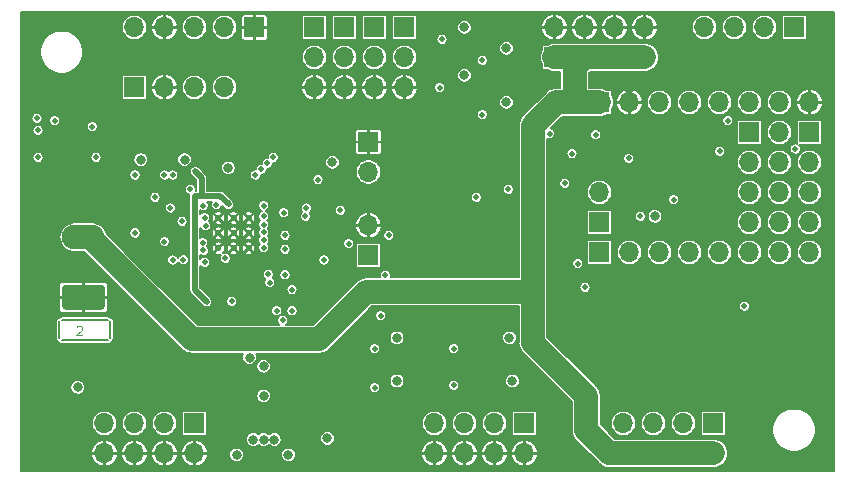
<source format=gbr>
%TF.GenerationSoftware,KiCad,Pcbnew,(5.1.10)-1*%
%TF.CreationDate,2021-11-13T18:31:53+01:00*%
%TF.ProjectId,HeCo,4865436f-2e6b-4696-9361-645f70636258,rev?*%
%TF.SameCoordinates,Original*%
%TF.FileFunction,Copper,L2,Inr*%
%TF.FilePolarity,Positive*%
%FSLAX46Y46*%
G04 Gerber Fmt 4.6, Leading zero omitted, Abs format (unit mm)*
G04 Created by KiCad (PCBNEW (5.1.10)-1) date 2021-11-13 18:31:53*
%MOMM*%
%LPD*%
G01*
G04 APERTURE LIST*
%TA.AperFunction,NonConductor*%
%ADD10C,0.120000*%
%TD*%
%TA.AperFunction,ComponentPad*%
%ADD11O,1.700000X1.700000*%
%TD*%
%TA.AperFunction,ComponentPad*%
%ADD12R,1.700000X1.700000*%
%TD*%
%TA.AperFunction,ComponentPad*%
%ADD13C,0.600000*%
%TD*%
%TA.AperFunction,ComponentPad*%
%ADD14O,3.600000X2.080000*%
%TD*%
%TA.AperFunction,ViaPad*%
%ADD15C,0.500000*%
%TD*%
%TA.AperFunction,ViaPad*%
%ADD16C,0.800000*%
%TD*%
%TA.AperFunction,Conductor*%
%ADD17C,0.200000*%
%TD*%
%TA.AperFunction,Conductor*%
%ADD18C,0.500000*%
%TD*%
%TA.AperFunction,Conductor*%
%ADD19C,2.000000*%
%TD*%
%TA.AperFunction,Conductor*%
%ADD20C,0.150000*%
%TD*%
%TA.AperFunction,Conductor*%
%ADD21C,0.100000*%
%TD*%
G04 APERTURE END LIST*
D10*
X105271428Y-127238095D02*
X105309523Y-127200000D01*
X105385714Y-127161904D01*
X105576190Y-127161904D01*
X105652380Y-127200000D01*
X105690476Y-127238095D01*
X105728571Y-127314285D01*
X105728571Y-127390476D01*
X105690476Y-127504761D01*
X105233333Y-127961904D01*
X105728571Y-127961904D01*
D11*
%TO.N,BLIN*%
%TO.C,J14*%
X110160000Y-101900000D03*
%TO.N,GND*%
X112700000Y-101900000D03*
%TO.N,BLOUT*%
X115240000Y-101900000D03*
%TO.N,+5V*%
X117780000Y-101900000D03*
D12*
%TO.N,GND*%
X120320000Y-101900000D03*
%TD*%
D11*
%TO.N,GND*%
%TO.C,J10*%
X167310000Y-108250000D03*
%TO.N,+3V3*%
X164770000Y-108250000D03*
%TO.N,Net-(J10-Pad6)*%
X162230000Y-108250000D03*
%TO.N,Net-(J10-Pad5)*%
X159690000Y-108250000D03*
%TO.N,Net-(J10-Pad4)*%
X157150000Y-108250000D03*
%TO.N,Net-(J10-Pad3)*%
X154610000Y-108250000D03*
%TO.N,GND*%
X152070000Y-108250000D03*
D12*
%TO.N,+24V*%
X149530000Y-108250000D03*
%TD*%
D13*
%TO.N,GND*%
%TO.C,U3*%
X119820500Y-120604500D03*
X118545500Y-120604500D03*
X117270500Y-120604500D03*
X119820500Y-119329500D03*
X118545500Y-119329500D03*
X117270500Y-119329500D03*
X119820500Y-118054500D03*
X118545500Y-118054500D03*
X117270500Y-118054500D03*
%TD*%
D11*
%TO.N,GND*%
%TO.C,J15*%
X125400000Y-106980000D03*
%TO.N,DI0*%
X125400000Y-104440000D03*
D12*
%TO.N,+3V3*%
X125400000Y-101900000D03*
%TD*%
D11*
%TO.N,GND*%
%TO.C,J5*%
X107620000Y-137968000D03*
%TO.N,+5V*%
X107620000Y-135428000D03*
%TO.N,GND*%
X110160000Y-137968000D03*
%TO.N,+5V*%
X110160000Y-135428000D03*
%TO.N,GND*%
X112700000Y-137968000D03*
%TO.N,+5V*%
X112700000Y-135428000D03*
%TO.N,GND*%
X115240000Y-137968000D03*
D12*
%TO.N,+5V*%
X115240000Y-135428000D03*
%TD*%
D11*
%TO.N,GND*%
%TO.C,J13*%
X153340000Y-101900000D03*
%TO.N,+24V*%
X153340000Y-104440000D03*
%TO.N,GND*%
X150800000Y-101900000D03*
%TO.N,+24V*%
X150800000Y-104440000D03*
%TO.N,GND*%
X148260000Y-101900000D03*
%TO.N,+24V*%
X148260000Y-104440000D03*
%TO.N,GND*%
X145720000Y-101900000D03*
D12*
%TO.N,+24V*%
X145720000Y-104440000D03*
%TD*%
D11*
%TO.N,DIAG1*%
%TO.C,J6*%
X149530000Y-115870000D03*
D12*
%TO.N,DIAG0*%
X149530000Y-118410000D03*
%TD*%
D14*
%TO.N,+24V*%
%TO.C,J11*%
X105842000Y-119680000D03*
%TO.N,GND*%
%TA.AperFunction,ComponentPad*%
G36*
G01*
X107392003Y-125800000D02*
X104291997Y-125800000D01*
G75*
G02*
X104042000Y-125550003I0J249997D01*
G01*
X104042000Y-123969997D01*
G75*
G02*
X104291997Y-123720000I249997J0D01*
G01*
X107392003Y-123720000D01*
G75*
G02*
X107642000Y-123969997I0J-249997D01*
G01*
X107642000Y-125550003D01*
G75*
G02*
X107392003Y-125800000I-249997J0D01*
G01*
G37*
%TD.AperFunction*%
%TD*%
D11*
%TO.N,Net-(J10-Pad3)*%
%TO.C,J12*%
X158420000Y-101900000D03*
%TO.N,Net-(J10-Pad4)*%
X160960000Y-101900000D03*
%TO.N,Net-(J10-Pad5)*%
X163500000Y-101900000D03*
D12*
%TO.N,Net-(J10-Pad6)*%
X166040000Y-101900000D03*
%TD*%
D11*
%TO.N,Net-(J9-Pad8)*%
%TO.C,J9*%
X167310000Y-120950000D03*
%TO.N,Net-(J9-Pad7)*%
X164770000Y-120950000D03*
%TO.N,Net-(J9-Pad6)*%
X162230000Y-120950000D03*
%TO.N,Net-(J7-Pad8)*%
X159690000Y-120950000D03*
%TO.N,Net-(J7-Pad6)*%
X157150000Y-120950000D03*
%TO.N,Net-(J7-Pad4)*%
X154610000Y-120950000D03*
%TO.N,Net-(J7-Pad2)*%
X152070000Y-120950000D03*
D12*
%TO.N,MEN*%
X149530000Y-120950000D03*
%TD*%
D11*
%TO.N,Net-(J8-Pad4)*%
%TO.C,J8*%
X167310000Y-118410000D03*
%TO.N,+3V3*%
X167310000Y-115870000D03*
X167310000Y-113330000D03*
D12*
X167310000Y-110790000D03*
%TD*%
D11*
%TO.N,Net-(J7-Pad8)*%
%TO.C,J7*%
X164770000Y-118410000D03*
%TO.N,MSPI_RX*%
X162230000Y-118410000D03*
%TO.N,Net-(J7-Pad6)*%
X164770000Y-115870000D03*
%TO.N,MSPICS*%
X162230000Y-115870000D03*
%TO.N,Net-(J7-Pad4)*%
X164770000Y-113330000D03*
%TO.N,MSPI_CLK*%
X162230000Y-113330000D03*
%TO.N,Net-(J7-Pad2)*%
X164770000Y-110790000D03*
D12*
%TO.N,MSPI_TX*%
X162230000Y-110790000D03*
%TD*%
D11*
%TO.N,Net-(C6-Pad1)*%
%TO.C,J4*%
X129972000Y-114140000D03*
D12*
%TO.N,GND*%
X129972000Y-111600000D03*
%TD*%
D11*
%TO.N,GND*%
%TO.C,J20*%
X135560000Y-137968000D03*
%TO.N,AIN3*%
X135560000Y-135428000D03*
%TO.N,GND*%
X138100000Y-137968000D03*
%TO.N,AIN2*%
X138100000Y-135428000D03*
%TO.N,GND*%
X140640000Y-137968000D03*
%TO.N,AIN1*%
X140640000Y-135428000D03*
%TO.N,GND*%
X143180000Y-137968000D03*
D12*
%TO.N,AIN0*%
X143180000Y-135428000D03*
%TD*%
D11*
%TO.N,+24V*%
%TO.C,J19*%
X151562000Y-137968000D03*
%TO.N,Net-(D13-Pad1)*%
X151562000Y-135428000D03*
%TO.N,+24V*%
X154102000Y-137968000D03*
%TO.N,Net-(D12-Pad1)*%
X154102000Y-135428000D03*
%TO.N,+24V*%
X156642000Y-137968000D03*
%TO.N,Net-(D11-Pad1)*%
X156642000Y-135428000D03*
%TO.N,+24V*%
X159182000Y-137968000D03*
D12*
%TO.N,Net-(D10-Pad1)*%
X159182000Y-135428000D03*
%TD*%
D11*
%TO.N,GND*%
%TO.C,J18*%
X133020000Y-106980000D03*
%TO.N,DI3*%
X133020000Y-104440000D03*
D12*
%TO.N,+3V3*%
X133020000Y-101900000D03*
%TD*%
D11*
%TO.N,GND*%
%TO.C,J17*%
X130480000Y-106980000D03*
%TO.N,DI2*%
X130480000Y-104440000D03*
D12*
%TO.N,+3V3*%
X130480000Y-101900000D03*
%TD*%
D11*
%TO.N,GND*%
%TO.C,J16*%
X127940000Y-106980000D03*
%TO.N,DI1*%
X127940000Y-104440000D03*
D12*
%TO.N,+3V3*%
X127940000Y-101900000D03*
%TD*%
D11*
%TO.N,+3V3*%
%TO.C,J1*%
X117780000Y-106980000D03*
%TO.N,Net-(J1-Pad3)*%
X115240000Y-106980000D03*
%TO.N,GND*%
X112700000Y-106980000D03*
D12*
%TO.N,Net-(J1-Pad1)*%
X110160000Y-106980000D03*
%TD*%
D11*
%TO.N,GND*%
%TO.C,J2*%
X129972000Y-118660000D03*
D12*
%TO.N,Net-(J2-Pad1)*%
X129972000Y-121200000D03*
%TD*%
D15*
%TO.N,Net-(U1-Pad3)*%
X123500000Y-124100000D03*
X123503000Y-125903000D03*
%TO.N,Net-(U1-Pad2)*%
X121600000Y-123500000D03*
X122200000Y-125900000D03*
D16*
%TO.N,GND*%
X116764000Y-112822000D03*
X119284592Y-110042148D03*
X117300000Y-109400000D03*
X119178588Y-116936314D03*
X124900000Y-138200000D03*
X123400000Y-130500000D03*
X129591000Y-136698000D03*
X132639000Y-127046000D03*
X132639000Y-130602000D03*
X136957000Y-127554000D03*
X138481000Y-131110000D03*
X142418000Y-130729000D03*
X148006000Y-129840000D03*
X154737000Y-123871000D03*
X165278000Y-123871000D03*
X159436000Y-129840000D03*
X157785000Y-114854000D03*
X152070000Y-107107000D03*
X147244000Y-137206000D03*
X113462000Y-132126000D03*
X129718000Y-134412000D03*
X140640000Y-114092000D03*
X133020000Y-114092000D03*
X142418000Y-109520000D03*
X138862000Y-107234000D03*
X138862000Y-102662000D03*
X142418000Y-104948000D03*
X128448000Y-111044000D03*
X122352000Y-112060000D03*
D15*
X126162000Y-118029000D03*
X111938000Y-121585000D03*
X111176000Y-118410000D03*
D16*
X104064000Y-138095000D03*
X114732000Y-125141000D03*
D15*
X103500000Y-112900000D03*
X105300000Y-113000000D03*
X118300000Y-126900000D03*
X124500000Y-122800000D03*
X127000000Y-124600000D03*
D16*
X141000000Y-127000000D03*
X108900000Y-113100000D03*
X112500000Y-113100000D03*
%TO.N,+3V3*%
X118100000Y-113800000D03*
X121100000Y-130600000D03*
X121100000Y-133100000D03*
X121100000Y-136800000D03*
X122000000Y-136800000D03*
X120200000Y-136800000D03*
X123200000Y-138100000D03*
X126500000Y-136700000D03*
X118800000Y-138100000D03*
X141910000Y-128189000D03*
X142164000Y-131842000D03*
X132385000Y-131842000D03*
X132385000Y-128189000D03*
X141656000Y-103678000D03*
X141656000Y-108250000D03*
X138100000Y-105964000D03*
X138100000Y-101900000D03*
X126924000Y-113330000D03*
X154229000Y-117902000D03*
D15*
X124638000Y-117902000D03*
X114177500Y-118329500D03*
X102000000Y-112900000D03*
X106900000Y-112900000D03*
X118400000Y-125100000D03*
X122908500Y-122855000D03*
X113400000Y-121600000D03*
D16*
X119900000Y-129850001D03*
X114400000Y-113100000D03*
X110700000Y-113100000D03*
D15*
%TO.N,+1V1*%
X116269000Y-125131000D03*
X115300000Y-114100000D03*
X118126600Y-116891136D03*
%TO.N,DO3*%
X139100000Y-116300000D03*
X124700000Y-117200000D03*
%TO.N,AIN0*%
X115923249Y-120135731D03*
X137200000Y-129100000D03*
%TO.N,AIN1*%
X116002926Y-120780831D03*
X137200000Y-132200000D03*
%TO.N,AIN2*%
X130500000Y-129100000D03*
X116100000Y-121800000D03*
%TO.N,AIN3*%
X114306659Y-121583945D03*
X130500000Y-132400000D03*
%TO.N,DI0*%
X139600000Y-109300000D03*
%TO.N,DI1*%
X136000000Y-107000000D03*
%TO.N,DI2*%
X122900000Y-120700000D03*
X139600000Y-104700000D03*
X128300000Y-120200000D03*
%TO.N,DI3*%
X121100000Y-120550009D03*
X136200000Y-102900000D03*
X131700000Y-119500000D03*
%TO.N,Net-(J1-Pad3)*%
X116200000Y-118700000D03*
X113400000Y-114400000D03*
%TO.N,DIAG1*%
X147700000Y-121900000D03*
X113200000Y-117184990D03*
%TO.N,DIAG0*%
X131400000Y-122900000D03*
X131000000Y-126300000D03*
X111900000Y-116300000D03*
%TO.N,MSPICS*%
X122899140Y-119514443D03*
X155800000Y-116500000D03*
%TO.N,MSPI_CLK*%
X121100000Y-119250003D03*
X159700000Y-112400000D03*
%TO.N,MSPI_TX*%
X121100000Y-118600000D03*
%TO.N,MEN*%
X153000000Y-117900000D03*
X117859945Y-121440055D03*
%TO.N,Net-(R1-Pad1)*%
X122706184Y-126693816D03*
X121500000Y-122800000D03*
%TO.N,MSTP*%
X147200000Y-112600000D03*
X116000000Y-117000000D03*
%TO.N,MDIR*%
X116100000Y-118000000D03*
X145300000Y-110900000D03*
%TO.N,DO2*%
X121100000Y-117000000D03*
X141800000Y-115600000D03*
%TO.N,DO0*%
X121100000Y-117900000D03*
X146600000Y-115100000D03*
%TO.N,DO1*%
X122800000Y-117600000D03*
X127600000Y-117400000D03*
X148300000Y-123900000D03*
X126200000Y-121600000D03*
%TO.N,MSPI_RX*%
X121100000Y-119900006D03*
X161800000Y-125500000D03*
%TO.N,ASPI_RX*%
X121900000Y-112900000D03*
X103400000Y-109800000D03*
%TO.N,ASPICS*%
X121407567Y-113392433D03*
X106600000Y-110300000D03*
%TO.N,ASPI_CLK*%
X120900000Y-113900000D03*
X102000000Y-110600000D03*
%TO.N,ASPI_TX*%
X120400000Y-114400000D03*
X101900000Y-109600000D03*
D16*
%TO.N,+5V*%
X105367002Y-132380000D03*
D15*
%TO.N,BLIN*%
X110200000Y-119300000D03*
X110200000Y-114400000D03*
%TO.N,BLOUT*%
X112700000Y-120029500D03*
X112700000Y-114400000D03*
%TO.N,Net-(C6-Pad1)*%
X117100000Y-116900000D03*
X125700000Y-114800000D03*
%TO.N,Net-(J9-Pad8)*%
X160400000Y-109800000D03*
X166100000Y-112200000D03*
X149200000Y-111000000D03*
%TO.N,Net-(J8-Pad4)*%
X114900000Y-115600000D03*
X152000000Y-113000000D03*
%TD*%
D17*
%TO.N,*%
X104000000Y-128400000D02*
X107900000Y-128400000D01*
X104000000Y-126700000D02*
X107900000Y-126700000D01*
X108100000Y-126800000D02*
X108100000Y-128200000D01*
X103800000Y-126800000D02*
X103800000Y-128200000D01*
D18*
%TO.N,+1V1*%
X115273248Y-124135248D02*
X115273248Y-119526752D01*
X116269000Y-125131000D02*
X115273248Y-124135248D01*
X115273248Y-119526752D02*
X115273248Y-116188754D01*
X117424218Y-116188754D02*
X118126600Y-116891136D01*
X115850001Y-114650001D02*
X115850001Y-116149999D01*
X115300000Y-114100000D02*
X115850001Y-114650001D01*
X115811246Y-116188754D02*
X117424218Y-116188754D01*
X115850001Y-116149999D02*
X115811246Y-116188754D01*
X115273248Y-116188754D02*
X115811246Y-116188754D01*
D19*
%TO.N,+24V*%
X145720000Y-104440000D02*
X153340000Y-104440000D01*
X147450000Y-108250000D02*
X147450000Y-105250000D01*
X147450000Y-105250000D02*
X148260000Y-104440000D01*
X147450000Y-108250000D02*
X149530000Y-108250000D01*
X151562000Y-137968000D02*
X154102000Y-137968000D01*
X154102000Y-137968000D02*
X156642000Y-137968000D01*
X156642000Y-137968000D02*
X159182000Y-137968000D01*
X150359919Y-137968000D02*
X151562000Y-137968000D01*
X148400000Y-136008081D02*
X150359919Y-137968000D01*
X148400000Y-133100000D02*
X148400000Y-136008081D01*
X145877998Y-108250000D02*
X143899999Y-110227999D01*
X143899999Y-128599999D02*
X148400000Y-133100000D01*
X147450000Y-108250000D02*
X145877998Y-108250000D01*
X143899999Y-124600001D02*
X143899999Y-128599999D01*
X143899999Y-110227999D02*
X143899999Y-124600001D01*
X129800000Y-124300000D02*
X143599998Y-124300000D01*
X125799999Y-128300001D02*
X129800000Y-124300000D01*
X115000000Y-128300000D02*
X125799999Y-128300001D01*
X106380000Y-119680000D02*
X115000000Y-128300000D01*
X143599998Y-124300000D02*
X143899999Y-124600001D01*
X105842000Y-119680000D02*
X106380000Y-119680000D01*
%TD*%
D20*
%TO.N,GND*%
X169425000Y-139425000D02*
X100575000Y-139425000D01*
X100575000Y-138168638D01*
X106513035Y-138168638D01*
X106573448Y-138380741D01*
X106674079Y-138576982D01*
X106811061Y-138749821D01*
X106979130Y-138892615D01*
X107171828Y-138999876D01*
X107381749Y-139067483D01*
X107419363Y-139074964D01*
X107595000Y-139023954D01*
X107595000Y-137993000D01*
X107645000Y-137993000D01*
X107645000Y-139023954D01*
X107820637Y-139074964D01*
X107858251Y-139067483D01*
X108068172Y-138999876D01*
X108260870Y-138892615D01*
X108428939Y-138749821D01*
X108565921Y-138576982D01*
X108666552Y-138380741D01*
X108726965Y-138168638D01*
X109053035Y-138168638D01*
X109113448Y-138380741D01*
X109214079Y-138576982D01*
X109351061Y-138749821D01*
X109519130Y-138892615D01*
X109711828Y-138999876D01*
X109921749Y-139067483D01*
X109959363Y-139074964D01*
X110135000Y-139023954D01*
X110135000Y-137993000D01*
X110185000Y-137993000D01*
X110185000Y-139023954D01*
X110360637Y-139074964D01*
X110398251Y-139067483D01*
X110608172Y-138999876D01*
X110800870Y-138892615D01*
X110968939Y-138749821D01*
X111105921Y-138576982D01*
X111206552Y-138380741D01*
X111266965Y-138168638D01*
X111593035Y-138168638D01*
X111653448Y-138380741D01*
X111754079Y-138576982D01*
X111891061Y-138749821D01*
X112059130Y-138892615D01*
X112251828Y-138999876D01*
X112461749Y-139067483D01*
X112499363Y-139074964D01*
X112675000Y-139023954D01*
X112675000Y-137993000D01*
X112725000Y-137993000D01*
X112725000Y-139023954D01*
X112900637Y-139074964D01*
X112938251Y-139067483D01*
X113148172Y-138999876D01*
X113340870Y-138892615D01*
X113508939Y-138749821D01*
X113645921Y-138576982D01*
X113746552Y-138380741D01*
X113806965Y-138168638D01*
X114133035Y-138168638D01*
X114193448Y-138380741D01*
X114294079Y-138576982D01*
X114431061Y-138749821D01*
X114599130Y-138892615D01*
X114791828Y-138999876D01*
X115001749Y-139067483D01*
X115039363Y-139074964D01*
X115215000Y-139023954D01*
X115215000Y-137993000D01*
X115265000Y-137993000D01*
X115265000Y-139023954D01*
X115440637Y-139074964D01*
X115478251Y-139067483D01*
X115688172Y-138999876D01*
X115880870Y-138892615D01*
X116048939Y-138749821D01*
X116185921Y-138576982D01*
X116286552Y-138380741D01*
X116346965Y-138168638D01*
X116309167Y-138038443D01*
X118175000Y-138038443D01*
X118175000Y-138161557D01*
X118199019Y-138282306D01*
X118246132Y-138396048D01*
X118314531Y-138498414D01*
X118401586Y-138585469D01*
X118503952Y-138653868D01*
X118617694Y-138700981D01*
X118738443Y-138725000D01*
X118861557Y-138725000D01*
X118982306Y-138700981D01*
X119096048Y-138653868D01*
X119198414Y-138585469D01*
X119285469Y-138498414D01*
X119353868Y-138396048D01*
X119400981Y-138282306D01*
X119425000Y-138161557D01*
X119425000Y-138038443D01*
X122575000Y-138038443D01*
X122575000Y-138161557D01*
X122599019Y-138282306D01*
X122646132Y-138396048D01*
X122714531Y-138498414D01*
X122801586Y-138585469D01*
X122903952Y-138653868D01*
X123017694Y-138700981D01*
X123138443Y-138725000D01*
X123261557Y-138725000D01*
X123382306Y-138700981D01*
X123496048Y-138653868D01*
X123598414Y-138585469D01*
X123685469Y-138498414D01*
X123753868Y-138396048D01*
X123800981Y-138282306D01*
X123823591Y-138168638D01*
X134453035Y-138168638D01*
X134513448Y-138380741D01*
X134614079Y-138576982D01*
X134751061Y-138749821D01*
X134919130Y-138892615D01*
X135111828Y-138999876D01*
X135321749Y-139067483D01*
X135359363Y-139074964D01*
X135535000Y-139023954D01*
X135535000Y-137993000D01*
X135585000Y-137993000D01*
X135585000Y-139023954D01*
X135760637Y-139074964D01*
X135798251Y-139067483D01*
X136008172Y-138999876D01*
X136200870Y-138892615D01*
X136368939Y-138749821D01*
X136505921Y-138576982D01*
X136606552Y-138380741D01*
X136666965Y-138168638D01*
X136993035Y-138168638D01*
X137053448Y-138380741D01*
X137154079Y-138576982D01*
X137291061Y-138749821D01*
X137459130Y-138892615D01*
X137651828Y-138999876D01*
X137861749Y-139067483D01*
X137899363Y-139074964D01*
X138075000Y-139023954D01*
X138075000Y-137993000D01*
X138125000Y-137993000D01*
X138125000Y-139023954D01*
X138300637Y-139074964D01*
X138338251Y-139067483D01*
X138548172Y-138999876D01*
X138740870Y-138892615D01*
X138908939Y-138749821D01*
X139045921Y-138576982D01*
X139146552Y-138380741D01*
X139206965Y-138168638D01*
X139533035Y-138168638D01*
X139593448Y-138380741D01*
X139694079Y-138576982D01*
X139831061Y-138749821D01*
X139999130Y-138892615D01*
X140191828Y-138999876D01*
X140401749Y-139067483D01*
X140439363Y-139074964D01*
X140615000Y-139023954D01*
X140615000Y-137993000D01*
X140665000Y-137993000D01*
X140665000Y-139023954D01*
X140840637Y-139074964D01*
X140878251Y-139067483D01*
X141088172Y-138999876D01*
X141280870Y-138892615D01*
X141448939Y-138749821D01*
X141585921Y-138576982D01*
X141686552Y-138380741D01*
X141746965Y-138168638D01*
X142073035Y-138168638D01*
X142133448Y-138380741D01*
X142234079Y-138576982D01*
X142371061Y-138749821D01*
X142539130Y-138892615D01*
X142731828Y-138999876D01*
X142941749Y-139067483D01*
X142979363Y-139074964D01*
X143155000Y-139023954D01*
X143155000Y-137993000D01*
X143205000Y-137993000D01*
X143205000Y-139023954D01*
X143380637Y-139074964D01*
X143418251Y-139067483D01*
X143628172Y-138999876D01*
X143820870Y-138892615D01*
X143988939Y-138749821D01*
X144125921Y-138576982D01*
X144226552Y-138380741D01*
X144286965Y-138168638D01*
X144235973Y-137993000D01*
X143205000Y-137993000D01*
X143155000Y-137993000D01*
X142124027Y-137993000D01*
X142073035Y-138168638D01*
X141746965Y-138168638D01*
X141695973Y-137993000D01*
X140665000Y-137993000D01*
X140615000Y-137993000D01*
X139584027Y-137993000D01*
X139533035Y-138168638D01*
X139206965Y-138168638D01*
X139155973Y-137993000D01*
X138125000Y-137993000D01*
X138075000Y-137993000D01*
X137044027Y-137993000D01*
X136993035Y-138168638D01*
X136666965Y-138168638D01*
X136615973Y-137993000D01*
X135585000Y-137993000D01*
X135535000Y-137993000D01*
X134504027Y-137993000D01*
X134453035Y-138168638D01*
X123823591Y-138168638D01*
X123825000Y-138161557D01*
X123825000Y-138038443D01*
X123800981Y-137917694D01*
X123753868Y-137803952D01*
X123729420Y-137767362D01*
X134453035Y-137767362D01*
X134504027Y-137943000D01*
X135535000Y-137943000D01*
X135535000Y-136912046D01*
X135585000Y-136912046D01*
X135585000Y-137943000D01*
X136615973Y-137943000D01*
X136666965Y-137767362D01*
X136993035Y-137767362D01*
X137044027Y-137943000D01*
X138075000Y-137943000D01*
X138075000Y-136912046D01*
X138125000Y-136912046D01*
X138125000Y-137943000D01*
X139155973Y-137943000D01*
X139206965Y-137767362D01*
X139533035Y-137767362D01*
X139584027Y-137943000D01*
X140615000Y-137943000D01*
X140615000Y-136912046D01*
X140665000Y-136912046D01*
X140665000Y-137943000D01*
X141695973Y-137943000D01*
X141746965Y-137767362D01*
X142073035Y-137767362D01*
X142124027Y-137943000D01*
X143155000Y-137943000D01*
X143155000Y-136912046D01*
X143205000Y-136912046D01*
X143205000Y-137943000D01*
X144235973Y-137943000D01*
X144286965Y-137767362D01*
X144226552Y-137555259D01*
X144125921Y-137359018D01*
X143988939Y-137186179D01*
X143820870Y-137043385D01*
X143628172Y-136936124D01*
X143418251Y-136868517D01*
X143380637Y-136861036D01*
X143205000Y-136912046D01*
X143155000Y-136912046D01*
X142979363Y-136861036D01*
X142941749Y-136868517D01*
X142731828Y-136936124D01*
X142539130Y-137043385D01*
X142371061Y-137186179D01*
X142234079Y-137359018D01*
X142133448Y-137555259D01*
X142073035Y-137767362D01*
X141746965Y-137767362D01*
X141686552Y-137555259D01*
X141585921Y-137359018D01*
X141448939Y-137186179D01*
X141280870Y-137043385D01*
X141088172Y-136936124D01*
X140878251Y-136868517D01*
X140840637Y-136861036D01*
X140665000Y-136912046D01*
X140615000Y-136912046D01*
X140439363Y-136861036D01*
X140401749Y-136868517D01*
X140191828Y-136936124D01*
X139999130Y-137043385D01*
X139831061Y-137186179D01*
X139694079Y-137359018D01*
X139593448Y-137555259D01*
X139533035Y-137767362D01*
X139206965Y-137767362D01*
X139146552Y-137555259D01*
X139045921Y-137359018D01*
X138908939Y-137186179D01*
X138740870Y-137043385D01*
X138548172Y-136936124D01*
X138338251Y-136868517D01*
X138300637Y-136861036D01*
X138125000Y-136912046D01*
X138075000Y-136912046D01*
X137899363Y-136861036D01*
X137861749Y-136868517D01*
X137651828Y-136936124D01*
X137459130Y-137043385D01*
X137291061Y-137186179D01*
X137154079Y-137359018D01*
X137053448Y-137555259D01*
X136993035Y-137767362D01*
X136666965Y-137767362D01*
X136606552Y-137555259D01*
X136505921Y-137359018D01*
X136368939Y-137186179D01*
X136200870Y-137043385D01*
X136008172Y-136936124D01*
X135798251Y-136868517D01*
X135760637Y-136861036D01*
X135585000Y-136912046D01*
X135535000Y-136912046D01*
X135359363Y-136861036D01*
X135321749Y-136868517D01*
X135111828Y-136936124D01*
X134919130Y-137043385D01*
X134751061Y-137186179D01*
X134614079Y-137359018D01*
X134513448Y-137555259D01*
X134453035Y-137767362D01*
X123729420Y-137767362D01*
X123685469Y-137701586D01*
X123598414Y-137614531D01*
X123496048Y-137546132D01*
X123382306Y-137499019D01*
X123261557Y-137475000D01*
X123138443Y-137475000D01*
X123017694Y-137499019D01*
X122903952Y-137546132D01*
X122801586Y-137614531D01*
X122714531Y-137701586D01*
X122646132Y-137803952D01*
X122599019Y-137917694D01*
X122575000Y-138038443D01*
X119425000Y-138038443D01*
X119400981Y-137917694D01*
X119353868Y-137803952D01*
X119285469Y-137701586D01*
X119198414Y-137614531D01*
X119096048Y-137546132D01*
X118982306Y-137499019D01*
X118861557Y-137475000D01*
X118738443Y-137475000D01*
X118617694Y-137499019D01*
X118503952Y-137546132D01*
X118401586Y-137614531D01*
X118314531Y-137701586D01*
X118246132Y-137803952D01*
X118199019Y-137917694D01*
X118175000Y-138038443D01*
X116309167Y-138038443D01*
X116295973Y-137993000D01*
X115265000Y-137993000D01*
X115215000Y-137993000D01*
X114184027Y-137993000D01*
X114133035Y-138168638D01*
X113806965Y-138168638D01*
X113755973Y-137993000D01*
X112725000Y-137993000D01*
X112675000Y-137993000D01*
X111644027Y-137993000D01*
X111593035Y-138168638D01*
X111266965Y-138168638D01*
X111215973Y-137993000D01*
X110185000Y-137993000D01*
X110135000Y-137993000D01*
X109104027Y-137993000D01*
X109053035Y-138168638D01*
X108726965Y-138168638D01*
X108675973Y-137993000D01*
X107645000Y-137993000D01*
X107595000Y-137993000D01*
X106564027Y-137993000D01*
X106513035Y-138168638D01*
X100575000Y-138168638D01*
X100575000Y-137767362D01*
X106513035Y-137767362D01*
X106564027Y-137943000D01*
X107595000Y-137943000D01*
X107595000Y-136912046D01*
X107645000Y-136912046D01*
X107645000Y-137943000D01*
X108675973Y-137943000D01*
X108726965Y-137767362D01*
X109053035Y-137767362D01*
X109104027Y-137943000D01*
X110135000Y-137943000D01*
X110135000Y-136912046D01*
X110185000Y-136912046D01*
X110185000Y-137943000D01*
X111215973Y-137943000D01*
X111266965Y-137767362D01*
X111593035Y-137767362D01*
X111644027Y-137943000D01*
X112675000Y-137943000D01*
X112675000Y-136912046D01*
X112725000Y-136912046D01*
X112725000Y-137943000D01*
X113755973Y-137943000D01*
X113806965Y-137767362D01*
X114133035Y-137767362D01*
X114184027Y-137943000D01*
X115215000Y-137943000D01*
X115215000Y-136912046D01*
X115265000Y-136912046D01*
X115265000Y-137943000D01*
X116295973Y-137943000D01*
X116346965Y-137767362D01*
X116286552Y-137555259D01*
X116185921Y-137359018D01*
X116048939Y-137186179D01*
X115880870Y-137043385D01*
X115688172Y-136936124D01*
X115478251Y-136868517D01*
X115440637Y-136861036D01*
X115265000Y-136912046D01*
X115215000Y-136912046D01*
X115039363Y-136861036D01*
X115001749Y-136868517D01*
X114791828Y-136936124D01*
X114599130Y-137043385D01*
X114431061Y-137186179D01*
X114294079Y-137359018D01*
X114193448Y-137555259D01*
X114133035Y-137767362D01*
X113806965Y-137767362D01*
X113746552Y-137555259D01*
X113645921Y-137359018D01*
X113508939Y-137186179D01*
X113340870Y-137043385D01*
X113148172Y-136936124D01*
X112938251Y-136868517D01*
X112900637Y-136861036D01*
X112725000Y-136912046D01*
X112675000Y-136912046D01*
X112499363Y-136861036D01*
X112461749Y-136868517D01*
X112251828Y-136936124D01*
X112059130Y-137043385D01*
X111891061Y-137186179D01*
X111754079Y-137359018D01*
X111653448Y-137555259D01*
X111593035Y-137767362D01*
X111266965Y-137767362D01*
X111206552Y-137555259D01*
X111105921Y-137359018D01*
X110968939Y-137186179D01*
X110800870Y-137043385D01*
X110608172Y-136936124D01*
X110398251Y-136868517D01*
X110360637Y-136861036D01*
X110185000Y-136912046D01*
X110135000Y-136912046D01*
X109959363Y-136861036D01*
X109921749Y-136868517D01*
X109711828Y-136936124D01*
X109519130Y-137043385D01*
X109351061Y-137186179D01*
X109214079Y-137359018D01*
X109113448Y-137555259D01*
X109053035Y-137767362D01*
X108726965Y-137767362D01*
X108666552Y-137555259D01*
X108565921Y-137359018D01*
X108428939Y-137186179D01*
X108260870Y-137043385D01*
X108068172Y-136936124D01*
X107858251Y-136868517D01*
X107820637Y-136861036D01*
X107645000Y-136912046D01*
X107595000Y-136912046D01*
X107419363Y-136861036D01*
X107381749Y-136868517D01*
X107171828Y-136936124D01*
X106979130Y-137043385D01*
X106811061Y-137186179D01*
X106674079Y-137359018D01*
X106573448Y-137555259D01*
X106513035Y-137767362D01*
X100575000Y-137767362D01*
X100575000Y-136738443D01*
X119575000Y-136738443D01*
X119575000Y-136861557D01*
X119599019Y-136982306D01*
X119646132Y-137096048D01*
X119714531Y-137198414D01*
X119801586Y-137285469D01*
X119903952Y-137353868D01*
X120017694Y-137400981D01*
X120138443Y-137425000D01*
X120261557Y-137425000D01*
X120382306Y-137400981D01*
X120496048Y-137353868D01*
X120598414Y-137285469D01*
X120650000Y-137233883D01*
X120701586Y-137285469D01*
X120803952Y-137353868D01*
X120917694Y-137400981D01*
X121038443Y-137425000D01*
X121161557Y-137425000D01*
X121282306Y-137400981D01*
X121396048Y-137353868D01*
X121498414Y-137285469D01*
X121550000Y-137233883D01*
X121601586Y-137285469D01*
X121703952Y-137353868D01*
X121817694Y-137400981D01*
X121938443Y-137425000D01*
X122061557Y-137425000D01*
X122182306Y-137400981D01*
X122296048Y-137353868D01*
X122398414Y-137285469D01*
X122485469Y-137198414D01*
X122553868Y-137096048D01*
X122600981Y-136982306D01*
X122625000Y-136861557D01*
X122625000Y-136738443D01*
X122605109Y-136638443D01*
X125875000Y-136638443D01*
X125875000Y-136761557D01*
X125899019Y-136882306D01*
X125946132Y-136996048D01*
X126014531Y-137098414D01*
X126101586Y-137185469D01*
X126203952Y-137253868D01*
X126317694Y-137300981D01*
X126438443Y-137325000D01*
X126561557Y-137325000D01*
X126682306Y-137300981D01*
X126796048Y-137253868D01*
X126898414Y-137185469D01*
X126985469Y-137098414D01*
X127053868Y-136996048D01*
X127100981Y-136882306D01*
X127125000Y-136761557D01*
X127125000Y-136638443D01*
X127100981Y-136517694D01*
X127053868Y-136403952D01*
X126985469Y-136301586D01*
X126898414Y-136214531D01*
X126796048Y-136146132D01*
X126682306Y-136099019D01*
X126561557Y-136075000D01*
X126438443Y-136075000D01*
X126317694Y-136099019D01*
X126203952Y-136146132D01*
X126101586Y-136214531D01*
X126014531Y-136301586D01*
X125946132Y-136403952D01*
X125899019Y-136517694D01*
X125875000Y-136638443D01*
X122605109Y-136638443D01*
X122600981Y-136617694D01*
X122553868Y-136503952D01*
X122485469Y-136401586D01*
X122398414Y-136314531D01*
X122296048Y-136246132D01*
X122182306Y-136199019D01*
X122061557Y-136175000D01*
X121938443Y-136175000D01*
X121817694Y-136199019D01*
X121703952Y-136246132D01*
X121601586Y-136314531D01*
X121550000Y-136366117D01*
X121498414Y-136314531D01*
X121396048Y-136246132D01*
X121282306Y-136199019D01*
X121161557Y-136175000D01*
X121038443Y-136175000D01*
X120917694Y-136199019D01*
X120803952Y-136246132D01*
X120701586Y-136314531D01*
X120650000Y-136366117D01*
X120598414Y-136314531D01*
X120496048Y-136246132D01*
X120382306Y-136199019D01*
X120261557Y-136175000D01*
X120138443Y-136175000D01*
X120017694Y-136199019D01*
X119903952Y-136246132D01*
X119801586Y-136314531D01*
X119714531Y-136401586D01*
X119646132Y-136503952D01*
X119599019Y-136617694D01*
X119575000Y-136738443D01*
X100575000Y-136738443D01*
X100575000Y-135322122D01*
X106545000Y-135322122D01*
X106545000Y-135533878D01*
X106586312Y-135741566D01*
X106667348Y-135937203D01*
X106784993Y-136113272D01*
X106934728Y-136263007D01*
X107110797Y-136380652D01*
X107306434Y-136461688D01*
X107514122Y-136503000D01*
X107725878Y-136503000D01*
X107933566Y-136461688D01*
X108129203Y-136380652D01*
X108305272Y-136263007D01*
X108455007Y-136113272D01*
X108572652Y-135937203D01*
X108653688Y-135741566D01*
X108695000Y-135533878D01*
X108695000Y-135322122D01*
X109085000Y-135322122D01*
X109085000Y-135533878D01*
X109126312Y-135741566D01*
X109207348Y-135937203D01*
X109324993Y-136113272D01*
X109474728Y-136263007D01*
X109650797Y-136380652D01*
X109846434Y-136461688D01*
X110054122Y-136503000D01*
X110265878Y-136503000D01*
X110473566Y-136461688D01*
X110669203Y-136380652D01*
X110845272Y-136263007D01*
X110995007Y-136113272D01*
X111112652Y-135937203D01*
X111193688Y-135741566D01*
X111235000Y-135533878D01*
X111235000Y-135322122D01*
X111625000Y-135322122D01*
X111625000Y-135533878D01*
X111666312Y-135741566D01*
X111747348Y-135937203D01*
X111864993Y-136113272D01*
X112014728Y-136263007D01*
X112190797Y-136380652D01*
X112386434Y-136461688D01*
X112594122Y-136503000D01*
X112805878Y-136503000D01*
X113013566Y-136461688D01*
X113209203Y-136380652D01*
X113385272Y-136263007D01*
X113535007Y-136113272D01*
X113652652Y-135937203D01*
X113733688Y-135741566D01*
X113775000Y-135533878D01*
X113775000Y-135322122D01*
X113733688Y-135114434D01*
X113652652Y-134918797D01*
X113535007Y-134742728D01*
X113385272Y-134592993D01*
X113362834Y-134578000D01*
X114163912Y-134578000D01*
X114163912Y-136278000D01*
X114168256Y-136322108D01*
X114181122Y-136364520D01*
X114202015Y-136403608D01*
X114230132Y-136437868D01*
X114264392Y-136465985D01*
X114303480Y-136486878D01*
X114345892Y-136499744D01*
X114390000Y-136504088D01*
X116090000Y-136504088D01*
X116134108Y-136499744D01*
X116176520Y-136486878D01*
X116215608Y-136465985D01*
X116249868Y-136437868D01*
X116277985Y-136403608D01*
X116298878Y-136364520D01*
X116311744Y-136322108D01*
X116316088Y-136278000D01*
X116316088Y-135322122D01*
X134485000Y-135322122D01*
X134485000Y-135533878D01*
X134526312Y-135741566D01*
X134607348Y-135937203D01*
X134724993Y-136113272D01*
X134874728Y-136263007D01*
X135050797Y-136380652D01*
X135246434Y-136461688D01*
X135454122Y-136503000D01*
X135665878Y-136503000D01*
X135873566Y-136461688D01*
X136069203Y-136380652D01*
X136245272Y-136263007D01*
X136395007Y-136113272D01*
X136512652Y-135937203D01*
X136593688Y-135741566D01*
X136635000Y-135533878D01*
X136635000Y-135322122D01*
X137025000Y-135322122D01*
X137025000Y-135533878D01*
X137066312Y-135741566D01*
X137147348Y-135937203D01*
X137264993Y-136113272D01*
X137414728Y-136263007D01*
X137590797Y-136380652D01*
X137786434Y-136461688D01*
X137994122Y-136503000D01*
X138205878Y-136503000D01*
X138413566Y-136461688D01*
X138609203Y-136380652D01*
X138785272Y-136263007D01*
X138935007Y-136113272D01*
X139052652Y-135937203D01*
X139133688Y-135741566D01*
X139175000Y-135533878D01*
X139175000Y-135322122D01*
X139565000Y-135322122D01*
X139565000Y-135533878D01*
X139606312Y-135741566D01*
X139687348Y-135937203D01*
X139804993Y-136113272D01*
X139954728Y-136263007D01*
X140130797Y-136380652D01*
X140326434Y-136461688D01*
X140534122Y-136503000D01*
X140745878Y-136503000D01*
X140953566Y-136461688D01*
X141149203Y-136380652D01*
X141325272Y-136263007D01*
X141475007Y-136113272D01*
X141592652Y-135937203D01*
X141673688Y-135741566D01*
X141715000Y-135533878D01*
X141715000Y-135322122D01*
X141673688Y-135114434D01*
X141592652Y-134918797D01*
X141475007Y-134742728D01*
X141325272Y-134592993D01*
X141302834Y-134578000D01*
X142103912Y-134578000D01*
X142103912Y-136278000D01*
X142108256Y-136322108D01*
X142121122Y-136364520D01*
X142142015Y-136403608D01*
X142170132Y-136437868D01*
X142204392Y-136465985D01*
X142243480Y-136486878D01*
X142285892Y-136499744D01*
X142330000Y-136504088D01*
X144030000Y-136504088D01*
X144074108Y-136499744D01*
X144116520Y-136486878D01*
X144155608Y-136465985D01*
X144189868Y-136437868D01*
X144217985Y-136403608D01*
X144238878Y-136364520D01*
X144251744Y-136322108D01*
X144256088Y-136278000D01*
X144256088Y-134578000D01*
X144251744Y-134533892D01*
X144238878Y-134491480D01*
X144217985Y-134452392D01*
X144189868Y-134418132D01*
X144155608Y-134390015D01*
X144116520Y-134369122D01*
X144074108Y-134356256D01*
X144030000Y-134351912D01*
X142330000Y-134351912D01*
X142285892Y-134356256D01*
X142243480Y-134369122D01*
X142204392Y-134390015D01*
X142170132Y-134418132D01*
X142142015Y-134452392D01*
X142121122Y-134491480D01*
X142108256Y-134533892D01*
X142103912Y-134578000D01*
X141302834Y-134578000D01*
X141149203Y-134475348D01*
X140953566Y-134394312D01*
X140745878Y-134353000D01*
X140534122Y-134353000D01*
X140326434Y-134394312D01*
X140130797Y-134475348D01*
X139954728Y-134592993D01*
X139804993Y-134742728D01*
X139687348Y-134918797D01*
X139606312Y-135114434D01*
X139565000Y-135322122D01*
X139175000Y-135322122D01*
X139133688Y-135114434D01*
X139052652Y-134918797D01*
X138935007Y-134742728D01*
X138785272Y-134592993D01*
X138609203Y-134475348D01*
X138413566Y-134394312D01*
X138205878Y-134353000D01*
X137994122Y-134353000D01*
X137786434Y-134394312D01*
X137590797Y-134475348D01*
X137414728Y-134592993D01*
X137264993Y-134742728D01*
X137147348Y-134918797D01*
X137066312Y-135114434D01*
X137025000Y-135322122D01*
X136635000Y-135322122D01*
X136593688Y-135114434D01*
X136512652Y-134918797D01*
X136395007Y-134742728D01*
X136245272Y-134592993D01*
X136069203Y-134475348D01*
X135873566Y-134394312D01*
X135665878Y-134353000D01*
X135454122Y-134353000D01*
X135246434Y-134394312D01*
X135050797Y-134475348D01*
X134874728Y-134592993D01*
X134724993Y-134742728D01*
X134607348Y-134918797D01*
X134526312Y-135114434D01*
X134485000Y-135322122D01*
X116316088Y-135322122D01*
X116316088Y-134578000D01*
X116311744Y-134533892D01*
X116298878Y-134491480D01*
X116277985Y-134452392D01*
X116249868Y-134418132D01*
X116215608Y-134390015D01*
X116176520Y-134369122D01*
X116134108Y-134356256D01*
X116090000Y-134351912D01*
X114390000Y-134351912D01*
X114345892Y-134356256D01*
X114303480Y-134369122D01*
X114264392Y-134390015D01*
X114230132Y-134418132D01*
X114202015Y-134452392D01*
X114181122Y-134491480D01*
X114168256Y-134533892D01*
X114163912Y-134578000D01*
X113362834Y-134578000D01*
X113209203Y-134475348D01*
X113013566Y-134394312D01*
X112805878Y-134353000D01*
X112594122Y-134353000D01*
X112386434Y-134394312D01*
X112190797Y-134475348D01*
X112014728Y-134592993D01*
X111864993Y-134742728D01*
X111747348Y-134918797D01*
X111666312Y-135114434D01*
X111625000Y-135322122D01*
X111235000Y-135322122D01*
X111193688Y-135114434D01*
X111112652Y-134918797D01*
X110995007Y-134742728D01*
X110845272Y-134592993D01*
X110669203Y-134475348D01*
X110473566Y-134394312D01*
X110265878Y-134353000D01*
X110054122Y-134353000D01*
X109846434Y-134394312D01*
X109650797Y-134475348D01*
X109474728Y-134592993D01*
X109324993Y-134742728D01*
X109207348Y-134918797D01*
X109126312Y-135114434D01*
X109085000Y-135322122D01*
X108695000Y-135322122D01*
X108653688Y-135114434D01*
X108572652Y-134918797D01*
X108455007Y-134742728D01*
X108305272Y-134592993D01*
X108129203Y-134475348D01*
X107933566Y-134394312D01*
X107725878Y-134353000D01*
X107514122Y-134353000D01*
X107306434Y-134394312D01*
X107110797Y-134475348D01*
X106934728Y-134592993D01*
X106784993Y-134742728D01*
X106667348Y-134918797D01*
X106586312Y-135114434D01*
X106545000Y-135322122D01*
X100575000Y-135322122D01*
X100575000Y-133038443D01*
X120475000Y-133038443D01*
X120475000Y-133161557D01*
X120499019Y-133282306D01*
X120546132Y-133396048D01*
X120614531Y-133498414D01*
X120701586Y-133585469D01*
X120803952Y-133653868D01*
X120917694Y-133700981D01*
X121038443Y-133725000D01*
X121161557Y-133725000D01*
X121282306Y-133700981D01*
X121396048Y-133653868D01*
X121498414Y-133585469D01*
X121585469Y-133498414D01*
X121653868Y-133396048D01*
X121700981Y-133282306D01*
X121725000Y-133161557D01*
X121725000Y-133038443D01*
X121700981Y-132917694D01*
X121653868Y-132803952D01*
X121585469Y-132701586D01*
X121498414Y-132614531D01*
X121396048Y-132546132D01*
X121282306Y-132499019D01*
X121161557Y-132475000D01*
X121038443Y-132475000D01*
X120917694Y-132499019D01*
X120803952Y-132546132D01*
X120701586Y-132614531D01*
X120614531Y-132701586D01*
X120546132Y-132803952D01*
X120499019Y-132917694D01*
X120475000Y-133038443D01*
X100575000Y-133038443D01*
X100575000Y-132318443D01*
X104742002Y-132318443D01*
X104742002Y-132441557D01*
X104766021Y-132562306D01*
X104813134Y-132676048D01*
X104881533Y-132778414D01*
X104968588Y-132865469D01*
X105070954Y-132933868D01*
X105184696Y-132980981D01*
X105305445Y-133005000D01*
X105428559Y-133005000D01*
X105549308Y-132980981D01*
X105663050Y-132933868D01*
X105765416Y-132865469D01*
X105852471Y-132778414D01*
X105920870Y-132676048D01*
X105967983Y-132562306D01*
X105992002Y-132441557D01*
X105992002Y-132353217D01*
X130025000Y-132353217D01*
X130025000Y-132446783D01*
X130043254Y-132538552D01*
X130079061Y-132624997D01*
X130131044Y-132702795D01*
X130197205Y-132768956D01*
X130275003Y-132820939D01*
X130361448Y-132856746D01*
X130453217Y-132875000D01*
X130546783Y-132875000D01*
X130638552Y-132856746D01*
X130724997Y-132820939D01*
X130802795Y-132768956D01*
X130868956Y-132702795D01*
X130920939Y-132624997D01*
X130956746Y-132538552D01*
X130975000Y-132446783D01*
X130975000Y-132353217D01*
X130956746Y-132261448D01*
X130920939Y-132175003D01*
X130868956Y-132097205D01*
X130802795Y-132031044D01*
X130724997Y-131979061D01*
X130638552Y-131943254D01*
X130546783Y-131925000D01*
X130453217Y-131925000D01*
X130361448Y-131943254D01*
X130275003Y-131979061D01*
X130197205Y-132031044D01*
X130131044Y-132097205D01*
X130079061Y-132175003D01*
X130043254Y-132261448D01*
X130025000Y-132353217D01*
X105992002Y-132353217D01*
X105992002Y-132318443D01*
X105967983Y-132197694D01*
X105920870Y-132083952D01*
X105852471Y-131981586D01*
X105765416Y-131894531D01*
X105663050Y-131826132D01*
X105552746Y-131780443D01*
X131760000Y-131780443D01*
X131760000Y-131903557D01*
X131784019Y-132024306D01*
X131831132Y-132138048D01*
X131899531Y-132240414D01*
X131986586Y-132327469D01*
X132088952Y-132395868D01*
X132202694Y-132442981D01*
X132323443Y-132467000D01*
X132446557Y-132467000D01*
X132567306Y-132442981D01*
X132681048Y-132395868D01*
X132783414Y-132327469D01*
X132870469Y-132240414D01*
X132928732Y-132153217D01*
X136725000Y-132153217D01*
X136725000Y-132246783D01*
X136743254Y-132338552D01*
X136779061Y-132424997D01*
X136831044Y-132502795D01*
X136897205Y-132568956D01*
X136975003Y-132620939D01*
X137061448Y-132656746D01*
X137153217Y-132675000D01*
X137246783Y-132675000D01*
X137338552Y-132656746D01*
X137424997Y-132620939D01*
X137502795Y-132568956D01*
X137568956Y-132502795D01*
X137620939Y-132424997D01*
X137656746Y-132338552D01*
X137675000Y-132246783D01*
X137675000Y-132153217D01*
X137656746Y-132061448D01*
X137620939Y-131975003D01*
X137568956Y-131897205D01*
X137502795Y-131831044D01*
X137427066Y-131780443D01*
X141539000Y-131780443D01*
X141539000Y-131903557D01*
X141563019Y-132024306D01*
X141610132Y-132138048D01*
X141678531Y-132240414D01*
X141765586Y-132327469D01*
X141867952Y-132395868D01*
X141981694Y-132442981D01*
X142102443Y-132467000D01*
X142225557Y-132467000D01*
X142346306Y-132442981D01*
X142460048Y-132395868D01*
X142562414Y-132327469D01*
X142649469Y-132240414D01*
X142717868Y-132138048D01*
X142764981Y-132024306D01*
X142789000Y-131903557D01*
X142789000Y-131780443D01*
X142764981Y-131659694D01*
X142717868Y-131545952D01*
X142649469Y-131443586D01*
X142562414Y-131356531D01*
X142460048Y-131288132D01*
X142346306Y-131241019D01*
X142225557Y-131217000D01*
X142102443Y-131217000D01*
X141981694Y-131241019D01*
X141867952Y-131288132D01*
X141765586Y-131356531D01*
X141678531Y-131443586D01*
X141610132Y-131545952D01*
X141563019Y-131659694D01*
X141539000Y-131780443D01*
X137427066Y-131780443D01*
X137424997Y-131779061D01*
X137338552Y-131743254D01*
X137246783Y-131725000D01*
X137153217Y-131725000D01*
X137061448Y-131743254D01*
X136975003Y-131779061D01*
X136897205Y-131831044D01*
X136831044Y-131897205D01*
X136779061Y-131975003D01*
X136743254Y-132061448D01*
X136725000Y-132153217D01*
X132928732Y-132153217D01*
X132938868Y-132138048D01*
X132985981Y-132024306D01*
X133010000Y-131903557D01*
X133010000Y-131780443D01*
X132985981Y-131659694D01*
X132938868Y-131545952D01*
X132870469Y-131443586D01*
X132783414Y-131356531D01*
X132681048Y-131288132D01*
X132567306Y-131241019D01*
X132446557Y-131217000D01*
X132323443Y-131217000D01*
X132202694Y-131241019D01*
X132088952Y-131288132D01*
X131986586Y-131356531D01*
X131899531Y-131443586D01*
X131831132Y-131545952D01*
X131784019Y-131659694D01*
X131760000Y-131780443D01*
X105552746Y-131780443D01*
X105549308Y-131779019D01*
X105428559Y-131755000D01*
X105305445Y-131755000D01*
X105184696Y-131779019D01*
X105070954Y-131826132D01*
X104968588Y-131894531D01*
X104881533Y-131981586D01*
X104813134Y-132083952D01*
X104766021Y-132197694D01*
X104742002Y-132318443D01*
X100575000Y-132318443D01*
X100575000Y-130538443D01*
X120475000Y-130538443D01*
X120475000Y-130661557D01*
X120499019Y-130782306D01*
X120546132Y-130896048D01*
X120614531Y-130998414D01*
X120701586Y-131085469D01*
X120803952Y-131153868D01*
X120917694Y-131200981D01*
X121038443Y-131225000D01*
X121161557Y-131225000D01*
X121282306Y-131200981D01*
X121396048Y-131153868D01*
X121498414Y-131085469D01*
X121585469Y-130998414D01*
X121653868Y-130896048D01*
X121700981Y-130782306D01*
X121725000Y-130661557D01*
X121725000Y-130538443D01*
X121700981Y-130417694D01*
X121653868Y-130303952D01*
X121585469Y-130201586D01*
X121498414Y-130114531D01*
X121396048Y-130046132D01*
X121282306Y-129999019D01*
X121161557Y-129975000D01*
X121038443Y-129975000D01*
X120917694Y-129999019D01*
X120803952Y-130046132D01*
X120701586Y-130114531D01*
X120614531Y-130201586D01*
X120546132Y-130303952D01*
X120499019Y-130417694D01*
X120475000Y-130538443D01*
X100575000Y-130538443D01*
X100575000Y-126784040D01*
X103475000Y-126784040D01*
X103475001Y-128215961D01*
X103479704Y-128263711D01*
X103498288Y-128324974D01*
X103528466Y-128381434D01*
X103569080Y-128430921D01*
X103618567Y-128471535D01*
X103675027Y-128501713D01*
X103692873Y-128507127D01*
X103698287Y-128524974D01*
X103728465Y-128581434D01*
X103769079Y-128630921D01*
X103818566Y-128671535D01*
X103875026Y-128701713D01*
X103936289Y-128720297D01*
X103984039Y-128725000D01*
X107915961Y-128725000D01*
X107963711Y-128720297D01*
X108024974Y-128701713D01*
X108081434Y-128671535D01*
X108130921Y-128630921D01*
X108171535Y-128581434D01*
X108201713Y-128524974D01*
X108207127Y-128507127D01*
X108224974Y-128501713D01*
X108281434Y-128471535D01*
X108330921Y-128430921D01*
X108371535Y-128381434D01*
X108401713Y-128324974D01*
X108420297Y-128263711D01*
X108425000Y-128215961D01*
X108425000Y-126784039D01*
X108420297Y-126736289D01*
X108401713Y-126675026D01*
X108371535Y-126618566D01*
X108330921Y-126569079D01*
X108281433Y-126528465D01*
X108224973Y-126498287D01*
X108163710Y-126479703D01*
X108137523Y-126477124D01*
X108130921Y-126469079D01*
X108081434Y-126428465D01*
X108024974Y-126398287D01*
X107963711Y-126379703D01*
X107915961Y-126375000D01*
X103984039Y-126375000D01*
X103936289Y-126379703D01*
X103875026Y-126398287D01*
X103818566Y-126428465D01*
X103769079Y-126469079D01*
X103762477Y-126477124D01*
X103736289Y-126479703D01*
X103675026Y-126498287D01*
X103618566Y-126528465D01*
X103569079Y-126569079D01*
X103528465Y-126618567D01*
X103498287Y-126675027D01*
X103479703Y-126736290D01*
X103475000Y-126784040D01*
X100575000Y-126784040D01*
X100575000Y-125800000D01*
X103765669Y-125800000D01*
X103770979Y-125853910D01*
X103786703Y-125905747D01*
X103812239Y-125953521D01*
X103846604Y-125995396D01*
X103888479Y-126029761D01*
X103936253Y-126055297D01*
X103988090Y-126071021D01*
X104042000Y-126076331D01*
X105748250Y-126075000D01*
X105817000Y-126006250D01*
X105817000Y-124785000D01*
X105867000Y-124785000D01*
X105867000Y-126006250D01*
X105935750Y-126075000D01*
X107642000Y-126076331D01*
X107695910Y-126071021D01*
X107747747Y-126055297D01*
X107795521Y-126029761D01*
X107837396Y-125995396D01*
X107871761Y-125953521D01*
X107897297Y-125905747D01*
X107913021Y-125853910D01*
X107918331Y-125800000D01*
X107917000Y-124853750D01*
X107848250Y-124785000D01*
X105867000Y-124785000D01*
X105817000Y-124785000D01*
X103835750Y-124785000D01*
X103767000Y-124853750D01*
X103765669Y-125800000D01*
X100575000Y-125800000D01*
X100575000Y-123720000D01*
X103765669Y-123720000D01*
X103767000Y-124666250D01*
X103835750Y-124735000D01*
X105817000Y-124735000D01*
X105817000Y-123513750D01*
X105867000Y-123513750D01*
X105867000Y-124735000D01*
X107848250Y-124735000D01*
X107917000Y-124666250D01*
X107918331Y-123720000D01*
X107913021Y-123666090D01*
X107897297Y-123614253D01*
X107871761Y-123566479D01*
X107837396Y-123524604D01*
X107795521Y-123490239D01*
X107747747Y-123464703D01*
X107695910Y-123448979D01*
X107642000Y-123443669D01*
X105935750Y-123445000D01*
X105867000Y-123513750D01*
X105817000Y-123513750D01*
X105748250Y-123445000D01*
X104042000Y-123443669D01*
X103988090Y-123448979D01*
X103936253Y-123464703D01*
X103888479Y-123490239D01*
X103846604Y-123524604D01*
X103812239Y-123566479D01*
X103786703Y-123614253D01*
X103770979Y-123666090D01*
X103765669Y-123720000D01*
X100575000Y-123720000D01*
X100575000Y-119680000D01*
X103810880Y-119680000D01*
X103835304Y-119927983D01*
X103907638Y-120166437D01*
X104025102Y-120386196D01*
X104183182Y-120578818D01*
X104375804Y-120736898D01*
X104595563Y-120854362D01*
X104834017Y-120926696D01*
X105019862Y-120945000D01*
X105912589Y-120945000D01*
X114091248Y-129123660D01*
X114129603Y-129170396D01*
X114176339Y-129208751D01*
X114176346Y-129208758D01*
X114316133Y-129323478D01*
X114528944Y-129437227D01*
X114759858Y-129507274D01*
X115000000Y-129530927D01*
X115060185Y-129524999D01*
X119365478Y-129525000D01*
X119346132Y-129553953D01*
X119299019Y-129667695D01*
X119275000Y-129788444D01*
X119275000Y-129911558D01*
X119299019Y-130032307D01*
X119346132Y-130146049D01*
X119414531Y-130248415D01*
X119501586Y-130335470D01*
X119603952Y-130403869D01*
X119717694Y-130450982D01*
X119838443Y-130475001D01*
X119961557Y-130475001D01*
X120082306Y-130450982D01*
X120196048Y-130403869D01*
X120298414Y-130335470D01*
X120385469Y-130248415D01*
X120453868Y-130146049D01*
X120500981Y-130032307D01*
X120525000Y-129911558D01*
X120525000Y-129788444D01*
X120500981Y-129667695D01*
X120453868Y-129553953D01*
X120434522Y-129525000D01*
X125739824Y-129525001D01*
X125799999Y-129530928D01*
X125860174Y-129525001D01*
X125860176Y-129525001D01*
X126040140Y-129507276D01*
X126271053Y-129437229D01*
X126370115Y-129384279D01*
X126483865Y-129323479D01*
X126623652Y-129208759D01*
X126623654Y-129208757D01*
X126670395Y-129170398D01*
X126708754Y-129123657D01*
X126779194Y-129053217D01*
X130025000Y-129053217D01*
X130025000Y-129146783D01*
X130043254Y-129238552D01*
X130079061Y-129324997D01*
X130131044Y-129402795D01*
X130197205Y-129468956D01*
X130275003Y-129520939D01*
X130361448Y-129556746D01*
X130453217Y-129575000D01*
X130546783Y-129575000D01*
X130638552Y-129556746D01*
X130724997Y-129520939D01*
X130802795Y-129468956D01*
X130868956Y-129402795D01*
X130920939Y-129324997D01*
X130956746Y-129238552D01*
X130975000Y-129146783D01*
X130975000Y-129053217D01*
X136725000Y-129053217D01*
X136725000Y-129146783D01*
X136743254Y-129238552D01*
X136779061Y-129324997D01*
X136831044Y-129402795D01*
X136897205Y-129468956D01*
X136975003Y-129520939D01*
X137061448Y-129556746D01*
X137153217Y-129575000D01*
X137246783Y-129575000D01*
X137338552Y-129556746D01*
X137424997Y-129520939D01*
X137502795Y-129468956D01*
X137568956Y-129402795D01*
X137620939Y-129324997D01*
X137656746Y-129238552D01*
X137675000Y-129146783D01*
X137675000Y-129053217D01*
X137656746Y-128961448D01*
X137620939Y-128875003D01*
X137568956Y-128797205D01*
X137502795Y-128731044D01*
X137424997Y-128679061D01*
X137338552Y-128643254D01*
X137246783Y-128625000D01*
X137153217Y-128625000D01*
X137061448Y-128643254D01*
X136975003Y-128679061D01*
X136897205Y-128731044D01*
X136831044Y-128797205D01*
X136779061Y-128875003D01*
X136743254Y-128961448D01*
X136725000Y-129053217D01*
X130975000Y-129053217D01*
X130956746Y-128961448D01*
X130920939Y-128875003D01*
X130868956Y-128797205D01*
X130802795Y-128731044D01*
X130724997Y-128679061D01*
X130638552Y-128643254D01*
X130546783Y-128625000D01*
X130453217Y-128625000D01*
X130361448Y-128643254D01*
X130275003Y-128679061D01*
X130197205Y-128731044D01*
X130131044Y-128797205D01*
X130079061Y-128875003D01*
X130043254Y-128961448D01*
X130025000Y-129053217D01*
X126779194Y-129053217D01*
X127704968Y-128127443D01*
X131760000Y-128127443D01*
X131760000Y-128250557D01*
X131784019Y-128371306D01*
X131831132Y-128485048D01*
X131899531Y-128587414D01*
X131986586Y-128674469D01*
X132088952Y-128742868D01*
X132202694Y-128789981D01*
X132323443Y-128814000D01*
X132446557Y-128814000D01*
X132567306Y-128789981D01*
X132681048Y-128742868D01*
X132783414Y-128674469D01*
X132870469Y-128587414D01*
X132938868Y-128485048D01*
X132985981Y-128371306D01*
X133010000Y-128250557D01*
X133010000Y-128127443D01*
X141285000Y-128127443D01*
X141285000Y-128250557D01*
X141309019Y-128371306D01*
X141356132Y-128485048D01*
X141424531Y-128587414D01*
X141511586Y-128674469D01*
X141613952Y-128742868D01*
X141727694Y-128789981D01*
X141848443Y-128814000D01*
X141971557Y-128814000D01*
X142092306Y-128789981D01*
X142206048Y-128742868D01*
X142308414Y-128674469D01*
X142395469Y-128587414D01*
X142463868Y-128485048D01*
X142510981Y-128371306D01*
X142535000Y-128250557D01*
X142535000Y-128127443D01*
X142510981Y-128006694D01*
X142463868Y-127892952D01*
X142395469Y-127790586D01*
X142308414Y-127703531D01*
X142206048Y-127635132D01*
X142092306Y-127588019D01*
X141971557Y-127564000D01*
X141848443Y-127564000D01*
X141727694Y-127588019D01*
X141613952Y-127635132D01*
X141511586Y-127703531D01*
X141424531Y-127790586D01*
X141356132Y-127892952D01*
X141309019Y-128006694D01*
X141285000Y-128127443D01*
X133010000Y-128127443D01*
X132985981Y-128006694D01*
X132938868Y-127892952D01*
X132870469Y-127790586D01*
X132783414Y-127703531D01*
X132681048Y-127635132D01*
X132567306Y-127588019D01*
X132446557Y-127564000D01*
X132323443Y-127564000D01*
X132202694Y-127588019D01*
X132088952Y-127635132D01*
X131986586Y-127703531D01*
X131899531Y-127790586D01*
X131831132Y-127892952D01*
X131784019Y-128006694D01*
X131760000Y-128127443D01*
X127704968Y-128127443D01*
X129579194Y-126253217D01*
X130525000Y-126253217D01*
X130525000Y-126346783D01*
X130543254Y-126438552D01*
X130579061Y-126524997D01*
X130631044Y-126602795D01*
X130697205Y-126668956D01*
X130775003Y-126720939D01*
X130861448Y-126756746D01*
X130953217Y-126775000D01*
X131046783Y-126775000D01*
X131138552Y-126756746D01*
X131224997Y-126720939D01*
X131302795Y-126668956D01*
X131368956Y-126602795D01*
X131420939Y-126524997D01*
X131456746Y-126438552D01*
X131475000Y-126346783D01*
X131475000Y-126253217D01*
X131456746Y-126161448D01*
X131420939Y-126075003D01*
X131368956Y-125997205D01*
X131302795Y-125931044D01*
X131224997Y-125879061D01*
X131138552Y-125843254D01*
X131046783Y-125825000D01*
X130953217Y-125825000D01*
X130861448Y-125843254D01*
X130775003Y-125879061D01*
X130697205Y-125931044D01*
X130631044Y-125997205D01*
X130579061Y-126075003D01*
X130543254Y-126161448D01*
X130525000Y-126253217D01*
X129579194Y-126253217D01*
X130307412Y-125525000D01*
X142674999Y-125525000D01*
X142675000Y-128539814D01*
X142669072Y-128599999D01*
X142687785Y-128789981D01*
X142692725Y-128840141D01*
X142736324Y-128983866D01*
X142762772Y-129071054D01*
X142876521Y-129283865D01*
X142991241Y-129423652D01*
X143029603Y-129470396D01*
X143076344Y-129508755D01*
X147175000Y-133607411D01*
X147175001Y-135947896D01*
X147169073Y-136008081D01*
X147187880Y-136199019D01*
X147192726Y-136248223D01*
X147232898Y-136380652D01*
X147262773Y-136479136D01*
X147376522Y-136691947D01*
X147490453Y-136830772D01*
X147529604Y-136878478D01*
X147576345Y-136916837D01*
X149451162Y-138791655D01*
X149489522Y-138838397D01*
X149536263Y-138876756D01*
X149536265Y-138876758D01*
X149676052Y-138991478D01*
X149736811Y-139023954D01*
X149888864Y-139105228D01*
X150119777Y-139175275D01*
X150299741Y-139193000D01*
X150299743Y-139193000D01*
X150359918Y-139198927D01*
X150420093Y-139193000D01*
X159242178Y-139193000D01*
X159422142Y-139175275D01*
X159653055Y-139105228D01*
X159865866Y-138991478D01*
X160052397Y-138838397D01*
X160205478Y-138651866D01*
X160319228Y-138439055D01*
X160389275Y-138208142D01*
X160412927Y-137968000D01*
X160389275Y-137727858D01*
X160319228Y-137496945D01*
X160205478Y-137284134D01*
X160052397Y-137097603D01*
X159865866Y-136944522D01*
X159653055Y-136830772D01*
X159422142Y-136760725D01*
X159242178Y-136743000D01*
X150867331Y-136743000D01*
X149625000Y-135500670D01*
X149625000Y-135322122D01*
X150487000Y-135322122D01*
X150487000Y-135533878D01*
X150528312Y-135741566D01*
X150609348Y-135937203D01*
X150726993Y-136113272D01*
X150876728Y-136263007D01*
X151052797Y-136380652D01*
X151248434Y-136461688D01*
X151456122Y-136503000D01*
X151667878Y-136503000D01*
X151875566Y-136461688D01*
X152071203Y-136380652D01*
X152247272Y-136263007D01*
X152397007Y-136113272D01*
X152514652Y-135937203D01*
X152595688Y-135741566D01*
X152637000Y-135533878D01*
X152637000Y-135322122D01*
X153027000Y-135322122D01*
X153027000Y-135533878D01*
X153068312Y-135741566D01*
X153149348Y-135937203D01*
X153266993Y-136113272D01*
X153416728Y-136263007D01*
X153592797Y-136380652D01*
X153788434Y-136461688D01*
X153996122Y-136503000D01*
X154207878Y-136503000D01*
X154415566Y-136461688D01*
X154611203Y-136380652D01*
X154787272Y-136263007D01*
X154937007Y-136113272D01*
X155054652Y-135937203D01*
X155135688Y-135741566D01*
X155177000Y-135533878D01*
X155177000Y-135322122D01*
X155567000Y-135322122D01*
X155567000Y-135533878D01*
X155608312Y-135741566D01*
X155689348Y-135937203D01*
X155806993Y-136113272D01*
X155956728Y-136263007D01*
X156132797Y-136380652D01*
X156328434Y-136461688D01*
X156536122Y-136503000D01*
X156747878Y-136503000D01*
X156955566Y-136461688D01*
X157151203Y-136380652D01*
X157327272Y-136263007D01*
X157477007Y-136113272D01*
X157594652Y-135937203D01*
X157675688Y-135741566D01*
X157717000Y-135533878D01*
X157717000Y-135322122D01*
X157675688Y-135114434D01*
X157594652Y-134918797D01*
X157477007Y-134742728D01*
X157327272Y-134592993D01*
X157304834Y-134578000D01*
X158105912Y-134578000D01*
X158105912Y-136278000D01*
X158110256Y-136322108D01*
X158123122Y-136364520D01*
X158144015Y-136403608D01*
X158172132Y-136437868D01*
X158206392Y-136465985D01*
X158245480Y-136486878D01*
X158287892Y-136499744D01*
X158332000Y-136504088D01*
X160032000Y-136504088D01*
X160076108Y-136499744D01*
X160118520Y-136486878D01*
X160157608Y-136465985D01*
X160191868Y-136437868D01*
X160219985Y-136403608D01*
X160240878Y-136364520D01*
X160253744Y-136322108D01*
X160258088Y-136278000D01*
X160258088Y-135820253D01*
X164175000Y-135820253D01*
X164175000Y-136179747D01*
X164245134Y-136532333D01*
X164382706Y-136864461D01*
X164582430Y-137163369D01*
X164836631Y-137417570D01*
X165135539Y-137617294D01*
X165467667Y-137754866D01*
X165820253Y-137825000D01*
X166179747Y-137825000D01*
X166532333Y-137754866D01*
X166864461Y-137617294D01*
X167163369Y-137417570D01*
X167417570Y-137163369D01*
X167617294Y-136864461D01*
X167754866Y-136532333D01*
X167825000Y-136179747D01*
X167825000Y-135820253D01*
X167754866Y-135467667D01*
X167617294Y-135135539D01*
X167417570Y-134836631D01*
X167163369Y-134582430D01*
X166864461Y-134382706D01*
X166532333Y-134245134D01*
X166179747Y-134175000D01*
X165820253Y-134175000D01*
X165467667Y-134245134D01*
X165135539Y-134382706D01*
X164836631Y-134582430D01*
X164582430Y-134836631D01*
X164382706Y-135135539D01*
X164245134Y-135467667D01*
X164175000Y-135820253D01*
X160258088Y-135820253D01*
X160258088Y-134578000D01*
X160253744Y-134533892D01*
X160240878Y-134491480D01*
X160219985Y-134452392D01*
X160191868Y-134418132D01*
X160157608Y-134390015D01*
X160118520Y-134369122D01*
X160076108Y-134356256D01*
X160032000Y-134351912D01*
X158332000Y-134351912D01*
X158287892Y-134356256D01*
X158245480Y-134369122D01*
X158206392Y-134390015D01*
X158172132Y-134418132D01*
X158144015Y-134452392D01*
X158123122Y-134491480D01*
X158110256Y-134533892D01*
X158105912Y-134578000D01*
X157304834Y-134578000D01*
X157151203Y-134475348D01*
X156955566Y-134394312D01*
X156747878Y-134353000D01*
X156536122Y-134353000D01*
X156328434Y-134394312D01*
X156132797Y-134475348D01*
X155956728Y-134592993D01*
X155806993Y-134742728D01*
X155689348Y-134918797D01*
X155608312Y-135114434D01*
X155567000Y-135322122D01*
X155177000Y-135322122D01*
X155135688Y-135114434D01*
X155054652Y-134918797D01*
X154937007Y-134742728D01*
X154787272Y-134592993D01*
X154611203Y-134475348D01*
X154415566Y-134394312D01*
X154207878Y-134353000D01*
X153996122Y-134353000D01*
X153788434Y-134394312D01*
X153592797Y-134475348D01*
X153416728Y-134592993D01*
X153266993Y-134742728D01*
X153149348Y-134918797D01*
X153068312Y-135114434D01*
X153027000Y-135322122D01*
X152637000Y-135322122D01*
X152595688Y-135114434D01*
X152514652Y-134918797D01*
X152397007Y-134742728D01*
X152247272Y-134592993D01*
X152071203Y-134475348D01*
X151875566Y-134394312D01*
X151667878Y-134353000D01*
X151456122Y-134353000D01*
X151248434Y-134394312D01*
X151052797Y-134475348D01*
X150876728Y-134592993D01*
X150726993Y-134742728D01*
X150609348Y-134918797D01*
X150528312Y-135114434D01*
X150487000Y-135322122D01*
X149625000Y-135322122D01*
X149625000Y-133160166D01*
X149630926Y-133099999D01*
X149625000Y-133039832D01*
X149625000Y-133039822D01*
X149607275Y-132859858D01*
X149537228Y-132628945D01*
X149454943Y-132475000D01*
X149423478Y-132416133D01*
X149362733Y-132342116D01*
X149270397Y-132229603D01*
X149223651Y-132191240D01*
X145124999Y-128092588D01*
X145124999Y-125453217D01*
X161325000Y-125453217D01*
X161325000Y-125546783D01*
X161343254Y-125638552D01*
X161379061Y-125724997D01*
X161431044Y-125802795D01*
X161497205Y-125868956D01*
X161575003Y-125920939D01*
X161661448Y-125956746D01*
X161753217Y-125975000D01*
X161846783Y-125975000D01*
X161938552Y-125956746D01*
X162024997Y-125920939D01*
X162102795Y-125868956D01*
X162168956Y-125802795D01*
X162220939Y-125724997D01*
X162256746Y-125638552D01*
X162275000Y-125546783D01*
X162275000Y-125453217D01*
X162256746Y-125361448D01*
X162220939Y-125275003D01*
X162168956Y-125197205D01*
X162102795Y-125131044D01*
X162024997Y-125079061D01*
X161938552Y-125043254D01*
X161846783Y-125025000D01*
X161753217Y-125025000D01*
X161661448Y-125043254D01*
X161575003Y-125079061D01*
X161497205Y-125131044D01*
X161431044Y-125197205D01*
X161379061Y-125275003D01*
X161343254Y-125361448D01*
X161325000Y-125453217D01*
X145124999Y-125453217D01*
X145124999Y-124660167D01*
X145130925Y-124600000D01*
X145124999Y-124539833D01*
X145124999Y-123853217D01*
X147825000Y-123853217D01*
X147825000Y-123946783D01*
X147843254Y-124038552D01*
X147879061Y-124124997D01*
X147931044Y-124202795D01*
X147997205Y-124268956D01*
X148075003Y-124320939D01*
X148161448Y-124356746D01*
X148253217Y-124375000D01*
X148346783Y-124375000D01*
X148438552Y-124356746D01*
X148524997Y-124320939D01*
X148602795Y-124268956D01*
X148668956Y-124202795D01*
X148720939Y-124124997D01*
X148756746Y-124038552D01*
X148775000Y-123946783D01*
X148775000Y-123853217D01*
X148756746Y-123761448D01*
X148720939Y-123675003D01*
X148668956Y-123597205D01*
X148602795Y-123531044D01*
X148524997Y-123479061D01*
X148438552Y-123443254D01*
X148346783Y-123425000D01*
X148253217Y-123425000D01*
X148161448Y-123443254D01*
X148075003Y-123479061D01*
X147997205Y-123531044D01*
X147931044Y-123597205D01*
X147879061Y-123675003D01*
X147843254Y-123761448D01*
X147825000Y-123853217D01*
X145124999Y-123853217D01*
X145124999Y-121853217D01*
X147225000Y-121853217D01*
X147225000Y-121946783D01*
X147243254Y-122038552D01*
X147279061Y-122124997D01*
X147331044Y-122202795D01*
X147397205Y-122268956D01*
X147475003Y-122320939D01*
X147561448Y-122356746D01*
X147653217Y-122375000D01*
X147746783Y-122375000D01*
X147838552Y-122356746D01*
X147924997Y-122320939D01*
X148002795Y-122268956D01*
X148068956Y-122202795D01*
X148120939Y-122124997D01*
X148156746Y-122038552D01*
X148175000Y-121946783D01*
X148175000Y-121853217D01*
X148156746Y-121761448D01*
X148120939Y-121675003D01*
X148068956Y-121597205D01*
X148002795Y-121531044D01*
X147924997Y-121479061D01*
X147838552Y-121443254D01*
X147746783Y-121425000D01*
X147653217Y-121425000D01*
X147561448Y-121443254D01*
X147475003Y-121479061D01*
X147397205Y-121531044D01*
X147331044Y-121597205D01*
X147279061Y-121675003D01*
X147243254Y-121761448D01*
X147225000Y-121853217D01*
X145124999Y-121853217D01*
X145124999Y-120100000D01*
X148453912Y-120100000D01*
X148453912Y-121800000D01*
X148458256Y-121844108D01*
X148471122Y-121886520D01*
X148492015Y-121925608D01*
X148520132Y-121959868D01*
X148554392Y-121987985D01*
X148593480Y-122008878D01*
X148635892Y-122021744D01*
X148680000Y-122026088D01*
X150380000Y-122026088D01*
X150424108Y-122021744D01*
X150466520Y-122008878D01*
X150505608Y-121987985D01*
X150539868Y-121959868D01*
X150567985Y-121925608D01*
X150588878Y-121886520D01*
X150601744Y-121844108D01*
X150606088Y-121800000D01*
X150606088Y-120844122D01*
X150995000Y-120844122D01*
X150995000Y-121055878D01*
X151036312Y-121263566D01*
X151117348Y-121459203D01*
X151234993Y-121635272D01*
X151384728Y-121785007D01*
X151560797Y-121902652D01*
X151756434Y-121983688D01*
X151964122Y-122025000D01*
X152175878Y-122025000D01*
X152383566Y-121983688D01*
X152579203Y-121902652D01*
X152755272Y-121785007D01*
X152905007Y-121635272D01*
X153022652Y-121459203D01*
X153103688Y-121263566D01*
X153145000Y-121055878D01*
X153145000Y-120844122D01*
X153535000Y-120844122D01*
X153535000Y-121055878D01*
X153576312Y-121263566D01*
X153657348Y-121459203D01*
X153774993Y-121635272D01*
X153924728Y-121785007D01*
X154100797Y-121902652D01*
X154296434Y-121983688D01*
X154504122Y-122025000D01*
X154715878Y-122025000D01*
X154923566Y-121983688D01*
X155119203Y-121902652D01*
X155295272Y-121785007D01*
X155445007Y-121635272D01*
X155562652Y-121459203D01*
X155643688Y-121263566D01*
X155685000Y-121055878D01*
X155685000Y-120844122D01*
X156075000Y-120844122D01*
X156075000Y-121055878D01*
X156116312Y-121263566D01*
X156197348Y-121459203D01*
X156314993Y-121635272D01*
X156464728Y-121785007D01*
X156640797Y-121902652D01*
X156836434Y-121983688D01*
X157044122Y-122025000D01*
X157255878Y-122025000D01*
X157463566Y-121983688D01*
X157659203Y-121902652D01*
X157835272Y-121785007D01*
X157985007Y-121635272D01*
X158102652Y-121459203D01*
X158183688Y-121263566D01*
X158225000Y-121055878D01*
X158225000Y-120844122D01*
X158615000Y-120844122D01*
X158615000Y-121055878D01*
X158656312Y-121263566D01*
X158737348Y-121459203D01*
X158854993Y-121635272D01*
X159004728Y-121785007D01*
X159180797Y-121902652D01*
X159376434Y-121983688D01*
X159584122Y-122025000D01*
X159795878Y-122025000D01*
X160003566Y-121983688D01*
X160199203Y-121902652D01*
X160375272Y-121785007D01*
X160525007Y-121635272D01*
X160642652Y-121459203D01*
X160723688Y-121263566D01*
X160765000Y-121055878D01*
X160765000Y-120844122D01*
X161155000Y-120844122D01*
X161155000Y-121055878D01*
X161196312Y-121263566D01*
X161277348Y-121459203D01*
X161394993Y-121635272D01*
X161544728Y-121785007D01*
X161720797Y-121902652D01*
X161916434Y-121983688D01*
X162124122Y-122025000D01*
X162335878Y-122025000D01*
X162543566Y-121983688D01*
X162739203Y-121902652D01*
X162915272Y-121785007D01*
X163065007Y-121635272D01*
X163182652Y-121459203D01*
X163263688Y-121263566D01*
X163305000Y-121055878D01*
X163305000Y-120844122D01*
X163695000Y-120844122D01*
X163695000Y-121055878D01*
X163736312Y-121263566D01*
X163817348Y-121459203D01*
X163934993Y-121635272D01*
X164084728Y-121785007D01*
X164260797Y-121902652D01*
X164456434Y-121983688D01*
X164664122Y-122025000D01*
X164875878Y-122025000D01*
X165083566Y-121983688D01*
X165279203Y-121902652D01*
X165455272Y-121785007D01*
X165605007Y-121635272D01*
X165722652Y-121459203D01*
X165803688Y-121263566D01*
X165845000Y-121055878D01*
X165845000Y-120844122D01*
X166235000Y-120844122D01*
X166235000Y-121055878D01*
X166276312Y-121263566D01*
X166357348Y-121459203D01*
X166474993Y-121635272D01*
X166624728Y-121785007D01*
X166800797Y-121902652D01*
X166996434Y-121983688D01*
X167204122Y-122025000D01*
X167415878Y-122025000D01*
X167623566Y-121983688D01*
X167819203Y-121902652D01*
X167995272Y-121785007D01*
X168145007Y-121635272D01*
X168262652Y-121459203D01*
X168343688Y-121263566D01*
X168385000Y-121055878D01*
X168385000Y-120844122D01*
X168343688Y-120636434D01*
X168262652Y-120440797D01*
X168145007Y-120264728D01*
X167995272Y-120114993D01*
X167819203Y-119997348D01*
X167623566Y-119916312D01*
X167415878Y-119875000D01*
X167204122Y-119875000D01*
X166996434Y-119916312D01*
X166800797Y-119997348D01*
X166624728Y-120114993D01*
X166474993Y-120264728D01*
X166357348Y-120440797D01*
X166276312Y-120636434D01*
X166235000Y-120844122D01*
X165845000Y-120844122D01*
X165803688Y-120636434D01*
X165722652Y-120440797D01*
X165605007Y-120264728D01*
X165455272Y-120114993D01*
X165279203Y-119997348D01*
X165083566Y-119916312D01*
X164875878Y-119875000D01*
X164664122Y-119875000D01*
X164456434Y-119916312D01*
X164260797Y-119997348D01*
X164084728Y-120114993D01*
X163934993Y-120264728D01*
X163817348Y-120440797D01*
X163736312Y-120636434D01*
X163695000Y-120844122D01*
X163305000Y-120844122D01*
X163263688Y-120636434D01*
X163182652Y-120440797D01*
X163065007Y-120264728D01*
X162915272Y-120114993D01*
X162739203Y-119997348D01*
X162543566Y-119916312D01*
X162335878Y-119875000D01*
X162124122Y-119875000D01*
X161916434Y-119916312D01*
X161720797Y-119997348D01*
X161544728Y-120114993D01*
X161394993Y-120264728D01*
X161277348Y-120440797D01*
X161196312Y-120636434D01*
X161155000Y-120844122D01*
X160765000Y-120844122D01*
X160723688Y-120636434D01*
X160642652Y-120440797D01*
X160525007Y-120264728D01*
X160375272Y-120114993D01*
X160199203Y-119997348D01*
X160003566Y-119916312D01*
X159795878Y-119875000D01*
X159584122Y-119875000D01*
X159376434Y-119916312D01*
X159180797Y-119997348D01*
X159004728Y-120114993D01*
X158854993Y-120264728D01*
X158737348Y-120440797D01*
X158656312Y-120636434D01*
X158615000Y-120844122D01*
X158225000Y-120844122D01*
X158183688Y-120636434D01*
X158102652Y-120440797D01*
X157985007Y-120264728D01*
X157835272Y-120114993D01*
X157659203Y-119997348D01*
X157463566Y-119916312D01*
X157255878Y-119875000D01*
X157044122Y-119875000D01*
X156836434Y-119916312D01*
X156640797Y-119997348D01*
X156464728Y-120114993D01*
X156314993Y-120264728D01*
X156197348Y-120440797D01*
X156116312Y-120636434D01*
X156075000Y-120844122D01*
X155685000Y-120844122D01*
X155643688Y-120636434D01*
X155562652Y-120440797D01*
X155445007Y-120264728D01*
X155295272Y-120114993D01*
X155119203Y-119997348D01*
X154923566Y-119916312D01*
X154715878Y-119875000D01*
X154504122Y-119875000D01*
X154296434Y-119916312D01*
X154100797Y-119997348D01*
X153924728Y-120114993D01*
X153774993Y-120264728D01*
X153657348Y-120440797D01*
X153576312Y-120636434D01*
X153535000Y-120844122D01*
X153145000Y-120844122D01*
X153103688Y-120636434D01*
X153022652Y-120440797D01*
X152905007Y-120264728D01*
X152755272Y-120114993D01*
X152579203Y-119997348D01*
X152383566Y-119916312D01*
X152175878Y-119875000D01*
X151964122Y-119875000D01*
X151756434Y-119916312D01*
X151560797Y-119997348D01*
X151384728Y-120114993D01*
X151234993Y-120264728D01*
X151117348Y-120440797D01*
X151036312Y-120636434D01*
X150995000Y-120844122D01*
X150606088Y-120844122D01*
X150606088Y-120100000D01*
X150601744Y-120055892D01*
X150588878Y-120013480D01*
X150567985Y-119974392D01*
X150539868Y-119940132D01*
X150505608Y-119912015D01*
X150466520Y-119891122D01*
X150424108Y-119878256D01*
X150380000Y-119873912D01*
X148680000Y-119873912D01*
X148635892Y-119878256D01*
X148593480Y-119891122D01*
X148554392Y-119912015D01*
X148520132Y-119940132D01*
X148492015Y-119974392D01*
X148471122Y-120013480D01*
X148458256Y-120055892D01*
X148453912Y-120100000D01*
X145124999Y-120100000D01*
X145124999Y-117560000D01*
X148453912Y-117560000D01*
X148453912Y-119260000D01*
X148458256Y-119304108D01*
X148471122Y-119346520D01*
X148492015Y-119385608D01*
X148520132Y-119419868D01*
X148554392Y-119447985D01*
X148593480Y-119468878D01*
X148635892Y-119481744D01*
X148680000Y-119486088D01*
X150380000Y-119486088D01*
X150424108Y-119481744D01*
X150466520Y-119468878D01*
X150505608Y-119447985D01*
X150539868Y-119419868D01*
X150567985Y-119385608D01*
X150588878Y-119346520D01*
X150601744Y-119304108D01*
X150606088Y-119260000D01*
X150606088Y-117853217D01*
X152525000Y-117853217D01*
X152525000Y-117946783D01*
X152543254Y-118038552D01*
X152579061Y-118124997D01*
X152631044Y-118202795D01*
X152697205Y-118268956D01*
X152775003Y-118320939D01*
X152861448Y-118356746D01*
X152953217Y-118375000D01*
X153046783Y-118375000D01*
X153138552Y-118356746D01*
X153224997Y-118320939D01*
X153302795Y-118268956D01*
X153368956Y-118202795D01*
X153420939Y-118124997D01*
X153456746Y-118038552D01*
X153475000Y-117946783D01*
X153475000Y-117853217D01*
X153472460Y-117840443D01*
X153604000Y-117840443D01*
X153604000Y-117963557D01*
X153628019Y-118084306D01*
X153675132Y-118198048D01*
X153743531Y-118300414D01*
X153830586Y-118387469D01*
X153932952Y-118455868D01*
X154046694Y-118502981D01*
X154167443Y-118527000D01*
X154290557Y-118527000D01*
X154411306Y-118502981D01*
X154525048Y-118455868D01*
X154627414Y-118387469D01*
X154710761Y-118304122D01*
X161155000Y-118304122D01*
X161155000Y-118515878D01*
X161196312Y-118723566D01*
X161277348Y-118919203D01*
X161394993Y-119095272D01*
X161544728Y-119245007D01*
X161720797Y-119362652D01*
X161916434Y-119443688D01*
X162124122Y-119485000D01*
X162335878Y-119485000D01*
X162543566Y-119443688D01*
X162739203Y-119362652D01*
X162915272Y-119245007D01*
X163065007Y-119095272D01*
X163182652Y-118919203D01*
X163263688Y-118723566D01*
X163305000Y-118515878D01*
X163305000Y-118304122D01*
X163695000Y-118304122D01*
X163695000Y-118515878D01*
X163736312Y-118723566D01*
X163817348Y-118919203D01*
X163934993Y-119095272D01*
X164084728Y-119245007D01*
X164260797Y-119362652D01*
X164456434Y-119443688D01*
X164664122Y-119485000D01*
X164875878Y-119485000D01*
X165083566Y-119443688D01*
X165279203Y-119362652D01*
X165455272Y-119245007D01*
X165605007Y-119095272D01*
X165722652Y-118919203D01*
X165803688Y-118723566D01*
X165845000Y-118515878D01*
X165845000Y-118304122D01*
X166235000Y-118304122D01*
X166235000Y-118515878D01*
X166276312Y-118723566D01*
X166357348Y-118919203D01*
X166474993Y-119095272D01*
X166624728Y-119245007D01*
X166800797Y-119362652D01*
X166996434Y-119443688D01*
X167204122Y-119485000D01*
X167415878Y-119485000D01*
X167623566Y-119443688D01*
X167819203Y-119362652D01*
X167995272Y-119245007D01*
X168145007Y-119095272D01*
X168262652Y-118919203D01*
X168343688Y-118723566D01*
X168385000Y-118515878D01*
X168385000Y-118304122D01*
X168343688Y-118096434D01*
X168262652Y-117900797D01*
X168145007Y-117724728D01*
X167995272Y-117574993D01*
X167819203Y-117457348D01*
X167623566Y-117376312D01*
X167415878Y-117335000D01*
X167204122Y-117335000D01*
X166996434Y-117376312D01*
X166800797Y-117457348D01*
X166624728Y-117574993D01*
X166474993Y-117724728D01*
X166357348Y-117900797D01*
X166276312Y-118096434D01*
X166235000Y-118304122D01*
X165845000Y-118304122D01*
X165803688Y-118096434D01*
X165722652Y-117900797D01*
X165605007Y-117724728D01*
X165455272Y-117574993D01*
X165279203Y-117457348D01*
X165083566Y-117376312D01*
X164875878Y-117335000D01*
X164664122Y-117335000D01*
X164456434Y-117376312D01*
X164260797Y-117457348D01*
X164084728Y-117574993D01*
X163934993Y-117724728D01*
X163817348Y-117900797D01*
X163736312Y-118096434D01*
X163695000Y-118304122D01*
X163305000Y-118304122D01*
X163263688Y-118096434D01*
X163182652Y-117900797D01*
X163065007Y-117724728D01*
X162915272Y-117574993D01*
X162739203Y-117457348D01*
X162543566Y-117376312D01*
X162335878Y-117335000D01*
X162124122Y-117335000D01*
X161916434Y-117376312D01*
X161720797Y-117457348D01*
X161544728Y-117574993D01*
X161394993Y-117724728D01*
X161277348Y-117900797D01*
X161196312Y-118096434D01*
X161155000Y-118304122D01*
X154710761Y-118304122D01*
X154714469Y-118300414D01*
X154782868Y-118198048D01*
X154829981Y-118084306D01*
X154854000Y-117963557D01*
X154854000Y-117840443D01*
X154829981Y-117719694D01*
X154782868Y-117605952D01*
X154714469Y-117503586D01*
X154627414Y-117416531D01*
X154525048Y-117348132D01*
X154411306Y-117301019D01*
X154290557Y-117277000D01*
X154167443Y-117277000D01*
X154046694Y-117301019D01*
X153932952Y-117348132D01*
X153830586Y-117416531D01*
X153743531Y-117503586D01*
X153675132Y-117605952D01*
X153628019Y-117719694D01*
X153604000Y-117840443D01*
X153472460Y-117840443D01*
X153456746Y-117761448D01*
X153420939Y-117675003D01*
X153368956Y-117597205D01*
X153302795Y-117531044D01*
X153224997Y-117479061D01*
X153138552Y-117443254D01*
X153046783Y-117425000D01*
X152953217Y-117425000D01*
X152861448Y-117443254D01*
X152775003Y-117479061D01*
X152697205Y-117531044D01*
X152631044Y-117597205D01*
X152579061Y-117675003D01*
X152543254Y-117761448D01*
X152525000Y-117853217D01*
X150606088Y-117853217D01*
X150606088Y-117560000D01*
X150601744Y-117515892D01*
X150588878Y-117473480D01*
X150567985Y-117434392D01*
X150539868Y-117400132D01*
X150505608Y-117372015D01*
X150466520Y-117351122D01*
X150424108Y-117338256D01*
X150380000Y-117333912D01*
X148680000Y-117333912D01*
X148635892Y-117338256D01*
X148593480Y-117351122D01*
X148554392Y-117372015D01*
X148520132Y-117400132D01*
X148492015Y-117434392D01*
X148471122Y-117473480D01*
X148458256Y-117515892D01*
X148453912Y-117560000D01*
X145124999Y-117560000D01*
X145124999Y-115764122D01*
X148455000Y-115764122D01*
X148455000Y-115975878D01*
X148496312Y-116183566D01*
X148577348Y-116379203D01*
X148694993Y-116555272D01*
X148844728Y-116705007D01*
X149020797Y-116822652D01*
X149216434Y-116903688D01*
X149424122Y-116945000D01*
X149635878Y-116945000D01*
X149843566Y-116903688D01*
X150039203Y-116822652D01*
X150215272Y-116705007D01*
X150365007Y-116555272D01*
X150433197Y-116453217D01*
X155325000Y-116453217D01*
X155325000Y-116546783D01*
X155343254Y-116638552D01*
X155379061Y-116724997D01*
X155431044Y-116802795D01*
X155497205Y-116868956D01*
X155575003Y-116920939D01*
X155661448Y-116956746D01*
X155753217Y-116975000D01*
X155846783Y-116975000D01*
X155938552Y-116956746D01*
X156024997Y-116920939D01*
X156102795Y-116868956D01*
X156168956Y-116802795D01*
X156220939Y-116724997D01*
X156256746Y-116638552D01*
X156275000Y-116546783D01*
X156275000Y-116453217D01*
X156256746Y-116361448D01*
X156220939Y-116275003D01*
X156168956Y-116197205D01*
X156102795Y-116131044D01*
X156024997Y-116079061D01*
X155938552Y-116043254D01*
X155846783Y-116025000D01*
X155753217Y-116025000D01*
X155661448Y-116043254D01*
X155575003Y-116079061D01*
X155497205Y-116131044D01*
X155431044Y-116197205D01*
X155379061Y-116275003D01*
X155343254Y-116361448D01*
X155325000Y-116453217D01*
X150433197Y-116453217D01*
X150482652Y-116379203D01*
X150563688Y-116183566D01*
X150605000Y-115975878D01*
X150605000Y-115764122D01*
X161155000Y-115764122D01*
X161155000Y-115975878D01*
X161196312Y-116183566D01*
X161277348Y-116379203D01*
X161394993Y-116555272D01*
X161544728Y-116705007D01*
X161720797Y-116822652D01*
X161916434Y-116903688D01*
X162124122Y-116945000D01*
X162335878Y-116945000D01*
X162543566Y-116903688D01*
X162739203Y-116822652D01*
X162915272Y-116705007D01*
X163065007Y-116555272D01*
X163182652Y-116379203D01*
X163263688Y-116183566D01*
X163305000Y-115975878D01*
X163305000Y-115764122D01*
X163695000Y-115764122D01*
X163695000Y-115975878D01*
X163736312Y-116183566D01*
X163817348Y-116379203D01*
X163934993Y-116555272D01*
X164084728Y-116705007D01*
X164260797Y-116822652D01*
X164456434Y-116903688D01*
X164664122Y-116945000D01*
X164875878Y-116945000D01*
X165083566Y-116903688D01*
X165279203Y-116822652D01*
X165455272Y-116705007D01*
X165605007Y-116555272D01*
X165722652Y-116379203D01*
X165803688Y-116183566D01*
X165845000Y-115975878D01*
X165845000Y-115764122D01*
X166235000Y-115764122D01*
X166235000Y-115975878D01*
X166276312Y-116183566D01*
X166357348Y-116379203D01*
X166474993Y-116555272D01*
X166624728Y-116705007D01*
X166800797Y-116822652D01*
X166996434Y-116903688D01*
X167204122Y-116945000D01*
X167415878Y-116945000D01*
X167623566Y-116903688D01*
X167819203Y-116822652D01*
X167995272Y-116705007D01*
X168145007Y-116555272D01*
X168262652Y-116379203D01*
X168343688Y-116183566D01*
X168385000Y-115975878D01*
X168385000Y-115764122D01*
X168343688Y-115556434D01*
X168262652Y-115360797D01*
X168145007Y-115184728D01*
X167995272Y-115034993D01*
X167819203Y-114917348D01*
X167623566Y-114836312D01*
X167415878Y-114795000D01*
X167204122Y-114795000D01*
X166996434Y-114836312D01*
X166800797Y-114917348D01*
X166624728Y-115034993D01*
X166474993Y-115184728D01*
X166357348Y-115360797D01*
X166276312Y-115556434D01*
X166235000Y-115764122D01*
X165845000Y-115764122D01*
X165803688Y-115556434D01*
X165722652Y-115360797D01*
X165605007Y-115184728D01*
X165455272Y-115034993D01*
X165279203Y-114917348D01*
X165083566Y-114836312D01*
X164875878Y-114795000D01*
X164664122Y-114795000D01*
X164456434Y-114836312D01*
X164260797Y-114917348D01*
X164084728Y-115034993D01*
X163934993Y-115184728D01*
X163817348Y-115360797D01*
X163736312Y-115556434D01*
X163695000Y-115764122D01*
X163305000Y-115764122D01*
X163263688Y-115556434D01*
X163182652Y-115360797D01*
X163065007Y-115184728D01*
X162915272Y-115034993D01*
X162739203Y-114917348D01*
X162543566Y-114836312D01*
X162335878Y-114795000D01*
X162124122Y-114795000D01*
X161916434Y-114836312D01*
X161720797Y-114917348D01*
X161544728Y-115034993D01*
X161394993Y-115184728D01*
X161277348Y-115360797D01*
X161196312Y-115556434D01*
X161155000Y-115764122D01*
X150605000Y-115764122D01*
X150563688Y-115556434D01*
X150482652Y-115360797D01*
X150365007Y-115184728D01*
X150215272Y-115034993D01*
X150039203Y-114917348D01*
X149843566Y-114836312D01*
X149635878Y-114795000D01*
X149424122Y-114795000D01*
X149216434Y-114836312D01*
X149020797Y-114917348D01*
X148844728Y-115034993D01*
X148694993Y-115184728D01*
X148577348Y-115360797D01*
X148496312Y-115556434D01*
X148455000Y-115764122D01*
X145124999Y-115764122D01*
X145124999Y-115053217D01*
X146125000Y-115053217D01*
X146125000Y-115146783D01*
X146143254Y-115238552D01*
X146179061Y-115324997D01*
X146231044Y-115402795D01*
X146297205Y-115468956D01*
X146375003Y-115520939D01*
X146461448Y-115556746D01*
X146553217Y-115575000D01*
X146646783Y-115575000D01*
X146738552Y-115556746D01*
X146824997Y-115520939D01*
X146902795Y-115468956D01*
X146968956Y-115402795D01*
X147020939Y-115324997D01*
X147056746Y-115238552D01*
X147075000Y-115146783D01*
X147075000Y-115053217D01*
X147056746Y-114961448D01*
X147020939Y-114875003D01*
X146968956Y-114797205D01*
X146902795Y-114731044D01*
X146824997Y-114679061D01*
X146738552Y-114643254D01*
X146646783Y-114625000D01*
X146553217Y-114625000D01*
X146461448Y-114643254D01*
X146375003Y-114679061D01*
X146297205Y-114731044D01*
X146231044Y-114797205D01*
X146179061Y-114875003D01*
X146143254Y-114961448D01*
X146125000Y-115053217D01*
X145124999Y-115053217D01*
X145124999Y-112553217D01*
X146725000Y-112553217D01*
X146725000Y-112646783D01*
X146743254Y-112738552D01*
X146779061Y-112824997D01*
X146831044Y-112902795D01*
X146897205Y-112968956D01*
X146975003Y-113020939D01*
X147061448Y-113056746D01*
X147153217Y-113075000D01*
X147246783Y-113075000D01*
X147338552Y-113056746D01*
X147424997Y-113020939D01*
X147502795Y-112968956D01*
X147518534Y-112953217D01*
X151525000Y-112953217D01*
X151525000Y-113046783D01*
X151543254Y-113138552D01*
X151579061Y-113224997D01*
X151631044Y-113302795D01*
X151697205Y-113368956D01*
X151775003Y-113420939D01*
X151861448Y-113456746D01*
X151953217Y-113475000D01*
X152046783Y-113475000D01*
X152138552Y-113456746D01*
X152224997Y-113420939D01*
X152302795Y-113368956D01*
X152368956Y-113302795D01*
X152420939Y-113224997D01*
X152421301Y-113224122D01*
X161155000Y-113224122D01*
X161155000Y-113435878D01*
X161196312Y-113643566D01*
X161277348Y-113839203D01*
X161394993Y-114015272D01*
X161544728Y-114165007D01*
X161720797Y-114282652D01*
X161916434Y-114363688D01*
X162124122Y-114405000D01*
X162335878Y-114405000D01*
X162543566Y-114363688D01*
X162739203Y-114282652D01*
X162915272Y-114165007D01*
X163065007Y-114015272D01*
X163182652Y-113839203D01*
X163263688Y-113643566D01*
X163305000Y-113435878D01*
X163305000Y-113224122D01*
X163695000Y-113224122D01*
X163695000Y-113435878D01*
X163736312Y-113643566D01*
X163817348Y-113839203D01*
X163934993Y-114015272D01*
X164084728Y-114165007D01*
X164260797Y-114282652D01*
X164456434Y-114363688D01*
X164664122Y-114405000D01*
X164875878Y-114405000D01*
X165083566Y-114363688D01*
X165279203Y-114282652D01*
X165455272Y-114165007D01*
X165605007Y-114015272D01*
X165722652Y-113839203D01*
X165803688Y-113643566D01*
X165845000Y-113435878D01*
X165845000Y-113224122D01*
X166235000Y-113224122D01*
X166235000Y-113435878D01*
X166276312Y-113643566D01*
X166357348Y-113839203D01*
X166474993Y-114015272D01*
X166624728Y-114165007D01*
X166800797Y-114282652D01*
X166996434Y-114363688D01*
X167204122Y-114405000D01*
X167415878Y-114405000D01*
X167623566Y-114363688D01*
X167819203Y-114282652D01*
X167995272Y-114165007D01*
X168145007Y-114015272D01*
X168262652Y-113839203D01*
X168343688Y-113643566D01*
X168385000Y-113435878D01*
X168385000Y-113224122D01*
X168343688Y-113016434D01*
X168262652Y-112820797D01*
X168145007Y-112644728D01*
X167995272Y-112494993D01*
X167819203Y-112377348D01*
X167623566Y-112296312D01*
X167415878Y-112255000D01*
X167204122Y-112255000D01*
X166996434Y-112296312D01*
X166800797Y-112377348D01*
X166624728Y-112494993D01*
X166474993Y-112644728D01*
X166357348Y-112820797D01*
X166276312Y-113016434D01*
X166235000Y-113224122D01*
X165845000Y-113224122D01*
X165803688Y-113016434D01*
X165722652Y-112820797D01*
X165605007Y-112644728D01*
X165455272Y-112494993D01*
X165279203Y-112377348D01*
X165083566Y-112296312D01*
X164875878Y-112255000D01*
X164664122Y-112255000D01*
X164456434Y-112296312D01*
X164260797Y-112377348D01*
X164084728Y-112494993D01*
X163934993Y-112644728D01*
X163817348Y-112820797D01*
X163736312Y-113016434D01*
X163695000Y-113224122D01*
X163305000Y-113224122D01*
X163263688Y-113016434D01*
X163182652Y-112820797D01*
X163065007Y-112644728D01*
X162915272Y-112494993D01*
X162739203Y-112377348D01*
X162543566Y-112296312D01*
X162335878Y-112255000D01*
X162124122Y-112255000D01*
X161916434Y-112296312D01*
X161720797Y-112377348D01*
X161544728Y-112494993D01*
X161394993Y-112644728D01*
X161277348Y-112820797D01*
X161196312Y-113016434D01*
X161155000Y-113224122D01*
X152421301Y-113224122D01*
X152456746Y-113138552D01*
X152475000Y-113046783D01*
X152475000Y-112953217D01*
X152456746Y-112861448D01*
X152420939Y-112775003D01*
X152368956Y-112697205D01*
X152302795Y-112631044D01*
X152224997Y-112579061D01*
X152138552Y-112543254D01*
X152046783Y-112525000D01*
X151953217Y-112525000D01*
X151861448Y-112543254D01*
X151775003Y-112579061D01*
X151697205Y-112631044D01*
X151631044Y-112697205D01*
X151579061Y-112775003D01*
X151543254Y-112861448D01*
X151525000Y-112953217D01*
X147518534Y-112953217D01*
X147568956Y-112902795D01*
X147620939Y-112824997D01*
X147656746Y-112738552D01*
X147675000Y-112646783D01*
X147675000Y-112553217D01*
X147656746Y-112461448D01*
X147620939Y-112375003D01*
X147606383Y-112353217D01*
X159225000Y-112353217D01*
X159225000Y-112446783D01*
X159243254Y-112538552D01*
X159279061Y-112624997D01*
X159331044Y-112702795D01*
X159397205Y-112768956D01*
X159475003Y-112820939D01*
X159561448Y-112856746D01*
X159653217Y-112875000D01*
X159746783Y-112875000D01*
X159838552Y-112856746D01*
X159924997Y-112820939D01*
X160002795Y-112768956D01*
X160068956Y-112702795D01*
X160120939Y-112624997D01*
X160156746Y-112538552D01*
X160175000Y-112446783D01*
X160175000Y-112353217D01*
X160156746Y-112261448D01*
X160120939Y-112175003D01*
X160106383Y-112153217D01*
X165625000Y-112153217D01*
X165625000Y-112246783D01*
X165643254Y-112338552D01*
X165679061Y-112424997D01*
X165731044Y-112502795D01*
X165797205Y-112568956D01*
X165875003Y-112620939D01*
X165961448Y-112656746D01*
X166053217Y-112675000D01*
X166146783Y-112675000D01*
X166238552Y-112656746D01*
X166324997Y-112620939D01*
X166402795Y-112568956D01*
X166468956Y-112502795D01*
X166520939Y-112424997D01*
X166556746Y-112338552D01*
X166575000Y-112246783D01*
X166575000Y-112153217D01*
X166556746Y-112061448D01*
X166520939Y-111975003D01*
X166468956Y-111897205D01*
X166435418Y-111863667D01*
X166460000Y-111866088D01*
X168160000Y-111866088D01*
X168204108Y-111861744D01*
X168246520Y-111848878D01*
X168285608Y-111827985D01*
X168319868Y-111799868D01*
X168347985Y-111765608D01*
X168368878Y-111726520D01*
X168381744Y-111684108D01*
X168386088Y-111640000D01*
X168386088Y-109940000D01*
X168381744Y-109895892D01*
X168368878Y-109853480D01*
X168347985Y-109814392D01*
X168319868Y-109780132D01*
X168285608Y-109752015D01*
X168246520Y-109731122D01*
X168204108Y-109718256D01*
X168160000Y-109713912D01*
X166460000Y-109713912D01*
X166415892Y-109718256D01*
X166373480Y-109731122D01*
X166334392Y-109752015D01*
X166300132Y-109780132D01*
X166272015Y-109814392D01*
X166251122Y-109853480D01*
X166238256Y-109895892D01*
X166233912Y-109940000D01*
X166233912Y-111640000D01*
X166238256Y-111684108D01*
X166251122Y-111726520D01*
X166266184Y-111754700D01*
X166238552Y-111743254D01*
X166146783Y-111725000D01*
X166053217Y-111725000D01*
X165961448Y-111743254D01*
X165875003Y-111779061D01*
X165797205Y-111831044D01*
X165731044Y-111897205D01*
X165679061Y-111975003D01*
X165643254Y-112061448D01*
X165625000Y-112153217D01*
X160106383Y-112153217D01*
X160068956Y-112097205D01*
X160002795Y-112031044D01*
X159924997Y-111979061D01*
X159838552Y-111943254D01*
X159746783Y-111925000D01*
X159653217Y-111925000D01*
X159561448Y-111943254D01*
X159475003Y-111979061D01*
X159397205Y-112031044D01*
X159331044Y-112097205D01*
X159279061Y-112175003D01*
X159243254Y-112261448D01*
X159225000Y-112353217D01*
X147606383Y-112353217D01*
X147568956Y-112297205D01*
X147502795Y-112231044D01*
X147424997Y-112179061D01*
X147338552Y-112143254D01*
X147246783Y-112125000D01*
X147153217Y-112125000D01*
X147061448Y-112143254D01*
X146975003Y-112179061D01*
X146897205Y-112231044D01*
X146831044Y-112297205D01*
X146779061Y-112375003D01*
X146743254Y-112461448D01*
X146725000Y-112553217D01*
X145124999Y-112553217D01*
X145124999Y-111341648D01*
X145161448Y-111356746D01*
X145253217Y-111375000D01*
X145346783Y-111375000D01*
X145438552Y-111356746D01*
X145524997Y-111320939D01*
X145602795Y-111268956D01*
X145668956Y-111202795D01*
X145720939Y-111124997D01*
X145756746Y-111038552D01*
X145773720Y-110953217D01*
X148725000Y-110953217D01*
X148725000Y-111046783D01*
X148743254Y-111138552D01*
X148779061Y-111224997D01*
X148831044Y-111302795D01*
X148897205Y-111368956D01*
X148975003Y-111420939D01*
X149061448Y-111456746D01*
X149153217Y-111475000D01*
X149246783Y-111475000D01*
X149338552Y-111456746D01*
X149424997Y-111420939D01*
X149502795Y-111368956D01*
X149568956Y-111302795D01*
X149620939Y-111224997D01*
X149656746Y-111138552D01*
X149675000Y-111046783D01*
X149675000Y-110953217D01*
X149656746Y-110861448D01*
X149620939Y-110775003D01*
X149568956Y-110697205D01*
X149502795Y-110631044D01*
X149424997Y-110579061D01*
X149338552Y-110543254D01*
X149246783Y-110525000D01*
X149153217Y-110525000D01*
X149061448Y-110543254D01*
X148975003Y-110579061D01*
X148897205Y-110631044D01*
X148831044Y-110697205D01*
X148779061Y-110775003D01*
X148743254Y-110861448D01*
X148725000Y-110953217D01*
X145773720Y-110953217D01*
X145775000Y-110946783D01*
X145775000Y-110853217D01*
X145756746Y-110761448D01*
X145720939Y-110675003D01*
X145668956Y-110597205D01*
X145602795Y-110531044D01*
X145524997Y-110479061D01*
X145438552Y-110443254D01*
X145420705Y-110439704D01*
X146107192Y-109753217D01*
X159925000Y-109753217D01*
X159925000Y-109846783D01*
X159943254Y-109938552D01*
X159979061Y-110024997D01*
X160031044Y-110102795D01*
X160097205Y-110168956D01*
X160175003Y-110220939D01*
X160261448Y-110256746D01*
X160353217Y-110275000D01*
X160446783Y-110275000D01*
X160538552Y-110256746D01*
X160624997Y-110220939D01*
X160702795Y-110168956D01*
X160768956Y-110102795D01*
X160820939Y-110024997D01*
X160856146Y-109940000D01*
X161153912Y-109940000D01*
X161153912Y-111640000D01*
X161158256Y-111684108D01*
X161171122Y-111726520D01*
X161192015Y-111765608D01*
X161220132Y-111799868D01*
X161254392Y-111827985D01*
X161293480Y-111848878D01*
X161335892Y-111861744D01*
X161380000Y-111866088D01*
X163080000Y-111866088D01*
X163124108Y-111861744D01*
X163166520Y-111848878D01*
X163205608Y-111827985D01*
X163239868Y-111799868D01*
X163267985Y-111765608D01*
X163288878Y-111726520D01*
X163301744Y-111684108D01*
X163306088Y-111640000D01*
X163306088Y-110684122D01*
X163695000Y-110684122D01*
X163695000Y-110895878D01*
X163736312Y-111103566D01*
X163817348Y-111299203D01*
X163934993Y-111475272D01*
X164084728Y-111625007D01*
X164260797Y-111742652D01*
X164456434Y-111823688D01*
X164664122Y-111865000D01*
X164875878Y-111865000D01*
X165083566Y-111823688D01*
X165279203Y-111742652D01*
X165455272Y-111625007D01*
X165605007Y-111475272D01*
X165722652Y-111299203D01*
X165803688Y-111103566D01*
X165845000Y-110895878D01*
X165845000Y-110684122D01*
X165803688Y-110476434D01*
X165722652Y-110280797D01*
X165605007Y-110104728D01*
X165455272Y-109954993D01*
X165279203Y-109837348D01*
X165083566Y-109756312D01*
X164875878Y-109715000D01*
X164664122Y-109715000D01*
X164456434Y-109756312D01*
X164260797Y-109837348D01*
X164084728Y-109954993D01*
X163934993Y-110104728D01*
X163817348Y-110280797D01*
X163736312Y-110476434D01*
X163695000Y-110684122D01*
X163306088Y-110684122D01*
X163306088Y-109940000D01*
X163301744Y-109895892D01*
X163288878Y-109853480D01*
X163267985Y-109814392D01*
X163239868Y-109780132D01*
X163205608Y-109752015D01*
X163166520Y-109731122D01*
X163124108Y-109718256D01*
X163080000Y-109713912D01*
X161380000Y-109713912D01*
X161335892Y-109718256D01*
X161293480Y-109731122D01*
X161254392Y-109752015D01*
X161220132Y-109780132D01*
X161192015Y-109814392D01*
X161171122Y-109853480D01*
X161158256Y-109895892D01*
X161153912Y-109940000D01*
X160856146Y-109940000D01*
X160856746Y-109938552D01*
X160875000Y-109846783D01*
X160875000Y-109753217D01*
X160856746Y-109661448D01*
X160820939Y-109575003D01*
X160768956Y-109497205D01*
X160702795Y-109431044D01*
X160624997Y-109379061D01*
X160538552Y-109343254D01*
X160446783Y-109325000D01*
X160353217Y-109325000D01*
X160261448Y-109343254D01*
X160175003Y-109379061D01*
X160097205Y-109431044D01*
X160031044Y-109497205D01*
X159979061Y-109575003D01*
X159943254Y-109661448D01*
X159925000Y-109753217D01*
X146107192Y-109753217D01*
X146385410Y-109475000D01*
X147389822Y-109475000D01*
X147450000Y-109480927D01*
X147510177Y-109475000D01*
X149590178Y-109475000D01*
X149770142Y-109457275D01*
X150001055Y-109387228D01*
X150115440Y-109326088D01*
X150380000Y-109326088D01*
X150424108Y-109321744D01*
X150466520Y-109308878D01*
X150505608Y-109287985D01*
X150539868Y-109259868D01*
X150567985Y-109225608D01*
X150588878Y-109186520D01*
X150601744Y-109144108D01*
X150606088Y-109100000D01*
X150606088Y-108835440D01*
X150667228Y-108721055D01*
X150737275Y-108490142D01*
X150741165Y-108450638D01*
X150963035Y-108450638D01*
X151023448Y-108662741D01*
X151124079Y-108858982D01*
X151261061Y-109031821D01*
X151429130Y-109174615D01*
X151621828Y-109281876D01*
X151831749Y-109349483D01*
X151869363Y-109356964D01*
X152045000Y-109305954D01*
X152045000Y-108275000D01*
X152095000Y-108275000D01*
X152095000Y-109305954D01*
X152270637Y-109356964D01*
X152308251Y-109349483D01*
X152518172Y-109281876D01*
X152710870Y-109174615D01*
X152878939Y-109031821D01*
X153015921Y-108858982D01*
X153116552Y-108662741D01*
X153176965Y-108450638D01*
X153125973Y-108275000D01*
X152095000Y-108275000D01*
X152045000Y-108275000D01*
X151014027Y-108275000D01*
X150963035Y-108450638D01*
X150741165Y-108450638D01*
X150760927Y-108250000D01*
X150741166Y-108049362D01*
X150963035Y-108049362D01*
X151014027Y-108225000D01*
X152045000Y-108225000D01*
X152045000Y-107194046D01*
X152095000Y-107194046D01*
X152095000Y-108225000D01*
X153125973Y-108225000D01*
X153149453Y-108144122D01*
X153535000Y-108144122D01*
X153535000Y-108355878D01*
X153576312Y-108563566D01*
X153657348Y-108759203D01*
X153774993Y-108935272D01*
X153924728Y-109085007D01*
X154100797Y-109202652D01*
X154296434Y-109283688D01*
X154504122Y-109325000D01*
X154715878Y-109325000D01*
X154923566Y-109283688D01*
X155119203Y-109202652D01*
X155295272Y-109085007D01*
X155445007Y-108935272D01*
X155562652Y-108759203D01*
X155643688Y-108563566D01*
X155685000Y-108355878D01*
X155685000Y-108144122D01*
X156075000Y-108144122D01*
X156075000Y-108355878D01*
X156116312Y-108563566D01*
X156197348Y-108759203D01*
X156314993Y-108935272D01*
X156464728Y-109085007D01*
X156640797Y-109202652D01*
X156836434Y-109283688D01*
X157044122Y-109325000D01*
X157255878Y-109325000D01*
X157463566Y-109283688D01*
X157659203Y-109202652D01*
X157835272Y-109085007D01*
X157985007Y-108935272D01*
X158102652Y-108759203D01*
X158183688Y-108563566D01*
X158225000Y-108355878D01*
X158225000Y-108144122D01*
X158615000Y-108144122D01*
X158615000Y-108355878D01*
X158656312Y-108563566D01*
X158737348Y-108759203D01*
X158854993Y-108935272D01*
X159004728Y-109085007D01*
X159180797Y-109202652D01*
X159376434Y-109283688D01*
X159584122Y-109325000D01*
X159795878Y-109325000D01*
X160003566Y-109283688D01*
X160199203Y-109202652D01*
X160375272Y-109085007D01*
X160525007Y-108935272D01*
X160642652Y-108759203D01*
X160723688Y-108563566D01*
X160765000Y-108355878D01*
X160765000Y-108144122D01*
X161155000Y-108144122D01*
X161155000Y-108355878D01*
X161196312Y-108563566D01*
X161277348Y-108759203D01*
X161394993Y-108935272D01*
X161544728Y-109085007D01*
X161720797Y-109202652D01*
X161916434Y-109283688D01*
X162124122Y-109325000D01*
X162335878Y-109325000D01*
X162543566Y-109283688D01*
X162739203Y-109202652D01*
X162915272Y-109085007D01*
X163065007Y-108935272D01*
X163182652Y-108759203D01*
X163263688Y-108563566D01*
X163305000Y-108355878D01*
X163305000Y-108144122D01*
X163695000Y-108144122D01*
X163695000Y-108355878D01*
X163736312Y-108563566D01*
X163817348Y-108759203D01*
X163934993Y-108935272D01*
X164084728Y-109085007D01*
X164260797Y-109202652D01*
X164456434Y-109283688D01*
X164664122Y-109325000D01*
X164875878Y-109325000D01*
X165083566Y-109283688D01*
X165279203Y-109202652D01*
X165455272Y-109085007D01*
X165605007Y-108935272D01*
X165722652Y-108759203D01*
X165803688Y-108563566D01*
X165826150Y-108450638D01*
X166203035Y-108450638D01*
X166263448Y-108662741D01*
X166364079Y-108858982D01*
X166501061Y-109031821D01*
X166669130Y-109174615D01*
X166861828Y-109281876D01*
X167071749Y-109349483D01*
X167109363Y-109356964D01*
X167285000Y-109305954D01*
X167285000Y-108275000D01*
X167335000Y-108275000D01*
X167335000Y-109305954D01*
X167510637Y-109356964D01*
X167548251Y-109349483D01*
X167758172Y-109281876D01*
X167950870Y-109174615D01*
X168118939Y-109031821D01*
X168255921Y-108858982D01*
X168356552Y-108662741D01*
X168416965Y-108450638D01*
X168365973Y-108275000D01*
X167335000Y-108275000D01*
X167285000Y-108275000D01*
X166254027Y-108275000D01*
X166203035Y-108450638D01*
X165826150Y-108450638D01*
X165845000Y-108355878D01*
X165845000Y-108144122D01*
X165826151Y-108049362D01*
X166203035Y-108049362D01*
X166254027Y-108225000D01*
X167285000Y-108225000D01*
X167285000Y-107194046D01*
X167335000Y-107194046D01*
X167335000Y-108225000D01*
X168365973Y-108225000D01*
X168416965Y-108049362D01*
X168356552Y-107837259D01*
X168255921Y-107641018D01*
X168118939Y-107468179D01*
X167950870Y-107325385D01*
X167758172Y-107218124D01*
X167548251Y-107150517D01*
X167510637Y-107143036D01*
X167335000Y-107194046D01*
X167285000Y-107194046D01*
X167109363Y-107143036D01*
X167071749Y-107150517D01*
X166861828Y-107218124D01*
X166669130Y-107325385D01*
X166501061Y-107468179D01*
X166364079Y-107641018D01*
X166263448Y-107837259D01*
X166203035Y-108049362D01*
X165826151Y-108049362D01*
X165803688Y-107936434D01*
X165722652Y-107740797D01*
X165605007Y-107564728D01*
X165455272Y-107414993D01*
X165279203Y-107297348D01*
X165083566Y-107216312D01*
X164875878Y-107175000D01*
X164664122Y-107175000D01*
X164456434Y-107216312D01*
X164260797Y-107297348D01*
X164084728Y-107414993D01*
X163934993Y-107564728D01*
X163817348Y-107740797D01*
X163736312Y-107936434D01*
X163695000Y-108144122D01*
X163305000Y-108144122D01*
X163263688Y-107936434D01*
X163182652Y-107740797D01*
X163065007Y-107564728D01*
X162915272Y-107414993D01*
X162739203Y-107297348D01*
X162543566Y-107216312D01*
X162335878Y-107175000D01*
X162124122Y-107175000D01*
X161916434Y-107216312D01*
X161720797Y-107297348D01*
X161544728Y-107414993D01*
X161394993Y-107564728D01*
X161277348Y-107740797D01*
X161196312Y-107936434D01*
X161155000Y-108144122D01*
X160765000Y-108144122D01*
X160723688Y-107936434D01*
X160642652Y-107740797D01*
X160525007Y-107564728D01*
X160375272Y-107414993D01*
X160199203Y-107297348D01*
X160003566Y-107216312D01*
X159795878Y-107175000D01*
X159584122Y-107175000D01*
X159376434Y-107216312D01*
X159180797Y-107297348D01*
X159004728Y-107414993D01*
X158854993Y-107564728D01*
X158737348Y-107740797D01*
X158656312Y-107936434D01*
X158615000Y-108144122D01*
X158225000Y-108144122D01*
X158183688Y-107936434D01*
X158102652Y-107740797D01*
X157985007Y-107564728D01*
X157835272Y-107414993D01*
X157659203Y-107297348D01*
X157463566Y-107216312D01*
X157255878Y-107175000D01*
X157044122Y-107175000D01*
X156836434Y-107216312D01*
X156640797Y-107297348D01*
X156464728Y-107414993D01*
X156314993Y-107564728D01*
X156197348Y-107740797D01*
X156116312Y-107936434D01*
X156075000Y-108144122D01*
X155685000Y-108144122D01*
X155643688Y-107936434D01*
X155562652Y-107740797D01*
X155445007Y-107564728D01*
X155295272Y-107414993D01*
X155119203Y-107297348D01*
X154923566Y-107216312D01*
X154715878Y-107175000D01*
X154504122Y-107175000D01*
X154296434Y-107216312D01*
X154100797Y-107297348D01*
X153924728Y-107414993D01*
X153774993Y-107564728D01*
X153657348Y-107740797D01*
X153576312Y-107936434D01*
X153535000Y-108144122D01*
X153149453Y-108144122D01*
X153176965Y-108049362D01*
X153116552Y-107837259D01*
X153015921Y-107641018D01*
X152878939Y-107468179D01*
X152710870Y-107325385D01*
X152518172Y-107218124D01*
X152308251Y-107150517D01*
X152270637Y-107143036D01*
X152095000Y-107194046D01*
X152045000Y-107194046D01*
X151869363Y-107143036D01*
X151831749Y-107150517D01*
X151621828Y-107218124D01*
X151429130Y-107325385D01*
X151261061Y-107468179D01*
X151124079Y-107641018D01*
X151023448Y-107837259D01*
X150963035Y-108049362D01*
X150741166Y-108049362D01*
X150737275Y-108009858D01*
X150667228Y-107778945D01*
X150606088Y-107664560D01*
X150606088Y-107400000D01*
X150601744Y-107355892D01*
X150588878Y-107313480D01*
X150567985Y-107274392D01*
X150539868Y-107240132D01*
X150505608Y-107212015D01*
X150466520Y-107191122D01*
X150424108Y-107178256D01*
X150380000Y-107173912D01*
X150115440Y-107173912D01*
X150001055Y-107112772D01*
X149770142Y-107042725D01*
X149590178Y-107025000D01*
X148675000Y-107025000D01*
X148675000Y-105757411D01*
X148767411Y-105665000D01*
X153400178Y-105665000D01*
X153580142Y-105647275D01*
X153811055Y-105577228D01*
X154023866Y-105463478D01*
X154210397Y-105310397D01*
X154363478Y-105123866D01*
X154477228Y-104911055D01*
X154547275Y-104680142D01*
X154570927Y-104440000D01*
X154547275Y-104199858D01*
X154477228Y-103968945D01*
X154363478Y-103756134D01*
X154210397Y-103569603D01*
X154023866Y-103416522D01*
X153811055Y-103302772D01*
X153580142Y-103232725D01*
X153400178Y-103215000D01*
X148320175Y-103215000D01*
X148260000Y-103209073D01*
X148199825Y-103215000D01*
X145659822Y-103215000D01*
X145479858Y-103232725D01*
X145248945Y-103302772D01*
X145134560Y-103363912D01*
X144870000Y-103363912D01*
X144825892Y-103368256D01*
X144783480Y-103381122D01*
X144744392Y-103402015D01*
X144710132Y-103430132D01*
X144682015Y-103464392D01*
X144661122Y-103503480D01*
X144648256Y-103545892D01*
X144643912Y-103590000D01*
X144643912Y-103854560D01*
X144582772Y-103968945D01*
X144512725Y-104199858D01*
X144489073Y-104440000D01*
X144512725Y-104680142D01*
X144582772Y-104911055D01*
X144643912Y-105025440D01*
X144643912Y-105290000D01*
X144648256Y-105334108D01*
X144661122Y-105376520D01*
X144682015Y-105415608D01*
X144710132Y-105449868D01*
X144744392Y-105477985D01*
X144783480Y-105498878D01*
X144825892Y-105511744D01*
X144870000Y-105516088D01*
X145134560Y-105516088D01*
X145248945Y-105577228D01*
X145479858Y-105647275D01*
X145659822Y-105665000D01*
X146225001Y-105665000D01*
X146225000Y-107025000D01*
X145938172Y-107025000D01*
X145877997Y-107019073D01*
X145817822Y-107025000D01*
X145817820Y-107025000D01*
X145637856Y-107042725D01*
X145406943Y-107112772D01*
X145350323Y-107143036D01*
X145194131Y-107226522D01*
X145073666Y-107325385D01*
X145007601Y-107379603D01*
X144969241Y-107426345D01*
X143076349Y-109319238D01*
X143029602Y-109357602D01*
X142963169Y-109438552D01*
X142876521Y-109544133D01*
X142871666Y-109553217D01*
X142762771Y-109756945D01*
X142692724Y-109987858D01*
X142679217Y-110125000D01*
X142669072Y-110227999D01*
X142674999Y-110288174D01*
X142675000Y-123075000D01*
X131841649Y-123075000D01*
X131856746Y-123038552D01*
X131875000Y-122946783D01*
X131875000Y-122853217D01*
X131856746Y-122761448D01*
X131820939Y-122675003D01*
X131768956Y-122597205D01*
X131702795Y-122531044D01*
X131624997Y-122479061D01*
X131538552Y-122443254D01*
X131446783Y-122425000D01*
X131353217Y-122425000D01*
X131261448Y-122443254D01*
X131175003Y-122479061D01*
X131097205Y-122531044D01*
X131031044Y-122597205D01*
X130979061Y-122675003D01*
X130943254Y-122761448D01*
X130925000Y-122853217D01*
X130925000Y-122946783D01*
X130943254Y-123038552D01*
X130958351Y-123075000D01*
X129860175Y-123075000D01*
X129800000Y-123069073D01*
X129739825Y-123075000D01*
X129739822Y-123075000D01*
X129559858Y-123092725D01*
X129382688Y-123146469D01*
X129328944Y-123162772D01*
X129116133Y-123276522D01*
X129003358Y-123369074D01*
X128929603Y-123429603D01*
X128891243Y-123476345D01*
X125292587Y-127075002D01*
X122990676Y-127075001D01*
X123008979Y-127062772D01*
X123075140Y-126996611D01*
X123127123Y-126918813D01*
X123162930Y-126832368D01*
X123181184Y-126740599D01*
X123181184Y-126647033D01*
X123162930Y-126555264D01*
X123127123Y-126468819D01*
X123075140Y-126391021D01*
X123008979Y-126324860D01*
X122931181Y-126272877D01*
X122844736Y-126237070D01*
X122752967Y-126218816D01*
X122659401Y-126218816D01*
X122567632Y-126237070D01*
X122511381Y-126260370D01*
X122568956Y-126202795D01*
X122620939Y-126124997D01*
X122656746Y-126038552D01*
X122675000Y-125946783D01*
X122675000Y-125856217D01*
X123028000Y-125856217D01*
X123028000Y-125949783D01*
X123046254Y-126041552D01*
X123082061Y-126127997D01*
X123134044Y-126205795D01*
X123200205Y-126271956D01*
X123278003Y-126323939D01*
X123364448Y-126359746D01*
X123456217Y-126378000D01*
X123549783Y-126378000D01*
X123641552Y-126359746D01*
X123727997Y-126323939D01*
X123805795Y-126271956D01*
X123871956Y-126205795D01*
X123923939Y-126127997D01*
X123959746Y-126041552D01*
X123978000Y-125949783D01*
X123978000Y-125856217D01*
X123959746Y-125764448D01*
X123923939Y-125678003D01*
X123871956Y-125600205D01*
X123805795Y-125534044D01*
X123727997Y-125482061D01*
X123641552Y-125446254D01*
X123549783Y-125428000D01*
X123456217Y-125428000D01*
X123364448Y-125446254D01*
X123278003Y-125482061D01*
X123200205Y-125534044D01*
X123134044Y-125600205D01*
X123082061Y-125678003D01*
X123046254Y-125764448D01*
X123028000Y-125856217D01*
X122675000Y-125856217D01*
X122675000Y-125853217D01*
X122656746Y-125761448D01*
X122620939Y-125675003D01*
X122568956Y-125597205D01*
X122502795Y-125531044D01*
X122424997Y-125479061D01*
X122338552Y-125443254D01*
X122246783Y-125425000D01*
X122153217Y-125425000D01*
X122061448Y-125443254D01*
X121975003Y-125479061D01*
X121897205Y-125531044D01*
X121831044Y-125597205D01*
X121779061Y-125675003D01*
X121743254Y-125761448D01*
X121725000Y-125853217D01*
X121725000Y-125946783D01*
X121743254Y-126038552D01*
X121779061Y-126124997D01*
X121831044Y-126202795D01*
X121897205Y-126268956D01*
X121975003Y-126320939D01*
X122061448Y-126356746D01*
X122153217Y-126375000D01*
X122246783Y-126375000D01*
X122338552Y-126356746D01*
X122394803Y-126333446D01*
X122337228Y-126391021D01*
X122285245Y-126468819D01*
X122249438Y-126555264D01*
X122231184Y-126647033D01*
X122231184Y-126740599D01*
X122249438Y-126832368D01*
X122285245Y-126918813D01*
X122337228Y-126996611D01*
X122403389Y-127062772D01*
X122421692Y-127075001D01*
X115507412Y-127075000D01*
X109985629Y-121553217D01*
X112925000Y-121553217D01*
X112925000Y-121646783D01*
X112943254Y-121738552D01*
X112979061Y-121824997D01*
X113031044Y-121902795D01*
X113097205Y-121968956D01*
X113175003Y-122020939D01*
X113261448Y-122056746D01*
X113353217Y-122075000D01*
X113446783Y-122075000D01*
X113538552Y-122056746D01*
X113624997Y-122020939D01*
X113702795Y-121968956D01*
X113768956Y-121902795D01*
X113820939Y-121824997D01*
X113856655Y-121738773D01*
X113885720Y-121808942D01*
X113937703Y-121886740D01*
X114003864Y-121952901D01*
X114081662Y-122004884D01*
X114168107Y-122040691D01*
X114259876Y-122058945D01*
X114353442Y-122058945D01*
X114445211Y-122040691D01*
X114531656Y-122004884D01*
X114609454Y-121952901D01*
X114675615Y-121886740D01*
X114727598Y-121808942D01*
X114763405Y-121722497D01*
X114781659Y-121630728D01*
X114781659Y-121537162D01*
X114763405Y-121445393D01*
X114727598Y-121358948D01*
X114675615Y-121281150D01*
X114609454Y-121214989D01*
X114531656Y-121163006D01*
X114445211Y-121127199D01*
X114353442Y-121108945D01*
X114259876Y-121108945D01*
X114168107Y-121127199D01*
X114081662Y-121163006D01*
X114003864Y-121214989D01*
X113937703Y-121281150D01*
X113885720Y-121358948D01*
X113850004Y-121445172D01*
X113820939Y-121375003D01*
X113768956Y-121297205D01*
X113702795Y-121231044D01*
X113624997Y-121179061D01*
X113538552Y-121143254D01*
X113446783Y-121125000D01*
X113353217Y-121125000D01*
X113261448Y-121143254D01*
X113175003Y-121179061D01*
X113097205Y-121231044D01*
X113031044Y-121297205D01*
X112979061Y-121375003D01*
X112943254Y-121461448D01*
X112925000Y-121553217D01*
X109985629Y-121553217D01*
X108415129Y-119982717D01*
X112225000Y-119982717D01*
X112225000Y-120076283D01*
X112243254Y-120168052D01*
X112279061Y-120254497D01*
X112331044Y-120332295D01*
X112397205Y-120398456D01*
X112475003Y-120450439D01*
X112561448Y-120486246D01*
X112653217Y-120504500D01*
X112746783Y-120504500D01*
X112838552Y-120486246D01*
X112924997Y-120450439D01*
X113002795Y-120398456D01*
X113068956Y-120332295D01*
X113120939Y-120254497D01*
X113156746Y-120168052D01*
X113175000Y-120076283D01*
X113175000Y-119982717D01*
X113156746Y-119890948D01*
X113120939Y-119804503D01*
X113068956Y-119726705D01*
X113002795Y-119660544D01*
X112924997Y-119608561D01*
X112838552Y-119572754D01*
X112746783Y-119554500D01*
X112653217Y-119554500D01*
X112561448Y-119572754D01*
X112475003Y-119608561D01*
X112397205Y-119660544D01*
X112331044Y-119726705D01*
X112279061Y-119804503D01*
X112243254Y-119890948D01*
X112225000Y-119982717D01*
X108415129Y-119982717D01*
X107841846Y-119409435D01*
X107794458Y-119253217D01*
X109725000Y-119253217D01*
X109725000Y-119346783D01*
X109743254Y-119438552D01*
X109779061Y-119524997D01*
X109831044Y-119602795D01*
X109897205Y-119668956D01*
X109975003Y-119720939D01*
X110061448Y-119756746D01*
X110153217Y-119775000D01*
X110246783Y-119775000D01*
X110338552Y-119756746D01*
X110424997Y-119720939D01*
X110502795Y-119668956D01*
X110568956Y-119602795D01*
X110620939Y-119524997D01*
X110656746Y-119438552D01*
X110675000Y-119346783D01*
X110675000Y-119253217D01*
X110656746Y-119161448D01*
X110620939Y-119075003D01*
X110568956Y-118997205D01*
X110502795Y-118931044D01*
X110424997Y-118879061D01*
X110338552Y-118843254D01*
X110246783Y-118825000D01*
X110153217Y-118825000D01*
X110061448Y-118843254D01*
X109975003Y-118879061D01*
X109897205Y-118931044D01*
X109831044Y-118997205D01*
X109779061Y-119075003D01*
X109743254Y-119161448D01*
X109725000Y-119253217D01*
X107794458Y-119253217D01*
X107776362Y-119193563D01*
X107658898Y-118973804D01*
X107500818Y-118781182D01*
X107308196Y-118623102D01*
X107088437Y-118505638D01*
X106849983Y-118433304D01*
X106664138Y-118415000D01*
X105019862Y-118415000D01*
X104834017Y-118433304D01*
X104595563Y-118505638D01*
X104375804Y-118623102D01*
X104183182Y-118781182D01*
X104025102Y-118973804D01*
X103907638Y-119193563D01*
X103835304Y-119432017D01*
X103810880Y-119680000D01*
X100575000Y-119680000D01*
X100575000Y-118282717D01*
X113702500Y-118282717D01*
X113702500Y-118376283D01*
X113720754Y-118468052D01*
X113756561Y-118554497D01*
X113808544Y-118632295D01*
X113874705Y-118698456D01*
X113952503Y-118750439D01*
X114038948Y-118786246D01*
X114130717Y-118804500D01*
X114224283Y-118804500D01*
X114316052Y-118786246D01*
X114402497Y-118750439D01*
X114480295Y-118698456D01*
X114546456Y-118632295D01*
X114598439Y-118554497D01*
X114634246Y-118468052D01*
X114652500Y-118376283D01*
X114652500Y-118282717D01*
X114634246Y-118190948D01*
X114598439Y-118104503D01*
X114546456Y-118026705D01*
X114480295Y-117960544D01*
X114402497Y-117908561D01*
X114316052Y-117872754D01*
X114224283Y-117854500D01*
X114130717Y-117854500D01*
X114038948Y-117872754D01*
X113952503Y-117908561D01*
X113874705Y-117960544D01*
X113808544Y-118026705D01*
X113756561Y-118104503D01*
X113720754Y-118190948D01*
X113702500Y-118282717D01*
X100575000Y-118282717D01*
X100575000Y-117138207D01*
X112725000Y-117138207D01*
X112725000Y-117231773D01*
X112743254Y-117323542D01*
X112779061Y-117409987D01*
X112831044Y-117487785D01*
X112897205Y-117553946D01*
X112975003Y-117605929D01*
X113061448Y-117641736D01*
X113153217Y-117659990D01*
X113246783Y-117659990D01*
X113338552Y-117641736D01*
X113424997Y-117605929D01*
X113502795Y-117553946D01*
X113568956Y-117487785D01*
X113620939Y-117409987D01*
X113656746Y-117323542D01*
X113675000Y-117231773D01*
X113675000Y-117138207D01*
X113656746Y-117046438D01*
X113620939Y-116959993D01*
X113568956Y-116882195D01*
X113502795Y-116816034D01*
X113424997Y-116764051D01*
X113338552Y-116728244D01*
X113246783Y-116709990D01*
X113153217Y-116709990D01*
X113061448Y-116728244D01*
X112975003Y-116764051D01*
X112897205Y-116816034D01*
X112831044Y-116882195D01*
X112779061Y-116959993D01*
X112743254Y-117046438D01*
X112725000Y-117138207D01*
X100575000Y-117138207D01*
X100575000Y-116253217D01*
X111425000Y-116253217D01*
X111425000Y-116346783D01*
X111443254Y-116438552D01*
X111479061Y-116524997D01*
X111531044Y-116602795D01*
X111597205Y-116668956D01*
X111675003Y-116720939D01*
X111761448Y-116756746D01*
X111853217Y-116775000D01*
X111946783Y-116775000D01*
X112038552Y-116756746D01*
X112124997Y-116720939D01*
X112202795Y-116668956D01*
X112268956Y-116602795D01*
X112320939Y-116524997D01*
X112356746Y-116438552D01*
X112375000Y-116346783D01*
X112375000Y-116253217D01*
X112356746Y-116161448D01*
X112320939Y-116075003D01*
X112268956Y-115997205D01*
X112202795Y-115931044D01*
X112124997Y-115879061D01*
X112038552Y-115843254D01*
X111946783Y-115825000D01*
X111853217Y-115825000D01*
X111761448Y-115843254D01*
X111675003Y-115879061D01*
X111597205Y-115931044D01*
X111531044Y-115997205D01*
X111479061Y-116075003D01*
X111443254Y-116161448D01*
X111425000Y-116253217D01*
X100575000Y-116253217D01*
X100575000Y-115553217D01*
X114425000Y-115553217D01*
X114425000Y-115646783D01*
X114443254Y-115738552D01*
X114479061Y-115824997D01*
X114531044Y-115902795D01*
X114597205Y-115968956D01*
X114675003Y-116020939D01*
X114761448Y-116056746D01*
X114813762Y-116067152D01*
X114805121Y-116095638D01*
X114795950Y-116188754D01*
X114798249Y-116212096D01*
X114798248Y-119550083D01*
X114798249Y-119550093D01*
X114798248Y-124111916D01*
X114795950Y-124135248D01*
X114798248Y-124158579D01*
X114805121Y-124228363D01*
X114832282Y-124317901D01*
X114876389Y-124400421D01*
X114935747Y-124472749D01*
X114953882Y-124487632D01*
X115900044Y-125433795D01*
X115966205Y-125499956D01*
X115985704Y-125512985D01*
X116003827Y-125527858D01*
X116024504Y-125538910D01*
X116044003Y-125551939D01*
X116065669Y-125560914D01*
X116086345Y-125571965D01*
X116108781Y-125578771D01*
X116130448Y-125587746D01*
X116153446Y-125592321D01*
X116175883Y-125599127D01*
X116199218Y-125601425D01*
X116222217Y-125606000D01*
X116245667Y-125606000D01*
X116269000Y-125608298D01*
X116292332Y-125606000D01*
X116315783Y-125606000D01*
X116338782Y-125601425D01*
X116362116Y-125599127D01*
X116384551Y-125592321D01*
X116407552Y-125587746D01*
X116429222Y-125578770D01*
X116451654Y-125571965D01*
X116472326Y-125560915D01*
X116493997Y-125551939D01*
X116513500Y-125538907D01*
X116534172Y-125527858D01*
X116552291Y-125512988D01*
X116571795Y-125499956D01*
X116588382Y-125483369D01*
X116606500Y-125468500D01*
X116621369Y-125450382D01*
X116637956Y-125433795D01*
X116650988Y-125414291D01*
X116665858Y-125396172D01*
X116676907Y-125375500D01*
X116689939Y-125355997D01*
X116698915Y-125334326D01*
X116709965Y-125313654D01*
X116716770Y-125291222D01*
X116725746Y-125269552D01*
X116730321Y-125246551D01*
X116737127Y-125224116D01*
X116739425Y-125200782D01*
X116744000Y-125177783D01*
X116744000Y-125154332D01*
X116746298Y-125131000D01*
X116744000Y-125107667D01*
X116744000Y-125084217D01*
X116739425Y-125061218D01*
X116738638Y-125053217D01*
X117925000Y-125053217D01*
X117925000Y-125146783D01*
X117943254Y-125238552D01*
X117979061Y-125324997D01*
X118031044Y-125402795D01*
X118097205Y-125468956D01*
X118175003Y-125520939D01*
X118261448Y-125556746D01*
X118353217Y-125575000D01*
X118446783Y-125575000D01*
X118538552Y-125556746D01*
X118624997Y-125520939D01*
X118702795Y-125468956D01*
X118768956Y-125402795D01*
X118820939Y-125324997D01*
X118856746Y-125238552D01*
X118875000Y-125146783D01*
X118875000Y-125053217D01*
X118856746Y-124961448D01*
X118820939Y-124875003D01*
X118768956Y-124797205D01*
X118702795Y-124731044D01*
X118624997Y-124679061D01*
X118538552Y-124643254D01*
X118446783Y-124625000D01*
X118353217Y-124625000D01*
X118261448Y-124643254D01*
X118175003Y-124679061D01*
X118097205Y-124731044D01*
X118031044Y-124797205D01*
X117979061Y-124875003D01*
X117943254Y-124961448D01*
X117925000Y-125053217D01*
X116738638Y-125053217D01*
X116737127Y-125037883D01*
X116730321Y-125015446D01*
X116725746Y-124992448D01*
X116716771Y-124970781D01*
X116709965Y-124948345D01*
X116698914Y-124927669D01*
X116689939Y-124906003D01*
X116676910Y-124886504D01*
X116665858Y-124865827D01*
X116650985Y-124847704D01*
X116637956Y-124828205D01*
X116571795Y-124762044D01*
X115862968Y-124053217D01*
X123025000Y-124053217D01*
X123025000Y-124146783D01*
X123043254Y-124238552D01*
X123079061Y-124324997D01*
X123131044Y-124402795D01*
X123197205Y-124468956D01*
X123275003Y-124520939D01*
X123361448Y-124556746D01*
X123453217Y-124575000D01*
X123546783Y-124575000D01*
X123638552Y-124556746D01*
X123724997Y-124520939D01*
X123802795Y-124468956D01*
X123868956Y-124402795D01*
X123920939Y-124324997D01*
X123956746Y-124238552D01*
X123975000Y-124146783D01*
X123975000Y-124053217D01*
X123956746Y-123961448D01*
X123920939Y-123875003D01*
X123868956Y-123797205D01*
X123802795Y-123731044D01*
X123724997Y-123679061D01*
X123638552Y-123643254D01*
X123546783Y-123625000D01*
X123453217Y-123625000D01*
X123361448Y-123643254D01*
X123275003Y-123679061D01*
X123197205Y-123731044D01*
X123131044Y-123797205D01*
X123079061Y-123875003D01*
X123043254Y-123961448D01*
X123025000Y-124053217D01*
X115862968Y-124053217D01*
X115748248Y-123938498D01*
X115748248Y-122753217D01*
X121025000Y-122753217D01*
X121025000Y-122846783D01*
X121043254Y-122938552D01*
X121079061Y-123024997D01*
X121131044Y-123102795D01*
X121197205Y-123168956D01*
X121234424Y-123193825D01*
X121231044Y-123197205D01*
X121179061Y-123275003D01*
X121143254Y-123361448D01*
X121125000Y-123453217D01*
X121125000Y-123546783D01*
X121143254Y-123638552D01*
X121179061Y-123724997D01*
X121231044Y-123802795D01*
X121297205Y-123868956D01*
X121375003Y-123920939D01*
X121461448Y-123956746D01*
X121553217Y-123975000D01*
X121646783Y-123975000D01*
X121738552Y-123956746D01*
X121824997Y-123920939D01*
X121902795Y-123868956D01*
X121968956Y-123802795D01*
X122020939Y-123724997D01*
X122056746Y-123638552D01*
X122075000Y-123546783D01*
X122075000Y-123453217D01*
X122056746Y-123361448D01*
X122020939Y-123275003D01*
X121968956Y-123197205D01*
X121902795Y-123131044D01*
X121865576Y-123106175D01*
X121868956Y-123102795D01*
X121920939Y-123024997D01*
X121956746Y-122938552D01*
X121975000Y-122846783D01*
X121975000Y-122808217D01*
X122433500Y-122808217D01*
X122433500Y-122901783D01*
X122451754Y-122993552D01*
X122487561Y-123079997D01*
X122539544Y-123157795D01*
X122605705Y-123223956D01*
X122683503Y-123275939D01*
X122769948Y-123311746D01*
X122861717Y-123330000D01*
X122955283Y-123330000D01*
X123047052Y-123311746D01*
X123133497Y-123275939D01*
X123211295Y-123223956D01*
X123277456Y-123157795D01*
X123329439Y-123079997D01*
X123365246Y-122993552D01*
X123383500Y-122901783D01*
X123383500Y-122808217D01*
X123365246Y-122716448D01*
X123329439Y-122630003D01*
X123277456Y-122552205D01*
X123211295Y-122486044D01*
X123133497Y-122434061D01*
X123047052Y-122398254D01*
X122955283Y-122380000D01*
X122861717Y-122380000D01*
X122769948Y-122398254D01*
X122683503Y-122434061D01*
X122605705Y-122486044D01*
X122539544Y-122552205D01*
X122487561Y-122630003D01*
X122451754Y-122716448D01*
X122433500Y-122808217D01*
X121975000Y-122808217D01*
X121975000Y-122753217D01*
X121956746Y-122661448D01*
X121920939Y-122575003D01*
X121868956Y-122497205D01*
X121802795Y-122431044D01*
X121724997Y-122379061D01*
X121638552Y-122343254D01*
X121546783Y-122325000D01*
X121453217Y-122325000D01*
X121361448Y-122343254D01*
X121275003Y-122379061D01*
X121197205Y-122431044D01*
X121131044Y-122497205D01*
X121079061Y-122575003D01*
X121043254Y-122661448D01*
X121025000Y-122753217D01*
X115748248Y-122753217D01*
X115748248Y-122119999D01*
X115797205Y-122168956D01*
X115875003Y-122220939D01*
X115961448Y-122256746D01*
X116053217Y-122275000D01*
X116146783Y-122275000D01*
X116238552Y-122256746D01*
X116324997Y-122220939D01*
X116402795Y-122168956D01*
X116468956Y-122102795D01*
X116520939Y-122024997D01*
X116556746Y-121938552D01*
X116575000Y-121846783D01*
X116575000Y-121753217D01*
X116556746Y-121661448D01*
X116520939Y-121575003D01*
X116468956Y-121497205D01*
X116402795Y-121431044D01*
X116324997Y-121379061D01*
X116238552Y-121343254D01*
X116146783Y-121325000D01*
X116053217Y-121325000D01*
X115961448Y-121343254D01*
X115875003Y-121379061D01*
X115797205Y-121431044D01*
X115748248Y-121480001D01*
X115748248Y-121181938D01*
X115777929Y-121201770D01*
X115864374Y-121237577D01*
X115956143Y-121255831D01*
X116049709Y-121255831D01*
X116141478Y-121237577D01*
X116227923Y-121201770D01*
X116305721Y-121149787D01*
X116371882Y-121083626D01*
X116423865Y-121005828D01*
X116433866Y-120981683D01*
X116928672Y-120981683D01*
X116951432Y-121086192D01*
X117051537Y-121139184D01*
X117160056Y-121171628D01*
X117272819Y-121182278D01*
X117385493Y-121170724D01*
X117490149Y-121138518D01*
X117439006Y-121215058D01*
X117403199Y-121301503D01*
X117384945Y-121393272D01*
X117384945Y-121486838D01*
X117403199Y-121578607D01*
X117439006Y-121665052D01*
X117490989Y-121742850D01*
X117557150Y-121809011D01*
X117634948Y-121860994D01*
X117721393Y-121896801D01*
X117813162Y-121915055D01*
X117906728Y-121915055D01*
X117998497Y-121896801D01*
X118084942Y-121860994D01*
X118162740Y-121809011D01*
X118228901Y-121742850D01*
X118280884Y-121665052D01*
X118316691Y-121578607D01*
X118321741Y-121553217D01*
X125725000Y-121553217D01*
X125725000Y-121646783D01*
X125743254Y-121738552D01*
X125779061Y-121824997D01*
X125831044Y-121902795D01*
X125897205Y-121968956D01*
X125975003Y-122020939D01*
X126061448Y-122056746D01*
X126153217Y-122075000D01*
X126246783Y-122075000D01*
X126338552Y-122056746D01*
X126424997Y-122020939D01*
X126502795Y-121968956D01*
X126568956Y-121902795D01*
X126620939Y-121824997D01*
X126656746Y-121738552D01*
X126675000Y-121646783D01*
X126675000Y-121553217D01*
X126656746Y-121461448D01*
X126620939Y-121375003D01*
X126568956Y-121297205D01*
X126502795Y-121231044D01*
X126424997Y-121179061D01*
X126338552Y-121143254D01*
X126246783Y-121125000D01*
X126153217Y-121125000D01*
X126061448Y-121143254D01*
X125975003Y-121179061D01*
X125897205Y-121231044D01*
X125831044Y-121297205D01*
X125779061Y-121375003D01*
X125743254Y-121461448D01*
X125725000Y-121553217D01*
X118321741Y-121553217D01*
X118334945Y-121486838D01*
X118334945Y-121393272D01*
X118316691Y-121301503D01*
X118280884Y-121215058D01*
X118228901Y-121137260D01*
X118162740Y-121071099D01*
X118084942Y-121019116D01*
X117998497Y-120983309D01*
X117990323Y-120981683D01*
X118203672Y-120981683D01*
X118226432Y-121086192D01*
X118326537Y-121139184D01*
X118435056Y-121171628D01*
X118547819Y-121182278D01*
X118660493Y-121170724D01*
X118768748Y-121137410D01*
X118864568Y-121086192D01*
X118887328Y-120981683D01*
X119478672Y-120981683D01*
X119501432Y-121086192D01*
X119601537Y-121139184D01*
X119710056Y-121171628D01*
X119822819Y-121182278D01*
X119935493Y-121170724D01*
X120043748Y-121137410D01*
X120139568Y-121086192D01*
X120162328Y-120981683D01*
X119820500Y-120639855D01*
X119478672Y-120981683D01*
X118887328Y-120981683D01*
X118545500Y-120639855D01*
X118203672Y-120981683D01*
X117990323Y-120981683D01*
X117906728Y-120965055D01*
X117813162Y-120965055D01*
X117721393Y-120983309D01*
X117695424Y-120994066D01*
X117647685Y-120946327D01*
X117752192Y-120923568D01*
X117805184Y-120823463D01*
X117837628Y-120714944D01*
X117847839Y-120606819D01*
X117967722Y-120606819D01*
X117979276Y-120719493D01*
X118012590Y-120827748D01*
X118063808Y-120923568D01*
X118168317Y-120946328D01*
X118510145Y-120604500D01*
X118580855Y-120604500D01*
X118922683Y-120946328D01*
X119027192Y-120923568D01*
X119080184Y-120823463D01*
X119112628Y-120714944D01*
X119122839Y-120606819D01*
X119242722Y-120606819D01*
X119254276Y-120719493D01*
X119287590Y-120827748D01*
X119338808Y-120923568D01*
X119443317Y-120946328D01*
X119785145Y-120604500D01*
X119855855Y-120604500D01*
X120197683Y-120946328D01*
X120302192Y-120923568D01*
X120355184Y-120823463D01*
X120387628Y-120714944D01*
X120398278Y-120602181D01*
X120386724Y-120489507D01*
X120353410Y-120381252D01*
X120302192Y-120285432D01*
X120197683Y-120262672D01*
X119855855Y-120604500D01*
X119785145Y-120604500D01*
X119443317Y-120262672D01*
X119338808Y-120285432D01*
X119285816Y-120385537D01*
X119253372Y-120494056D01*
X119242722Y-120606819D01*
X119122839Y-120606819D01*
X119123278Y-120602181D01*
X119111724Y-120489507D01*
X119078410Y-120381252D01*
X119027192Y-120285432D01*
X118922683Y-120262672D01*
X118580855Y-120604500D01*
X118510145Y-120604500D01*
X118168317Y-120262672D01*
X118063808Y-120285432D01*
X118010816Y-120385537D01*
X117978372Y-120494056D01*
X117967722Y-120606819D01*
X117847839Y-120606819D01*
X117848278Y-120602181D01*
X117836724Y-120489507D01*
X117803410Y-120381252D01*
X117752192Y-120285432D01*
X117647683Y-120262672D01*
X117305855Y-120604500D01*
X117319998Y-120618643D01*
X117284643Y-120653998D01*
X117270500Y-120639855D01*
X116928672Y-120981683D01*
X116433866Y-120981683D01*
X116459672Y-120919383D01*
X116477926Y-120827614D01*
X116477926Y-120734048D01*
X116459672Y-120642279D01*
X116444984Y-120606819D01*
X116692722Y-120606819D01*
X116704276Y-120719493D01*
X116737590Y-120827748D01*
X116788808Y-120923568D01*
X116893317Y-120946328D01*
X117235145Y-120604500D01*
X116893317Y-120262672D01*
X116788808Y-120285432D01*
X116735816Y-120385537D01*
X116703372Y-120494056D01*
X116692722Y-120606819D01*
X116444984Y-120606819D01*
X116423865Y-120555834D01*
X116371882Y-120478036D01*
X116308294Y-120414448D01*
X116344188Y-120360728D01*
X116379995Y-120274283D01*
X116389337Y-120227317D01*
X116928672Y-120227317D01*
X117270500Y-120569145D01*
X117612328Y-120227317D01*
X118203672Y-120227317D01*
X118545500Y-120569145D01*
X118887328Y-120227317D01*
X119478672Y-120227317D01*
X119820500Y-120569145D01*
X120162328Y-120227317D01*
X120139568Y-120122808D01*
X120039463Y-120069816D01*
X119930944Y-120037372D01*
X119818181Y-120026722D01*
X119705507Y-120038276D01*
X119597252Y-120071590D01*
X119501432Y-120122808D01*
X119478672Y-120227317D01*
X118887328Y-120227317D01*
X118864568Y-120122808D01*
X118764463Y-120069816D01*
X118655944Y-120037372D01*
X118543181Y-120026722D01*
X118430507Y-120038276D01*
X118322252Y-120071590D01*
X118226432Y-120122808D01*
X118203672Y-120227317D01*
X117612328Y-120227317D01*
X117589568Y-120122808D01*
X117489463Y-120069816D01*
X117380944Y-120037372D01*
X117268181Y-120026722D01*
X117155507Y-120038276D01*
X117047252Y-120071590D01*
X116951432Y-120122808D01*
X116928672Y-120227317D01*
X116389337Y-120227317D01*
X116398249Y-120182514D01*
X116398249Y-120088948D01*
X116379995Y-119997179D01*
X116344188Y-119910734D01*
X116292205Y-119832936D01*
X116226044Y-119766775D01*
X116148246Y-119714792D01*
X116128670Y-119706683D01*
X116928672Y-119706683D01*
X116951432Y-119811192D01*
X117051537Y-119864184D01*
X117160056Y-119896628D01*
X117272819Y-119907278D01*
X117385493Y-119895724D01*
X117493748Y-119862410D01*
X117589568Y-119811192D01*
X117612328Y-119706683D01*
X118203672Y-119706683D01*
X118226432Y-119811192D01*
X118326537Y-119864184D01*
X118435056Y-119896628D01*
X118547819Y-119907278D01*
X118660493Y-119895724D01*
X118768748Y-119862410D01*
X118864568Y-119811192D01*
X118887328Y-119706683D01*
X119478672Y-119706683D01*
X119501432Y-119811192D01*
X119601537Y-119864184D01*
X119710056Y-119896628D01*
X119822819Y-119907278D01*
X119935493Y-119895724D01*
X120043748Y-119862410D01*
X120139568Y-119811192D01*
X120162328Y-119706683D01*
X119820500Y-119364855D01*
X119478672Y-119706683D01*
X118887328Y-119706683D01*
X118545500Y-119364855D01*
X118203672Y-119706683D01*
X117612328Y-119706683D01*
X117270500Y-119364855D01*
X116928672Y-119706683D01*
X116128670Y-119706683D01*
X116061801Y-119678985D01*
X115970032Y-119660731D01*
X115876466Y-119660731D01*
X115784697Y-119678985D01*
X115748248Y-119694083D01*
X115748248Y-119331819D01*
X116692722Y-119331819D01*
X116704276Y-119444493D01*
X116737590Y-119552748D01*
X116788808Y-119648568D01*
X116893317Y-119671328D01*
X117235145Y-119329500D01*
X117305855Y-119329500D01*
X117647683Y-119671328D01*
X117752192Y-119648568D01*
X117805184Y-119548463D01*
X117837628Y-119439944D01*
X117847839Y-119331819D01*
X117967722Y-119331819D01*
X117979276Y-119444493D01*
X118012590Y-119552748D01*
X118063808Y-119648568D01*
X118168317Y-119671328D01*
X118510145Y-119329500D01*
X118580855Y-119329500D01*
X118922683Y-119671328D01*
X119027192Y-119648568D01*
X119080184Y-119548463D01*
X119112628Y-119439944D01*
X119122839Y-119331819D01*
X119242722Y-119331819D01*
X119254276Y-119444493D01*
X119287590Y-119552748D01*
X119338808Y-119648568D01*
X119443317Y-119671328D01*
X119785145Y-119329500D01*
X119855855Y-119329500D01*
X120197683Y-119671328D01*
X120302192Y-119648568D01*
X120355184Y-119548463D01*
X120387628Y-119439944D01*
X120398278Y-119327181D01*
X120386724Y-119214507D01*
X120353410Y-119106252D01*
X120302192Y-119010432D01*
X120197683Y-118987672D01*
X119855855Y-119329500D01*
X119785145Y-119329500D01*
X119443317Y-118987672D01*
X119338808Y-119010432D01*
X119285816Y-119110537D01*
X119253372Y-119219056D01*
X119242722Y-119331819D01*
X119122839Y-119331819D01*
X119123278Y-119327181D01*
X119111724Y-119214507D01*
X119078410Y-119106252D01*
X119027192Y-119010432D01*
X118922683Y-118987672D01*
X118580855Y-119329500D01*
X118510145Y-119329500D01*
X118168317Y-118987672D01*
X118063808Y-119010432D01*
X118010816Y-119110537D01*
X117978372Y-119219056D01*
X117967722Y-119331819D01*
X117847839Y-119331819D01*
X117848278Y-119327181D01*
X117836724Y-119214507D01*
X117803410Y-119106252D01*
X117752192Y-119010432D01*
X117647683Y-118987672D01*
X117305855Y-119329500D01*
X117235145Y-119329500D01*
X116893317Y-118987672D01*
X116788808Y-119010432D01*
X116735816Y-119110537D01*
X116703372Y-119219056D01*
X116692722Y-119331819D01*
X115748248Y-119331819D01*
X115748248Y-118850608D01*
X115779061Y-118924997D01*
X115831044Y-119002795D01*
X115897205Y-119068956D01*
X115975003Y-119120939D01*
X116061448Y-119156746D01*
X116153217Y-119175000D01*
X116246783Y-119175000D01*
X116338552Y-119156746D01*
X116424997Y-119120939D01*
X116502795Y-119068956D01*
X116568956Y-119002795D01*
X116602684Y-118952317D01*
X116928672Y-118952317D01*
X117270500Y-119294145D01*
X117612328Y-118952317D01*
X118203672Y-118952317D01*
X118545500Y-119294145D01*
X118887328Y-118952317D01*
X119478672Y-118952317D01*
X119820500Y-119294145D01*
X120162328Y-118952317D01*
X120139568Y-118847808D01*
X120039463Y-118794816D01*
X119930944Y-118762372D01*
X119818181Y-118751722D01*
X119705507Y-118763276D01*
X119597252Y-118796590D01*
X119501432Y-118847808D01*
X119478672Y-118952317D01*
X118887328Y-118952317D01*
X118864568Y-118847808D01*
X118764463Y-118794816D01*
X118655944Y-118762372D01*
X118543181Y-118751722D01*
X118430507Y-118763276D01*
X118322252Y-118796590D01*
X118226432Y-118847808D01*
X118203672Y-118952317D01*
X117612328Y-118952317D01*
X117589568Y-118847808D01*
X117489463Y-118794816D01*
X117380944Y-118762372D01*
X117268181Y-118751722D01*
X117155507Y-118763276D01*
X117047252Y-118796590D01*
X116951432Y-118847808D01*
X116928672Y-118952317D01*
X116602684Y-118952317D01*
X116620939Y-118924997D01*
X116656746Y-118838552D01*
X116675000Y-118746783D01*
X116675000Y-118653217D01*
X116656746Y-118561448D01*
X116620939Y-118475003D01*
X116591994Y-118431683D01*
X116928672Y-118431683D01*
X116951432Y-118536192D01*
X117051537Y-118589184D01*
X117160056Y-118621628D01*
X117272819Y-118632278D01*
X117385493Y-118620724D01*
X117493748Y-118587410D01*
X117589568Y-118536192D01*
X117612328Y-118431683D01*
X118203672Y-118431683D01*
X118226432Y-118536192D01*
X118326537Y-118589184D01*
X118435056Y-118621628D01*
X118547819Y-118632278D01*
X118660493Y-118620724D01*
X118768748Y-118587410D01*
X118864568Y-118536192D01*
X118887328Y-118431683D01*
X119478672Y-118431683D01*
X119501432Y-118536192D01*
X119601537Y-118589184D01*
X119710056Y-118621628D01*
X119822819Y-118632278D01*
X119935493Y-118620724D01*
X120043748Y-118587410D01*
X120139568Y-118536192D01*
X120162328Y-118431683D01*
X119820500Y-118089855D01*
X119478672Y-118431683D01*
X118887328Y-118431683D01*
X118545500Y-118089855D01*
X118203672Y-118431683D01*
X117612328Y-118431683D01*
X117270500Y-118089855D01*
X116928672Y-118431683D01*
X116591994Y-118431683D01*
X116568956Y-118397205D01*
X116502795Y-118331044D01*
X116465576Y-118306175D01*
X116468956Y-118302795D01*
X116520939Y-118224997D01*
X116556746Y-118138552D01*
X116573003Y-118056819D01*
X116692722Y-118056819D01*
X116704276Y-118169493D01*
X116737590Y-118277748D01*
X116788808Y-118373568D01*
X116893317Y-118396328D01*
X117235145Y-118054500D01*
X117305855Y-118054500D01*
X117647683Y-118396328D01*
X117752192Y-118373568D01*
X117805184Y-118273463D01*
X117837628Y-118164944D01*
X117847839Y-118056819D01*
X117967722Y-118056819D01*
X117979276Y-118169493D01*
X118012590Y-118277748D01*
X118063808Y-118373568D01*
X118168317Y-118396328D01*
X118510145Y-118054500D01*
X118580855Y-118054500D01*
X118922683Y-118396328D01*
X119027192Y-118373568D01*
X119080184Y-118273463D01*
X119112628Y-118164944D01*
X119122839Y-118056819D01*
X119242722Y-118056819D01*
X119254276Y-118169493D01*
X119287590Y-118277748D01*
X119338808Y-118373568D01*
X119443317Y-118396328D01*
X119785145Y-118054500D01*
X119855855Y-118054500D01*
X120197683Y-118396328D01*
X120302192Y-118373568D01*
X120355184Y-118273463D01*
X120387628Y-118164944D01*
X120398278Y-118052181D01*
X120386724Y-117939507D01*
X120353410Y-117831252D01*
X120302192Y-117735432D01*
X120197683Y-117712672D01*
X119855855Y-118054500D01*
X119785145Y-118054500D01*
X119443317Y-117712672D01*
X119338808Y-117735432D01*
X119285816Y-117835537D01*
X119253372Y-117944056D01*
X119242722Y-118056819D01*
X119122839Y-118056819D01*
X119123278Y-118052181D01*
X119111724Y-117939507D01*
X119078410Y-117831252D01*
X119027192Y-117735432D01*
X118922683Y-117712672D01*
X118580855Y-118054500D01*
X118510145Y-118054500D01*
X118168317Y-117712672D01*
X118063808Y-117735432D01*
X118010816Y-117835537D01*
X117978372Y-117944056D01*
X117967722Y-118056819D01*
X117847839Y-118056819D01*
X117848278Y-118052181D01*
X117836724Y-117939507D01*
X117803410Y-117831252D01*
X117752192Y-117735432D01*
X117647683Y-117712672D01*
X117305855Y-118054500D01*
X117235145Y-118054500D01*
X116893317Y-117712672D01*
X116788808Y-117735432D01*
X116735816Y-117835537D01*
X116703372Y-117944056D01*
X116692722Y-118056819D01*
X116573003Y-118056819D01*
X116575000Y-118046783D01*
X116575000Y-117953217D01*
X116556746Y-117861448D01*
X116520939Y-117775003D01*
X116468956Y-117697205D01*
X116449068Y-117677317D01*
X116928672Y-117677317D01*
X117270500Y-118019145D01*
X117612328Y-117677317D01*
X118203672Y-117677317D01*
X118545500Y-118019145D01*
X118887328Y-117677317D01*
X119478672Y-117677317D01*
X119820500Y-118019145D01*
X120162328Y-117677317D01*
X120139568Y-117572808D01*
X120039463Y-117519816D01*
X119930944Y-117487372D01*
X119818181Y-117476722D01*
X119705507Y-117488276D01*
X119597252Y-117521590D01*
X119501432Y-117572808D01*
X119478672Y-117677317D01*
X118887328Y-117677317D01*
X118864568Y-117572808D01*
X118764463Y-117519816D01*
X118655944Y-117487372D01*
X118543181Y-117476722D01*
X118430507Y-117488276D01*
X118322252Y-117521590D01*
X118226432Y-117572808D01*
X118203672Y-117677317D01*
X117612328Y-117677317D01*
X117589568Y-117572808D01*
X117489463Y-117519816D01*
X117380944Y-117487372D01*
X117268181Y-117476722D01*
X117155507Y-117488276D01*
X117047252Y-117521590D01*
X116951432Y-117572808D01*
X116928672Y-117677317D01*
X116449068Y-117677317D01*
X116402795Y-117631044D01*
X116324997Y-117579061D01*
X116238552Y-117543254D01*
X116146783Y-117525000D01*
X116053217Y-117525000D01*
X115961448Y-117543254D01*
X115875003Y-117579061D01*
X115797205Y-117631044D01*
X115748248Y-117680001D01*
X115748248Y-117403062D01*
X115775003Y-117420939D01*
X115861448Y-117456746D01*
X115953217Y-117475000D01*
X116046783Y-117475000D01*
X116138552Y-117456746D01*
X116224997Y-117420939D01*
X116302795Y-117368956D01*
X116368956Y-117302795D01*
X116420939Y-117224997D01*
X116456746Y-117138552D01*
X116475000Y-117046783D01*
X116475000Y-116953217D01*
X116456746Y-116861448D01*
X116420939Y-116775003D01*
X116368956Y-116697205D01*
X116335505Y-116663754D01*
X116686577Y-116663754D01*
X116679061Y-116675003D01*
X116643254Y-116761448D01*
X116625000Y-116853217D01*
X116625000Y-116946783D01*
X116643254Y-117038552D01*
X116679061Y-117124997D01*
X116731044Y-117202795D01*
X116797205Y-117268956D01*
X116875003Y-117320939D01*
X116961448Y-117356746D01*
X117053217Y-117375000D01*
X117146783Y-117375000D01*
X117238552Y-117356746D01*
X117324997Y-117320939D01*
X117402795Y-117268956D01*
X117468956Y-117202795D01*
X117520939Y-117124997D01*
X117556746Y-117038552D01*
X117564298Y-117000585D01*
X117823805Y-117260092D01*
X117843304Y-117273121D01*
X117861427Y-117287994D01*
X117882104Y-117299046D01*
X117901603Y-117312075D01*
X117923269Y-117321050D01*
X117943945Y-117332101D01*
X117966381Y-117338907D01*
X117988048Y-117347882D01*
X118011046Y-117352457D01*
X118033483Y-117359263D01*
X118056819Y-117361561D01*
X118079817Y-117366136D01*
X118103267Y-117366136D01*
X118126599Y-117368434D01*
X118149931Y-117366136D01*
X118173383Y-117366136D01*
X118196383Y-117361561D01*
X118219715Y-117359263D01*
X118242149Y-117352458D01*
X118265152Y-117347882D01*
X118286823Y-117338906D01*
X118309254Y-117332101D01*
X118329926Y-117321051D01*
X118351597Y-117312075D01*
X118371100Y-117299043D01*
X118391772Y-117287994D01*
X118409891Y-117273124D01*
X118429395Y-117260092D01*
X118445982Y-117243505D01*
X118464100Y-117228636D01*
X118478969Y-117210518D01*
X118495556Y-117193931D01*
X118508588Y-117174427D01*
X118523458Y-117156308D01*
X118534507Y-117135636D01*
X118547539Y-117116133D01*
X118556515Y-117094462D01*
X118567565Y-117073790D01*
X118574370Y-117051359D01*
X118583346Y-117029688D01*
X118587922Y-117006685D01*
X118594727Y-116984251D01*
X118597025Y-116960919D01*
X118598557Y-116953217D01*
X120625000Y-116953217D01*
X120625000Y-117046783D01*
X120643254Y-117138552D01*
X120679061Y-117224997D01*
X120731044Y-117302795D01*
X120797205Y-117368956D01*
X120875003Y-117420939D01*
X120945162Y-117450000D01*
X120875003Y-117479061D01*
X120797205Y-117531044D01*
X120731044Y-117597205D01*
X120679061Y-117675003D01*
X120643254Y-117761448D01*
X120625000Y-117853217D01*
X120625000Y-117946783D01*
X120643254Y-118038552D01*
X120679061Y-118124997D01*
X120731044Y-118202795D01*
X120778249Y-118250000D01*
X120731044Y-118297205D01*
X120679061Y-118375003D01*
X120643254Y-118461448D01*
X120625000Y-118553217D01*
X120625000Y-118646783D01*
X120643254Y-118738552D01*
X120679061Y-118824997D01*
X120731044Y-118902795D01*
X120753251Y-118925002D01*
X120731044Y-118947208D01*
X120679061Y-119025006D01*
X120643254Y-119111451D01*
X120625000Y-119203220D01*
X120625000Y-119296786D01*
X120643254Y-119388555D01*
X120679061Y-119475000D01*
X120731044Y-119552798D01*
X120753251Y-119575005D01*
X120731044Y-119597211D01*
X120679061Y-119675009D01*
X120643254Y-119761454D01*
X120625000Y-119853223D01*
X120625000Y-119946789D01*
X120643254Y-120038558D01*
X120679061Y-120125003D01*
X120731044Y-120202801D01*
X120753251Y-120225008D01*
X120731044Y-120247214D01*
X120679061Y-120325012D01*
X120643254Y-120411457D01*
X120625000Y-120503226D01*
X120625000Y-120596792D01*
X120643254Y-120688561D01*
X120679061Y-120775006D01*
X120731044Y-120852804D01*
X120797205Y-120918965D01*
X120875003Y-120970948D01*
X120961448Y-121006755D01*
X121053217Y-121025009D01*
X121146783Y-121025009D01*
X121238552Y-121006755D01*
X121324997Y-120970948D01*
X121402795Y-120918965D01*
X121468956Y-120852804D01*
X121520939Y-120775006D01*
X121556746Y-120688561D01*
X121563776Y-120653217D01*
X122425000Y-120653217D01*
X122425000Y-120746783D01*
X122443254Y-120838552D01*
X122479061Y-120924997D01*
X122531044Y-121002795D01*
X122597205Y-121068956D01*
X122675003Y-121120939D01*
X122761448Y-121156746D01*
X122853217Y-121175000D01*
X122946783Y-121175000D01*
X123038552Y-121156746D01*
X123124997Y-121120939D01*
X123202795Y-121068956D01*
X123268956Y-121002795D01*
X123320939Y-120924997D01*
X123356746Y-120838552D01*
X123375000Y-120746783D01*
X123375000Y-120653217D01*
X123356746Y-120561448D01*
X123320939Y-120475003D01*
X123268956Y-120397205D01*
X123202795Y-120331044D01*
X123124997Y-120279061D01*
X123038552Y-120243254D01*
X122946783Y-120225000D01*
X122853217Y-120225000D01*
X122761448Y-120243254D01*
X122675003Y-120279061D01*
X122597205Y-120331044D01*
X122531044Y-120397205D01*
X122479061Y-120475003D01*
X122443254Y-120561448D01*
X122425000Y-120653217D01*
X121563776Y-120653217D01*
X121575000Y-120596792D01*
X121575000Y-120503226D01*
X121556746Y-120411457D01*
X121520939Y-120325012D01*
X121468956Y-120247214D01*
X121446750Y-120225008D01*
X121468956Y-120202801D01*
X121502086Y-120153217D01*
X127825000Y-120153217D01*
X127825000Y-120246783D01*
X127843254Y-120338552D01*
X127879061Y-120424997D01*
X127931044Y-120502795D01*
X127997205Y-120568956D01*
X128075003Y-120620939D01*
X128161448Y-120656746D01*
X128253217Y-120675000D01*
X128346783Y-120675000D01*
X128438552Y-120656746D01*
X128524997Y-120620939D01*
X128602795Y-120568956D01*
X128668956Y-120502795D01*
X128720939Y-120424997D01*
X128752004Y-120350000D01*
X128895912Y-120350000D01*
X128895912Y-122050000D01*
X128900256Y-122094108D01*
X128913122Y-122136520D01*
X128934015Y-122175608D01*
X128962132Y-122209868D01*
X128996392Y-122237985D01*
X129035480Y-122258878D01*
X129077892Y-122271744D01*
X129122000Y-122276088D01*
X130822000Y-122276088D01*
X130866108Y-122271744D01*
X130908520Y-122258878D01*
X130947608Y-122237985D01*
X130981868Y-122209868D01*
X131009985Y-122175608D01*
X131030878Y-122136520D01*
X131043744Y-122094108D01*
X131048088Y-122050000D01*
X131048088Y-120350000D01*
X131043744Y-120305892D01*
X131030878Y-120263480D01*
X131009985Y-120224392D01*
X130981868Y-120190132D01*
X130947608Y-120162015D01*
X130908520Y-120141122D01*
X130866108Y-120128256D01*
X130822000Y-120123912D01*
X129122000Y-120123912D01*
X129077892Y-120128256D01*
X129035480Y-120141122D01*
X128996392Y-120162015D01*
X128962132Y-120190132D01*
X128934015Y-120224392D01*
X128913122Y-120263480D01*
X128900256Y-120305892D01*
X128895912Y-120350000D01*
X128752004Y-120350000D01*
X128756746Y-120338552D01*
X128775000Y-120246783D01*
X128775000Y-120153217D01*
X128756746Y-120061448D01*
X128720939Y-119975003D01*
X128668956Y-119897205D01*
X128602795Y-119831044D01*
X128524997Y-119779061D01*
X128438552Y-119743254D01*
X128346783Y-119725000D01*
X128253217Y-119725000D01*
X128161448Y-119743254D01*
X128075003Y-119779061D01*
X127997205Y-119831044D01*
X127931044Y-119897205D01*
X127879061Y-119975003D01*
X127843254Y-120061448D01*
X127825000Y-120153217D01*
X121502086Y-120153217D01*
X121520939Y-120125003D01*
X121556746Y-120038558D01*
X121575000Y-119946789D01*
X121575000Y-119853223D01*
X121556746Y-119761454D01*
X121520939Y-119675009D01*
X121468956Y-119597211D01*
X121446750Y-119575005D01*
X121468956Y-119552798D01*
X121520939Y-119475000D01*
X121523979Y-119467660D01*
X122424140Y-119467660D01*
X122424140Y-119561226D01*
X122442394Y-119652995D01*
X122478201Y-119739440D01*
X122530184Y-119817238D01*
X122596345Y-119883399D01*
X122674143Y-119935382D01*
X122760588Y-119971189D01*
X122852357Y-119989443D01*
X122945923Y-119989443D01*
X123037692Y-119971189D01*
X123124137Y-119935382D01*
X123201935Y-119883399D01*
X123268096Y-119817238D01*
X123320079Y-119739440D01*
X123355886Y-119652995D01*
X123374140Y-119561226D01*
X123374140Y-119467660D01*
X123355886Y-119375891D01*
X123320079Y-119289446D01*
X123268096Y-119211648D01*
X123201935Y-119145487D01*
X123124137Y-119093504D01*
X123037692Y-119057697D01*
X122945923Y-119039443D01*
X122852357Y-119039443D01*
X122760588Y-119057697D01*
X122674143Y-119093504D01*
X122596345Y-119145487D01*
X122530184Y-119211648D01*
X122478201Y-119289446D01*
X122442394Y-119375891D01*
X122424140Y-119467660D01*
X121523979Y-119467660D01*
X121556746Y-119388555D01*
X121575000Y-119296786D01*
X121575000Y-119203220D01*
X121556746Y-119111451D01*
X121520939Y-119025006D01*
X121468956Y-118947208D01*
X121446750Y-118925002D01*
X121468956Y-118902795D01*
X121497125Y-118860637D01*
X128865036Y-118860637D01*
X128872517Y-118898251D01*
X128940124Y-119108172D01*
X129047385Y-119300870D01*
X129190179Y-119468939D01*
X129363018Y-119605921D01*
X129559259Y-119706552D01*
X129771362Y-119766965D01*
X129947000Y-119715973D01*
X129947000Y-118685000D01*
X129997000Y-118685000D01*
X129997000Y-119715973D01*
X130172638Y-119766965D01*
X130384741Y-119706552D01*
X130580982Y-119605921D01*
X130753821Y-119468939D01*
X130767178Y-119453217D01*
X131225000Y-119453217D01*
X131225000Y-119546783D01*
X131243254Y-119638552D01*
X131279061Y-119724997D01*
X131331044Y-119802795D01*
X131397205Y-119868956D01*
X131475003Y-119920939D01*
X131561448Y-119956746D01*
X131653217Y-119975000D01*
X131746783Y-119975000D01*
X131838552Y-119956746D01*
X131924997Y-119920939D01*
X132002795Y-119868956D01*
X132068956Y-119802795D01*
X132120939Y-119724997D01*
X132156746Y-119638552D01*
X132175000Y-119546783D01*
X132175000Y-119453217D01*
X132156746Y-119361448D01*
X132120939Y-119275003D01*
X132068956Y-119197205D01*
X132002795Y-119131044D01*
X131924997Y-119079061D01*
X131838552Y-119043254D01*
X131746783Y-119025000D01*
X131653217Y-119025000D01*
X131561448Y-119043254D01*
X131475003Y-119079061D01*
X131397205Y-119131044D01*
X131331044Y-119197205D01*
X131279061Y-119275003D01*
X131243254Y-119361448D01*
X131225000Y-119453217D01*
X130767178Y-119453217D01*
X130896615Y-119300870D01*
X131003876Y-119108172D01*
X131071483Y-118898251D01*
X131078964Y-118860637D01*
X131027954Y-118685000D01*
X129997000Y-118685000D01*
X129947000Y-118685000D01*
X128916046Y-118685000D01*
X128865036Y-118860637D01*
X121497125Y-118860637D01*
X121520939Y-118824997D01*
X121556746Y-118738552D01*
X121575000Y-118646783D01*
X121575000Y-118553217D01*
X121556746Y-118461448D01*
X121555883Y-118459363D01*
X128865036Y-118459363D01*
X128916046Y-118635000D01*
X129947000Y-118635000D01*
X129947000Y-117604027D01*
X129997000Y-117604027D01*
X129997000Y-118635000D01*
X131027954Y-118635000D01*
X131078964Y-118459363D01*
X131071483Y-118421749D01*
X131003876Y-118211828D01*
X130896615Y-118019130D01*
X130753821Y-117851061D01*
X130580982Y-117714079D01*
X130384741Y-117613448D01*
X130172638Y-117553035D01*
X129997000Y-117604027D01*
X129947000Y-117604027D01*
X129771362Y-117553035D01*
X129559259Y-117613448D01*
X129363018Y-117714079D01*
X129190179Y-117851061D01*
X129047385Y-118019130D01*
X128940124Y-118211828D01*
X128872517Y-118421749D01*
X128865036Y-118459363D01*
X121555883Y-118459363D01*
X121520939Y-118375003D01*
X121468956Y-118297205D01*
X121421751Y-118250000D01*
X121468956Y-118202795D01*
X121520939Y-118124997D01*
X121556746Y-118038552D01*
X121575000Y-117946783D01*
X121575000Y-117853217D01*
X121556746Y-117761448D01*
X121520939Y-117675003D01*
X121468956Y-117597205D01*
X121424968Y-117553217D01*
X122325000Y-117553217D01*
X122325000Y-117646783D01*
X122343254Y-117738552D01*
X122379061Y-117824997D01*
X122431044Y-117902795D01*
X122497205Y-117968956D01*
X122575003Y-118020939D01*
X122661448Y-118056746D01*
X122753217Y-118075000D01*
X122846783Y-118075000D01*
X122938552Y-118056746D01*
X123024997Y-118020939D01*
X123102795Y-117968956D01*
X123168956Y-117902795D01*
X123200746Y-117855217D01*
X124163000Y-117855217D01*
X124163000Y-117948783D01*
X124181254Y-118040552D01*
X124217061Y-118126997D01*
X124269044Y-118204795D01*
X124335205Y-118270956D01*
X124413003Y-118322939D01*
X124499448Y-118358746D01*
X124591217Y-118377000D01*
X124684783Y-118377000D01*
X124776552Y-118358746D01*
X124862997Y-118322939D01*
X124940795Y-118270956D01*
X125006956Y-118204795D01*
X125058939Y-118126997D01*
X125094746Y-118040552D01*
X125113000Y-117948783D01*
X125113000Y-117855217D01*
X125094746Y-117763448D01*
X125058939Y-117677003D01*
X125006956Y-117599205D01*
X124987156Y-117579405D01*
X125002795Y-117568956D01*
X125068956Y-117502795D01*
X125120939Y-117424997D01*
X125150671Y-117353217D01*
X127125000Y-117353217D01*
X127125000Y-117446783D01*
X127143254Y-117538552D01*
X127179061Y-117624997D01*
X127231044Y-117702795D01*
X127297205Y-117768956D01*
X127375003Y-117820939D01*
X127461448Y-117856746D01*
X127553217Y-117875000D01*
X127646783Y-117875000D01*
X127738552Y-117856746D01*
X127824997Y-117820939D01*
X127902795Y-117768956D01*
X127968956Y-117702795D01*
X128020939Y-117624997D01*
X128056746Y-117538552D01*
X128075000Y-117446783D01*
X128075000Y-117353217D01*
X128056746Y-117261448D01*
X128020939Y-117175003D01*
X127968956Y-117097205D01*
X127902795Y-117031044D01*
X127824997Y-116979061D01*
X127738552Y-116943254D01*
X127646783Y-116925000D01*
X127553217Y-116925000D01*
X127461448Y-116943254D01*
X127375003Y-116979061D01*
X127297205Y-117031044D01*
X127231044Y-117097205D01*
X127179061Y-117175003D01*
X127143254Y-117261448D01*
X127125000Y-117353217D01*
X125150671Y-117353217D01*
X125156746Y-117338552D01*
X125175000Y-117246783D01*
X125175000Y-117153217D01*
X125156746Y-117061448D01*
X125120939Y-116975003D01*
X125068956Y-116897205D01*
X125002795Y-116831044D01*
X124924997Y-116779061D01*
X124838552Y-116743254D01*
X124746783Y-116725000D01*
X124653217Y-116725000D01*
X124561448Y-116743254D01*
X124475003Y-116779061D01*
X124397205Y-116831044D01*
X124331044Y-116897205D01*
X124279061Y-116975003D01*
X124243254Y-117061448D01*
X124225000Y-117153217D01*
X124225000Y-117246783D01*
X124243254Y-117338552D01*
X124279061Y-117424997D01*
X124331044Y-117502795D01*
X124350844Y-117522595D01*
X124335205Y-117533044D01*
X124269044Y-117599205D01*
X124217061Y-117677003D01*
X124181254Y-117763448D01*
X124163000Y-117855217D01*
X123200746Y-117855217D01*
X123220939Y-117824997D01*
X123256746Y-117738552D01*
X123275000Y-117646783D01*
X123275000Y-117553217D01*
X123256746Y-117461448D01*
X123220939Y-117375003D01*
X123168956Y-117297205D01*
X123102795Y-117231044D01*
X123024997Y-117179061D01*
X122938552Y-117143254D01*
X122846783Y-117125000D01*
X122753217Y-117125000D01*
X122661448Y-117143254D01*
X122575003Y-117179061D01*
X122497205Y-117231044D01*
X122431044Y-117297205D01*
X122379061Y-117375003D01*
X122343254Y-117461448D01*
X122325000Y-117553217D01*
X121424968Y-117553217D01*
X121402795Y-117531044D01*
X121324997Y-117479061D01*
X121254838Y-117450000D01*
X121324997Y-117420939D01*
X121402795Y-117368956D01*
X121468956Y-117302795D01*
X121520939Y-117224997D01*
X121556746Y-117138552D01*
X121575000Y-117046783D01*
X121575000Y-116953217D01*
X121556746Y-116861448D01*
X121520939Y-116775003D01*
X121468956Y-116697205D01*
X121402795Y-116631044D01*
X121324997Y-116579061D01*
X121238552Y-116543254D01*
X121146783Y-116525000D01*
X121053217Y-116525000D01*
X120961448Y-116543254D01*
X120875003Y-116579061D01*
X120797205Y-116631044D01*
X120731044Y-116697205D01*
X120679061Y-116775003D01*
X120643254Y-116861448D01*
X120625000Y-116953217D01*
X118598557Y-116953217D01*
X118601600Y-116937919D01*
X118601600Y-116914467D01*
X118603898Y-116891135D01*
X118601600Y-116867803D01*
X118601600Y-116844353D01*
X118597025Y-116821355D01*
X118594727Y-116798019D01*
X118587921Y-116775582D01*
X118583346Y-116752584D01*
X118574371Y-116730917D01*
X118567565Y-116708481D01*
X118556514Y-116687805D01*
X118547539Y-116666139D01*
X118534510Y-116646640D01*
X118523458Y-116625963D01*
X118508585Y-116607840D01*
X118495556Y-116588341D01*
X118429395Y-116522180D01*
X118160432Y-116253217D01*
X138625000Y-116253217D01*
X138625000Y-116346783D01*
X138643254Y-116438552D01*
X138679061Y-116524997D01*
X138731044Y-116602795D01*
X138797205Y-116668956D01*
X138875003Y-116720939D01*
X138961448Y-116756746D01*
X139053217Y-116775000D01*
X139146783Y-116775000D01*
X139238552Y-116756746D01*
X139324997Y-116720939D01*
X139402795Y-116668956D01*
X139468956Y-116602795D01*
X139520939Y-116524997D01*
X139556746Y-116438552D01*
X139575000Y-116346783D01*
X139575000Y-116253217D01*
X139556746Y-116161448D01*
X139520939Y-116075003D01*
X139468956Y-115997205D01*
X139402795Y-115931044D01*
X139324997Y-115879061D01*
X139238552Y-115843254D01*
X139146783Y-115825000D01*
X139053217Y-115825000D01*
X138961448Y-115843254D01*
X138875003Y-115879061D01*
X138797205Y-115931044D01*
X138731044Y-115997205D01*
X138679061Y-116075003D01*
X138643254Y-116161448D01*
X138625000Y-116253217D01*
X118160432Y-116253217D01*
X117776602Y-115869388D01*
X117761719Y-115851253D01*
X117689391Y-115791895D01*
X117606872Y-115747788D01*
X117517334Y-115720627D01*
X117447550Y-115713754D01*
X117424218Y-115711456D01*
X117400886Y-115713754D01*
X116325001Y-115713754D01*
X116325001Y-115553217D01*
X141325000Y-115553217D01*
X141325000Y-115646783D01*
X141343254Y-115738552D01*
X141379061Y-115824997D01*
X141431044Y-115902795D01*
X141497205Y-115968956D01*
X141575003Y-116020939D01*
X141661448Y-116056746D01*
X141753217Y-116075000D01*
X141846783Y-116075000D01*
X141938552Y-116056746D01*
X142024997Y-116020939D01*
X142102795Y-115968956D01*
X142168956Y-115902795D01*
X142220939Y-115824997D01*
X142256746Y-115738552D01*
X142275000Y-115646783D01*
X142275000Y-115553217D01*
X142256746Y-115461448D01*
X142220939Y-115375003D01*
X142168956Y-115297205D01*
X142102795Y-115231044D01*
X142024997Y-115179061D01*
X141938552Y-115143254D01*
X141846783Y-115125000D01*
X141753217Y-115125000D01*
X141661448Y-115143254D01*
X141575003Y-115179061D01*
X141497205Y-115231044D01*
X141431044Y-115297205D01*
X141379061Y-115375003D01*
X141343254Y-115461448D01*
X141325000Y-115553217D01*
X116325001Y-115553217D01*
X116325001Y-114673333D01*
X116327299Y-114650001D01*
X116318128Y-114556885D01*
X116290967Y-114467346D01*
X116268332Y-114425000D01*
X116246860Y-114384828D01*
X116187502Y-114312500D01*
X116169378Y-114297626D01*
X115668958Y-113797208D01*
X115668956Y-113797205D01*
X115610194Y-113738443D01*
X117475000Y-113738443D01*
X117475000Y-113861557D01*
X117499019Y-113982306D01*
X117546132Y-114096048D01*
X117614531Y-114198414D01*
X117701586Y-114285469D01*
X117803952Y-114353868D01*
X117917694Y-114400981D01*
X118038443Y-114425000D01*
X118161557Y-114425000D01*
X118282306Y-114400981D01*
X118396048Y-114353868D01*
X118397022Y-114353217D01*
X119925000Y-114353217D01*
X119925000Y-114446783D01*
X119943254Y-114538552D01*
X119979061Y-114624997D01*
X120031044Y-114702795D01*
X120097205Y-114768956D01*
X120175003Y-114820939D01*
X120261448Y-114856746D01*
X120353217Y-114875000D01*
X120446783Y-114875000D01*
X120538552Y-114856746D01*
X120624997Y-114820939D01*
X120702795Y-114768956D01*
X120718534Y-114753217D01*
X125225000Y-114753217D01*
X125225000Y-114846783D01*
X125243254Y-114938552D01*
X125279061Y-115024997D01*
X125331044Y-115102795D01*
X125397205Y-115168956D01*
X125475003Y-115220939D01*
X125561448Y-115256746D01*
X125653217Y-115275000D01*
X125746783Y-115275000D01*
X125838552Y-115256746D01*
X125924997Y-115220939D01*
X126002795Y-115168956D01*
X126068956Y-115102795D01*
X126120939Y-115024997D01*
X126156746Y-114938552D01*
X126175000Y-114846783D01*
X126175000Y-114753217D01*
X126156746Y-114661448D01*
X126120939Y-114575003D01*
X126068956Y-114497205D01*
X126002795Y-114431044D01*
X125924997Y-114379061D01*
X125838552Y-114343254D01*
X125746783Y-114325000D01*
X125653217Y-114325000D01*
X125561448Y-114343254D01*
X125475003Y-114379061D01*
X125397205Y-114431044D01*
X125331044Y-114497205D01*
X125279061Y-114575003D01*
X125243254Y-114661448D01*
X125225000Y-114753217D01*
X120718534Y-114753217D01*
X120768956Y-114702795D01*
X120820939Y-114624997D01*
X120856746Y-114538552D01*
X120875000Y-114446783D01*
X120875000Y-114375000D01*
X120946783Y-114375000D01*
X121038552Y-114356746D01*
X121124997Y-114320939D01*
X121202795Y-114268956D01*
X121268956Y-114202795D01*
X121320939Y-114124997D01*
X121356746Y-114038552D01*
X121357627Y-114034122D01*
X128897000Y-114034122D01*
X128897000Y-114245878D01*
X128938312Y-114453566D01*
X129019348Y-114649203D01*
X129136993Y-114825272D01*
X129286728Y-114975007D01*
X129462797Y-115092652D01*
X129658434Y-115173688D01*
X129866122Y-115215000D01*
X130077878Y-115215000D01*
X130285566Y-115173688D01*
X130481203Y-115092652D01*
X130657272Y-114975007D01*
X130807007Y-114825272D01*
X130924652Y-114649203D01*
X131005688Y-114453566D01*
X131047000Y-114245878D01*
X131047000Y-114034122D01*
X131005688Y-113826434D01*
X130924652Y-113630797D01*
X130807007Y-113454728D01*
X130657272Y-113304993D01*
X130481203Y-113187348D01*
X130285566Y-113106312D01*
X130077878Y-113065000D01*
X129866122Y-113065000D01*
X129658434Y-113106312D01*
X129462797Y-113187348D01*
X129286728Y-113304993D01*
X129136993Y-113454728D01*
X129019348Y-113630797D01*
X128938312Y-113826434D01*
X128897000Y-114034122D01*
X121357627Y-114034122D01*
X121375000Y-113946783D01*
X121375000Y-113867433D01*
X121454350Y-113867433D01*
X121546119Y-113849179D01*
X121632564Y-113813372D01*
X121710362Y-113761389D01*
X121776523Y-113695228D01*
X121828506Y-113617430D01*
X121864313Y-113530985D01*
X121882567Y-113439216D01*
X121882567Y-113375000D01*
X121946783Y-113375000D01*
X122038552Y-113356746D01*
X122124997Y-113320939D01*
X122202795Y-113268956D01*
X122203308Y-113268443D01*
X126299000Y-113268443D01*
X126299000Y-113391557D01*
X126323019Y-113512306D01*
X126370132Y-113626048D01*
X126438531Y-113728414D01*
X126525586Y-113815469D01*
X126627952Y-113883868D01*
X126741694Y-113930981D01*
X126862443Y-113955000D01*
X126985557Y-113955000D01*
X127106306Y-113930981D01*
X127220048Y-113883868D01*
X127322414Y-113815469D01*
X127409469Y-113728414D01*
X127477868Y-113626048D01*
X127524981Y-113512306D01*
X127549000Y-113391557D01*
X127549000Y-113268443D01*
X127524981Y-113147694D01*
X127477868Y-113033952D01*
X127409469Y-112931586D01*
X127322414Y-112844531D01*
X127220048Y-112776132D01*
X127106306Y-112729019D01*
X126985557Y-112705000D01*
X126862443Y-112705000D01*
X126741694Y-112729019D01*
X126627952Y-112776132D01*
X126525586Y-112844531D01*
X126438531Y-112931586D01*
X126370132Y-113033952D01*
X126323019Y-113147694D01*
X126299000Y-113268443D01*
X122203308Y-113268443D01*
X122268956Y-113202795D01*
X122320939Y-113124997D01*
X122356746Y-113038552D01*
X122375000Y-112946783D01*
X122375000Y-112853217D01*
X122356746Y-112761448D01*
X122320939Y-112675003D01*
X122268956Y-112597205D01*
X122202795Y-112531044D01*
X122124997Y-112479061D01*
X122054839Y-112450000D01*
X128845669Y-112450000D01*
X128850979Y-112503910D01*
X128866703Y-112555747D01*
X128892239Y-112603521D01*
X128926604Y-112645396D01*
X128968479Y-112679761D01*
X129016253Y-112705297D01*
X129068090Y-112721021D01*
X129122000Y-112726331D01*
X129878250Y-112725000D01*
X129947000Y-112656250D01*
X129947000Y-111625000D01*
X129997000Y-111625000D01*
X129997000Y-112656250D01*
X130065750Y-112725000D01*
X130822000Y-112726331D01*
X130875910Y-112721021D01*
X130927747Y-112705297D01*
X130975521Y-112679761D01*
X131017396Y-112645396D01*
X131051761Y-112603521D01*
X131077297Y-112555747D01*
X131093021Y-112503910D01*
X131098331Y-112450000D01*
X131097000Y-111693750D01*
X131028250Y-111625000D01*
X129997000Y-111625000D01*
X129947000Y-111625000D01*
X128915750Y-111625000D01*
X128847000Y-111693750D01*
X128845669Y-112450000D01*
X122054839Y-112450000D01*
X122038552Y-112443254D01*
X121946783Y-112425000D01*
X121853217Y-112425000D01*
X121761448Y-112443254D01*
X121675003Y-112479061D01*
X121597205Y-112531044D01*
X121531044Y-112597205D01*
X121479061Y-112675003D01*
X121443254Y-112761448D01*
X121425000Y-112853217D01*
X121425000Y-112917433D01*
X121360784Y-112917433D01*
X121269015Y-112935687D01*
X121182570Y-112971494D01*
X121104772Y-113023477D01*
X121038611Y-113089638D01*
X120986628Y-113167436D01*
X120950821Y-113253881D01*
X120932567Y-113345650D01*
X120932567Y-113425000D01*
X120853217Y-113425000D01*
X120761448Y-113443254D01*
X120675003Y-113479061D01*
X120597205Y-113531044D01*
X120531044Y-113597205D01*
X120479061Y-113675003D01*
X120443254Y-113761448D01*
X120425000Y-113853217D01*
X120425000Y-113925000D01*
X120353217Y-113925000D01*
X120261448Y-113943254D01*
X120175003Y-113979061D01*
X120097205Y-114031044D01*
X120031044Y-114097205D01*
X119979061Y-114175003D01*
X119943254Y-114261448D01*
X119925000Y-114353217D01*
X118397022Y-114353217D01*
X118498414Y-114285469D01*
X118585469Y-114198414D01*
X118653868Y-114096048D01*
X118700981Y-113982306D01*
X118725000Y-113861557D01*
X118725000Y-113738443D01*
X118700981Y-113617694D01*
X118653868Y-113503952D01*
X118585469Y-113401586D01*
X118498414Y-113314531D01*
X118396048Y-113246132D01*
X118282306Y-113199019D01*
X118161557Y-113175000D01*
X118038443Y-113175000D01*
X117917694Y-113199019D01*
X117803952Y-113246132D01*
X117701586Y-113314531D01*
X117614531Y-113401586D01*
X117546132Y-113503952D01*
X117499019Y-113617694D01*
X117475000Y-113738443D01*
X115610194Y-113738443D01*
X115602795Y-113731044D01*
X115583290Y-113718011D01*
X115565172Y-113703142D01*
X115544500Y-113692093D01*
X115524997Y-113679061D01*
X115503326Y-113670085D01*
X115482654Y-113659035D01*
X115460222Y-113652230D01*
X115438552Y-113643254D01*
X115415551Y-113638679D01*
X115393116Y-113631873D01*
X115369782Y-113629575D01*
X115346783Y-113625000D01*
X115323332Y-113625000D01*
X115300000Y-113622702D01*
X115276668Y-113625000D01*
X115253217Y-113625000D01*
X115230218Y-113629575D01*
X115206884Y-113631873D01*
X115184449Y-113638679D01*
X115161448Y-113643254D01*
X115139778Y-113652230D01*
X115117346Y-113659035D01*
X115096674Y-113670085D01*
X115075003Y-113679061D01*
X115055500Y-113692093D01*
X115034828Y-113703142D01*
X115016709Y-113718012D01*
X114997205Y-113731044D01*
X114980618Y-113747631D01*
X114962500Y-113762500D01*
X114947631Y-113780618D01*
X114931044Y-113797205D01*
X114918012Y-113816709D01*
X114903142Y-113834828D01*
X114892093Y-113855500D01*
X114879061Y-113875003D01*
X114870085Y-113896674D01*
X114859035Y-113917346D01*
X114852230Y-113939778D01*
X114843254Y-113961448D01*
X114838679Y-113984449D01*
X114831873Y-114006884D01*
X114829575Y-114030218D01*
X114825000Y-114053217D01*
X114825000Y-114076668D01*
X114822702Y-114100000D01*
X114825000Y-114123332D01*
X114825000Y-114146783D01*
X114829575Y-114169782D01*
X114831873Y-114193116D01*
X114838679Y-114215551D01*
X114843254Y-114238552D01*
X114852230Y-114260222D01*
X114859035Y-114282654D01*
X114870085Y-114303326D01*
X114879061Y-114324997D01*
X114892093Y-114344500D01*
X114903142Y-114365172D01*
X114918011Y-114383290D01*
X114931044Y-114402795D01*
X114997205Y-114468956D01*
X114997208Y-114468958D01*
X115375001Y-114846753D01*
X115375002Y-115713754D01*
X115361679Y-115713754D01*
X115375000Y-115646783D01*
X115375000Y-115553217D01*
X115356746Y-115461448D01*
X115320939Y-115375003D01*
X115268956Y-115297205D01*
X115202795Y-115231044D01*
X115124997Y-115179061D01*
X115038552Y-115143254D01*
X114946783Y-115125000D01*
X114853217Y-115125000D01*
X114761448Y-115143254D01*
X114675003Y-115179061D01*
X114597205Y-115231044D01*
X114531044Y-115297205D01*
X114479061Y-115375003D01*
X114443254Y-115461448D01*
X114425000Y-115553217D01*
X100575000Y-115553217D01*
X100575000Y-114353217D01*
X109725000Y-114353217D01*
X109725000Y-114446783D01*
X109743254Y-114538552D01*
X109779061Y-114624997D01*
X109831044Y-114702795D01*
X109897205Y-114768956D01*
X109975003Y-114820939D01*
X110061448Y-114856746D01*
X110153217Y-114875000D01*
X110246783Y-114875000D01*
X110338552Y-114856746D01*
X110424997Y-114820939D01*
X110502795Y-114768956D01*
X110568956Y-114702795D01*
X110620939Y-114624997D01*
X110656746Y-114538552D01*
X110675000Y-114446783D01*
X110675000Y-114353217D01*
X112225000Y-114353217D01*
X112225000Y-114446783D01*
X112243254Y-114538552D01*
X112279061Y-114624997D01*
X112331044Y-114702795D01*
X112397205Y-114768956D01*
X112475003Y-114820939D01*
X112561448Y-114856746D01*
X112653217Y-114875000D01*
X112746783Y-114875000D01*
X112838552Y-114856746D01*
X112924997Y-114820939D01*
X113002795Y-114768956D01*
X113050000Y-114721751D01*
X113097205Y-114768956D01*
X113175003Y-114820939D01*
X113261448Y-114856746D01*
X113353217Y-114875000D01*
X113446783Y-114875000D01*
X113538552Y-114856746D01*
X113624997Y-114820939D01*
X113702795Y-114768956D01*
X113768956Y-114702795D01*
X113820939Y-114624997D01*
X113856746Y-114538552D01*
X113875000Y-114446783D01*
X113875000Y-114353217D01*
X113856746Y-114261448D01*
X113820939Y-114175003D01*
X113768956Y-114097205D01*
X113702795Y-114031044D01*
X113624997Y-113979061D01*
X113538552Y-113943254D01*
X113446783Y-113925000D01*
X113353217Y-113925000D01*
X113261448Y-113943254D01*
X113175003Y-113979061D01*
X113097205Y-114031044D01*
X113050000Y-114078249D01*
X113002795Y-114031044D01*
X112924997Y-113979061D01*
X112838552Y-113943254D01*
X112746783Y-113925000D01*
X112653217Y-113925000D01*
X112561448Y-113943254D01*
X112475003Y-113979061D01*
X112397205Y-114031044D01*
X112331044Y-114097205D01*
X112279061Y-114175003D01*
X112243254Y-114261448D01*
X112225000Y-114353217D01*
X110675000Y-114353217D01*
X110656746Y-114261448D01*
X110620939Y-114175003D01*
X110568956Y-114097205D01*
X110502795Y-114031044D01*
X110424997Y-113979061D01*
X110338552Y-113943254D01*
X110246783Y-113925000D01*
X110153217Y-113925000D01*
X110061448Y-113943254D01*
X109975003Y-113979061D01*
X109897205Y-114031044D01*
X109831044Y-114097205D01*
X109779061Y-114175003D01*
X109743254Y-114261448D01*
X109725000Y-114353217D01*
X100575000Y-114353217D01*
X100575000Y-112853217D01*
X101525000Y-112853217D01*
X101525000Y-112946783D01*
X101543254Y-113038552D01*
X101579061Y-113124997D01*
X101631044Y-113202795D01*
X101697205Y-113268956D01*
X101775003Y-113320939D01*
X101861448Y-113356746D01*
X101953217Y-113375000D01*
X102046783Y-113375000D01*
X102138552Y-113356746D01*
X102224997Y-113320939D01*
X102302795Y-113268956D01*
X102368956Y-113202795D01*
X102420939Y-113124997D01*
X102456746Y-113038552D01*
X102475000Y-112946783D01*
X102475000Y-112853217D01*
X106425000Y-112853217D01*
X106425000Y-112946783D01*
X106443254Y-113038552D01*
X106479061Y-113124997D01*
X106531044Y-113202795D01*
X106597205Y-113268956D01*
X106675003Y-113320939D01*
X106761448Y-113356746D01*
X106853217Y-113375000D01*
X106946783Y-113375000D01*
X107038552Y-113356746D01*
X107124997Y-113320939D01*
X107202795Y-113268956D01*
X107268956Y-113202795D01*
X107320939Y-113124997D01*
X107356746Y-113038552D01*
X107356767Y-113038443D01*
X110075000Y-113038443D01*
X110075000Y-113161557D01*
X110099019Y-113282306D01*
X110146132Y-113396048D01*
X110214531Y-113498414D01*
X110301586Y-113585469D01*
X110403952Y-113653868D01*
X110517694Y-113700981D01*
X110638443Y-113725000D01*
X110761557Y-113725000D01*
X110882306Y-113700981D01*
X110996048Y-113653868D01*
X111098414Y-113585469D01*
X111185469Y-113498414D01*
X111253868Y-113396048D01*
X111300981Y-113282306D01*
X111325000Y-113161557D01*
X111325000Y-113038443D01*
X113775000Y-113038443D01*
X113775000Y-113161557D01*
X113799019Y-113282306D01*
X113846132Y-113396048D01*
X113914531Y-113498414D01*
X114001586Y-113585469D01*
X114103952Y-113653868D01*
X114217694Y-113700981D01*
X114338443Y-113725000D01*
X114461557Y-113725000D01*
X114582306Y-113700981D01*
X114696048Y-113653868D01*
X114798414Y-113585469D01*
X114885469Y-113498414D01*
X114953868Y-113396048D01*
X115000981Y-113282306D01*
X115025000Y-113161557D01*
X115025000Y-113038443D01*
X115000981Y-112917694D01*
X114953868Y-112803952D01*
X114885469Y-112701586D01*
X114798414Y-112614531D01*
X114696048Y-112546132D01*
X114582306Y-112499019D01*
X114461557Y-112475000D01*
X114338443Y-112475000D01*
X114217694Y-112499019D01*
X114103952Y-112546132D01*
X114001586Y-112614531D01*
X113914531Y-112701586D01*
X113846132Y-112803952D01*
X113799019Y-112917694D01*
X113775000Y-113038443D01*
X111325000Y-113038443D01*
X111300981Y-112917694D01*
X111253868Y-112803952D01*
X111185469Y-112701586D01*
X111098414Y-112614531D01*
X110996048Y-112546132D01*
X110882306Y-112499019D01*
X110761557Y-112475000D01*
X110638443Y-112475000D01*
X110517694Y-112499019D01*
X110403952Y-112546132D01*
X110301586Y-112614531D01*
X110214531Y-112701586D01*
X110146132Y-112803952D01*
X110099019Y-112917694D01*
X110075000Y-113038443D01*
X107356767Y-113038443D01*
X107375000Y-112946783D01*
X107375000Y-112853217D01*
X107356746Y-112761448D01*
X107320939Y-112675003D01*
X107268956Y-112597205D01*
X107202795Y-112531044D01*
X107124997Y-112479061D01*
X107038552Y-112443254D01*
X106946783Y-112425000D01*
X106853217Y-112425000D01*
X106761448Y-112443254D01*
X106675003Y-112479061D01*
X106597205Y-112531044D01*
X106531044Y-112597205D01*
X106479061Y-112675003D01*
X106443254Y-112761448D01*
X106425000Y-112853217D01*
X102475000Y-112853217D01*
X102456746Y-112761448D01*
X102420939Y-112675003D01*
X102368956Y-112597205D01*
X102302795Y-112531044D01*
X102224997Y-112479061D01*
X102138552Y-112443254D01*
X102046783Y-112425000D01*
X101953217Y-112425000D01*
X101861448Y-112443254D01*
X101775003Y-112479061D01*
X101697205Y-112531044D01*
X101631044Y-112597205D01*
X101579061Y-112675003D01*
X101543254Y-112761448D01*
X101525000Y-112853217D01*
X100575000Y-112853217D01*
X100575000Y-110553217D01*
X101525000Y-110553217D01*
X101525000Y-110646783D01*
X101543254Y-110738552D01*
X101579061Y-110824997D01*
X101631044Y-110902795D01*
X101697205Y-110968956D01*
X101775003Y-111020939D01*
X101861448Y-111056746D01*
X101953217Y-111075000D01*
X102046783Y-111075000D01*
X102138552Y-111056746D01*
X102224997Y-111020939D01*
X102302795Y-110968956D01*
X102368956Y-110902795D01*
X102420939Y-110824997D01*
X102456746Y-110738552D01*
X102475000Y-110646783D01*
X102475000Y-110553217D01*
X102456746Y-110461448D01*
X102420939Y-110375003D01*
X102368956Y-110297205D01*
X102302795Y-110231044D01*
X102224997Y-110179061D01*
X102138552Y-110143254D01*
X102046783Y-110125000D01*
X101953217Y-110125000D01*
X101861448Y-110143254D01*
X101775003Y-110179061D01*
X101697205Y-110231044D01*
X101631044Y-110297205D01*
X101579061Y-110375003D01*
X101543254Y-110461448D01*
X101525000Y-110553217D01*
X100575000Y-110553217D01*
X100575000Y-109553217D01*
X101425000Y-109553217D01*
X101425000Y-109646783D01*
X101443254Y-109738552D01*
X101479061Y-109824997D01*
X101531044Y-109902795D01*
X101597205Y-109968956D01*
X101675003Y-110020939D01*
X101761448Y-110056746D01*
X101853217Y-110075000D01*
X101946783Y-110075000D01*
X102038552Y-110056746D01*
X102124997Y-110020939D01*
X102202795Y-109968956D01*
X102268956Y-109902795D01*
X102320939Y-109824997D01*
X102350671Y-109753217D01*
X102925000Y-109753217D01*
X102925000Y-109846783D01*
X102943254Y-109938552D01*
X102979061Y-110024997D01*
X103031044Y-110102795D01*
X103097205Y-110168956D01*
X103175003Y-110220939D01*
X103261448Y-110256746D01*
X103353217Y-110275000D01*
X103446783Y-110275000D01*
X103538552Y-110256746D01*
X103547071Y-110253217D01*
X106125000Y-110253217D01*
X106125000Y-110346783D01*
X106143254Y-110438552D01*
X106179061Y-110524997D01*
X106231044Y-110602795D01*
X106297205Y-110668956D01*
X106375003Y-110720939D01*
X106461448Y-110756746D01*
X106553217Y-110775000D01*
X106646783Y-110775000D01*
X106738552Y-110756746D01*
X106754838Y-110750000D01*
X128845669Y-110750000D01*
X128847000Y-111506250D01*
X128915750Y-111575000D01*
X129947000Y-111575000D01*
X129947000Y-110543750D01*
X129997000Y-110543750D01*
X129997000Y-111575000D01*
X131028250Y-111575000D01*
X131097000Y-111506250D01*
X131098331Y-110750000D01*
X131093021Y-110696090D01*
X131077297Y-110644253D01*
X131051761Y-110596479D01*
X131017396Y-110554604D01*
X130975521Y-110520239D01*
X130927747Y-110494703D01*
X130875910Y-110478979D01*
X130822000Y-110473669D01*
X130065750Y-110475000D01*
X129997000Y-110543750D01*
X129947000Y-110543750D01*
X129878250Y-110475000D01*
X129122000Y-110473669D01*
X129068090Y-110478979D01*
X129016253Y-110494703D01*
X128968479Y-110520239D01*
X128926604Y-110554604D01*
X128892239Y-110596479D01*
X128866703Y-110644253D01*
X128850979Y-110696090D01*
X128845669Y-110750000D01*
X106754838Y-110750000D01*
X106824997Y-110720939D01*
X106902795Y-110668956D01*
X106968956Y-110602795D01*
X107020939Y-110524997D01*
X107056746Y-110438552D01*
X107075000Y-110346783D01*
X107075000Y-110253217D01*
X107056746Y-110161448D01*
X107020939Y-110075003D01*
X106968956Y-109997205D01*
X106902795Y-109931044D01*
X106824997Y-109879061D01*
X106738552Y-109843254D01*
X106646783Y-109825000D01*
X106553217Y-109825000D01*
X106461448Y-109843254D01*
X106375003Y-109879061D01*
X106297205Y-109931044D01*
X106231044Y-109997205D01*
X106179061Y-110075003D01*
X106143254Y-110161448D01*
X106125000Y-110253217D01*
X103547071Y-110253217D01*
X103624997Y-110220939D01*
X103702795Y-110168956D01*
X103768956Y-110102795D01*
X103820939Y-110024997D01*
X103856746Y-109938552D01*
X103875000Y-109846783D01*
X103875000Y-109753217D01*
X103856746Y-109661448D01*
X103820939Y-109575003D01*
X103768956Y-109497205D01*
X103702795Y-109431044D01*
X103624997Y-109379061D01*
X103538552Y-109343254D01*
X103446783Y-109325000D01*
X103353217Y-109325000D01*
X103261448Y-109343254D01*
X103175003Y-109379061D01*
X103097205Y-109431044D01*
X103031044Y-109497205D01*
X102979061Y-109575003D01*
X102943254Y-109661448D01*
X102925000Y-109753217D01*
X102350671Y-109753217D01*
X102356746Y-109738552D01*
X102375000Y-109646783D01*
X102375000Y-109553217D01*
X102356746Y-109461448D01*
X102320939Y-109375003D01*
X102268956Y-109297205D01*
X102224968Y-109253217D01*
X139125000Y-109253217D01*
X139125000Y-109346783D01*
X139143254Y-109438552D01*
X139179061Y-109524997D01*
X139231044Y-109602795D01*
X139297205Y-109668956D01*
X139375003Y-109720939D01*
X139461448Y-109756746D01*
X139553217Y-109775000D01*
X139646783Y-109775000D01*
X139738552Y-109756746D01*
X139824997Y-109720939D01*
X139902795Y-109668956D01*
X139968956Y-109602795D01*
X140020939Y-109524997D01*
X140056746Y-109438552D01*
X140075000Y-109346783D01*
X140075000Y-109253217D01*
X140056746Y-109161448D01*
X140020939Y-109075003D01*
X139968956Y-108997205D01*
X139902795Y-108931044D01*
X139824997Y-108879061D01*
X139738552Y-108843254D01*
X139646783Y-108825000D01*
X139553217Y-108825000D01*
X139461448Y-108843254D01*
X139375003Y-108879061D01*
X139297205Y-108931044D01*
X139231044Y-108997205D01*
X139179061Y-109075003D01*
X139143254Y-109161448D01*
X139125000Y-109253217D01*
X102224968Y-109253217D01*
X102202795Y-109231044D01*
X102124997Y-109179061D01*
X102038552Y-109143254D01*
X101946783Y-109125000D01*
X101853217Y-109125000D01*
X101761448Y-109143254D01*
X101675003Y-109179061D01*
X101597205Y-109231044D01*
X101531044Y-109297205D01*
X101479061Y-109375003D01*
X101443254Y-109461448D01*
X101425000Y-109553217D01*
X100575000Y-109553217D01*
X100575000Y-108188443D01*
X141031000Y-108188443D01*
X141031000Y-108311557D01*
X141055019Y-108432306D01*
X141102132Y-108546048D01*
X141170531Y-108648414D01*
X141257586Y-108735469D01*
X141359952Y-108803868D01*
X141473694Y-108850981D01*
X141594443Y-108875000D01*
X141717557Y-108875000D01*
X141838306Y-108850981D01*
X141952048Y-108803868D01*
X142054414Y-108735469D01*
X142141469Y-108648414D01*
X142209868Y-108546048D01*
X142256981Y-108432306D01*
X142281000Y-108311557D01*
X142281000Y-108188443D01*
X142256981Y-108067694D01*
X142209868Y-107953952D01*
X142141469Y-107851586D01*
X142054414Y-107764531D01*
X141952048Y-107696132D01*
X141838306Y-107649019D01*
X141717557Y-107625000D01*
X141594443Y-107625000D01*
X141473694Y-107649019D01*
X141359952Y-107696132D01*
X141257586Y-107764531D01*
X141170531Y-107851586D01*
X141102132Y-107953952D01*
X141055019Y-108067694D01*
X141031000Y-108188443D01*
X100575000Y-108188443D01*
X100575000Y-106130000D01*
X109083912Y-106130000D01*
X109083912Y-107830000D01*
X109088256Y-107874108D01*
X109101122Y-107916520D01*
X109122015Y-107955608D01*
X109150132Y-107989868D01*
X109184392Y-108017985D01*
X109223480Y-108038878D01*
X109265892Y-108051744D01*
X109310000Y-108056088D01*
X111010000Y-108056088D01*
X111054108Y-108051744D01*
X111096520Y-108038878D01*
X111135608Y-108017985D01*
X111169868Y-107989868D01*
X111197985Y-107955608D01*
X111218878Y-107916520D01*
X111231744Y-107874108D01*
X111236088Y-107830000D01*
X111236088Y-107180638D01*
X111593035Y-107180638D01*
X111653448Y-107392741D01*
X111754079Y-107588982D01*
X111891061Y-107761821D01*
X112059130Y-107904615D01*
X112251828Y-108011876D01*
X112461749Y-108079483D01*
X112499363Y-108086964D01*
X112675000Y-108035954D01*
X112675000Y-107005000D01*
X112725000Y-107005000D01*
X112725000Y-108035954D01*
X112900637Y-108086964D01*
X112938251Y-108079483D01*
X113148172Y-108011876D01*
X113340870Y-107904615D01*
X113508939Y-107761821D01*
X113645921Y-107588982D01*
X113746552Y-107392741D01*
X113806965Y-107180638D01*
X113755973Y-107005000D01*
X112725000Y-107005000D01*
X112675000Y-107005000D01*
X111644027Y-107005000D01*
X111593035Y-107180638D01*
X111236088Y-107180638D01*
X111236088Y-106779362D01*
X111593035Y-106779362D01*
X111644027Y-106955000D01*
X112675000Y-106955000D01*
X112675000Y-105924046D01*
X112725000Y-105924046D01*
X112725000Y-106955000D01*
X113755973Y-106955000D01*
X113779453Y-106874122D01*
X114165000Y-106874122D01*
X114165000Y-107085878D01*
X114206312Y-107293566D01*
X114287348Y-107489203D01*
X114404993Y-107665272D01*
X114554728Y-107815007D01*
X114730797Y-107932652D01*
X114926434Y-108013688D01*
X115134122Y-108055000D01*
X115345878Y-108055000D01*
X115553566Y-108013688D01*
X115749203Y-107932652D01*
X115925272Y-107815007D01*
X116075007Y-107665272D01*
X116192652Y-107489203D01*
X116273688Y-107293566D01*
X116315000Y-107085878D01*
X116315000Y-106874122D01*
X116705000Y-106874122D01*
X116705000Y-107085878D01*
X116746312Y-107293566D01*
X116827348Y-107489203D01*
X116944993Y-107665272D01*
X117094728Y-107815007D01*
X117270797Y-107932652D01*
X117466434Y-108013688D01*
X117674122Y-108055000D01*
X117885878Y-108055000D01*
X118093566Y-108013688D01*
X118289203Y-107932652D01*
X118465272Y-107815007D01*
X118615007Y-107665272D01*
X118732652Y-107489203D01*
X118813688Y-107293566D01*
X118836151Y-107180637D01*
X124293036Y-107180637D01*
X124300517Y-107218251D01*
X124368124Y-107428172D01*
X124475385Y-107620870D01*
X124618179Y-107788939D01*
X124791018Y-107925921D01*
X124987259Y-108026552D01*
X125199362Y-108086965D01*
X125375000Y-108035973D01*
X125375000Y-107005000D01*
X125425000Y-107005000D01*
X125425000Y-108035973D01*
X125600638Y-108086965D01*
X125812741Y-108026552D01*
X126008982Y-107925921D01*
X126181821Y-107788939D01*
X126324615Y-107620870D01*
X126431876Y-107428172D01*
X126499483Y-107218251D01*
X126506964Y-107180637D01*
X126833036Y-107180637D01*
X126840517Y-107218251D01*
X126908124Y-107428172D01*
X127015385Y-107620870D01*
X127158179Y-107788939D01*
X127331018Y-107925921D01*
X127527259Y-108026552D01*
X127739362Y-108086965D01*
X127915000Y-108035973D01*
X127915000Y-107005000D01*
X127965000Y-107005000D01*
X127965000Y-108035973D01*
X128140638Y-108086965D01*
X128352741Y-108026552D01*
X128548982Y-107925921D01*
X128721821Y-107788939D01*
X128864615Y-107620870D01*
X128971876Y-107428172D01*
X129039483Y-107218251D01*
X129046964Y-107180637D01*
X129373036Y-107180637D01*
X129380517Y-107218251D01*
X129448124Y-107428172D01*
X129555385Y-107620870D01*
X129698179Y-107788939D01*
X129871018Y-107925921D01*
X130067259Y-108026552D01*
X130279362Y-108086965D01*
X130455000Y-108035973D01*
X130455000Y-107005000D01*
X130505000Y-107005000D01*
X130505000Y-108035973D01*
X130680638Y-108086965D01*
X130892741Y-108026552D01*
X131088982Y-107925921D01*
X131261821Y-107788939D01*
X131404615Y-107620870D01*
X131511876Y-107428172D01*
X131579483Y-107218251D01*
X131586964Y-107180637D01*
X131913036Y-107180637D01*
X131920517Y-107218251D01*
X131988124Y-107428172D01*
X132095385Y-107620870D01*
X132238179Y-107788939D01*
X132411018Y-107925921D01*
X132607259Y-108026552D01*
X132819362Y-108086965D01*
X132995000Y-108035973D01*
X132995000Y-107005000D01*
X133045000Y-107005000D01*
X133045000Y-108035973D01*
X133220638Y-108086965D01*
X133432741Y-108026552D01*
X133628982Y-107925921D01*
X133801821Y-107788939D01*
X133944615Y-107620870D01*
X134051876Y-107428172D01*
X134119483Y-107218251D01*
X134126964Y-107180637D01*
X134075954Y-107005000D01*
X133045000Y-107005000D01*
X132995000Y-107005000D01*
X131964046Y-107005000D01*
X131913036Y-107180637D01*
X131586964Y-107180637D01*
X131535954Y-107005000D01*
X130505000Y-107005000D01*
X130455000Y-107005000D01*
X129424046Y-107005000D01*
X129373036Y-107180637D01*
X129046964Y-107180637D01*
X128995954Y-107005000D01*
X127965000Y-107005000D01*
X127915000Y-107005000D01*
X126884046Y-107005000D01*
X126833036Y-107180637D01*
X126506964Y-107180637D01*
X126455954Y-107005000D01*
X125425000Y-107005000D01*
X125375000Y-107005000D01*
X124344046Y-107005000D01*
X124293036Y-107180637D01*
X118836151Y-107180637D01*
X118855000Y-107085878D01*
X118855000Y-106874122D01*
X118836152Y-106779363D01*
X124293036Y-106779363D01*
X124344046Y-106955000D01*
X125375000Y-106955000D01*
X125375000Y-105924027D01*
X125425000Y-105924027D01*
X125425000Y-106955000D01*
X126455954Y-106955000D01*
X126506964Y-106779363D01*
X126833036Y-106779363D01*
X126884046Y-106955000D01*
X127915000Y-106955000D01*
X127915000Y-105924027D01*
X127965000Y-105924027D01*
X127965000Y-106955000D01*
X128995954Y-106955000D01*
X129046964Y-106779363D01*
X129373036Y-106779363D01*
X129424046Y-106955000D01*
X130455000Y-106955000D01*
X130455000Y-105924027D01*
X130505000Y-105924027D01*
X130505000Y-106955000D01*
X131535954Y-106955000D01*
X131586964Y-106779363D01*
X131913036Y-106779363D01*
X131964046Y-106955000D01*
X132995000Y-106955000D01*
X132995000Y-105924027D01*
X133045000Y-105924027D01*
X133045000Y-106955000D01*
X134075954Y-106955000D01*
X134076471Y-106953217D01*
X135525000Y-106953217D01*
X135525000Y-107046783D01*
X135543254Y-107138552D01*
X135579061Y-107224997D01*
X135631044Y-107302795D01*
X135697205Y-107368956D01*
X135775003Y-107420939D01*
X135861448Y-107456746D01*
X135953217Y-107475000D01*
X136046783Y-107475000D01*
X136138552Y-107456746D01*
X136224997Y-107420939D01*
X136302795Y-107368956D01*
X136368956Y-107302795D01*
X136420939Y-107224997D01*
X136456746Y-107138552D01*
X136475000Y-107046783D01*
X136475000Y-106953217D01*
X136456746Y-106861448D01*
X136420939Y-106775003D01*
X136368956Y-106697205D01*
X136302795Y-106631044D01*
X136224997Y-106579061D01*
X136138552Y-106543254D01*
X136046783Y-106525000D01*
X135953217Y-106525000D01*
X135861448Y-106543254D01*
X135775003Y-106579061D01*
X135697205Y-106631044D01*
X135631044Y-106697205D01*
X135579061Y-106775003D01*
X135543254Y-106861448D01*
X135525000Y-106953217D01*
X134076471Y-106953217D01*
X134126964Y-106779363D01*
X134119483Y-106741749D01*
X134051876Y-106531828D01*
X133944615Y-106339130D01*
X133801821Y-106171061D01*
X133628982Y-106034079D01*
X133432741Y-105933448D01*
X133323887Y-105902443D01*
X137475000Y-105902443D01*
X137475000Y-106025557D01*
X137499019Y-106146306D01*
X137546132Y-106260048D01*
X137614531Y-106362414D01*
X137701586Y-106449469D01*
X137803952Y-106517868D01*
X137917694Y-106564981D01*
X138038443Y-106589000D01*
X138161557Y-106589000D01*
X138282306Y-106564981D01*
X138396048Y-106517868D01*
X138498414Y-106449469D01*
X138585469Y-106362414D01*
X138653868Y-106260048D01*
X138700981Y-106146306D01*
X138725000Y-106025557D01*
X138725000Y-105902443D01*
X138700981Y-105781694D01*
X138653868Y-105667952D01*
X138585469Y-105565586D01*
X138498414Y-105478531D01*
X138396048Y-105410132D01*
X138282306Y-105363019D01*
X138161557Y-105339000D01*
X138038443Y-105339000D01*
X137917694Y-105363019D01*
X137803952Y-105410132D01*
X137701586Y-105478531D01*
X137614531Y-105565586D01*
X137546132Y-105667952D01*
X137499019Y-105781694D01*
X137475000Y-105902443D01*
X133323887Y-105902443D01*
X133220638Y-105873035D01*
X133045000Y-105924027D01*
X132995000Y-105924027D01*
X132819362Y-105873035D01*
X132607259Y-105933448D01*
X132411018Y-106034079D01*
X132238179Y-106171061D01*
X132095385Y-106339130D01*
X131988124Y-106531828D01*
X131920517Y-106741749D01*
X131913036Y-106779363D01*
X131586964Y-106779363D01*
X131579483Y-106741749D01*
X131511876Y-106531828D01*
X131404615Y-106339130D01*
X131261821Y-106171061D01*
X131088982Y-106034079D01*
X130892741Y-105933448D01*
X130680638Y-105873035D01*
X130505000Y-105924027D01*
X130455000Y-105924027D01*
X130279362Y-105873035D01*
X130067259Y-105933448D01*
X129871018Y-106034079D01*
X129698179Y-106171061D01*
X129555385Y-106339130D01*
X129448124Y-106531828D01*
X129380517Y-106741749D01*
X129373036Y-106779363D01*
X129046964Y-106779363D01*
X129039483Y-106741749D01*
X128971876Y-106531828D01*
X128864615Y-106339130D01*
X128721821Y-106171061D01*
X128548982Y-106034079D01*
X128352741Y-105933448D01*
X128140638Y-105873035D01*
X127965000Y-105924027D01*
X127915000Y-105924027D01*
X127739362Y-105873035D01*
X127527259Y-105933448D01*
X127331018Y-106034079D01*
X127158179Y-106171061D01*
X127015385Y-106339130D01*
X126908124Y-106531828D01*
X126840517Y-106741749D01*
X126833036Y-106779363D01*
X126506964Y-106779363D01*
X126499483Y-106741749D01*
X126431876Y-106531828D01*
X126324615Y-106339130D01*
X126181821Y-106171061D01*
X126008982Y-106034079D01*
X125812741Y-105933448D01*
X125600638Y-105873035D01*
X125425000Y-105924027D01*
X125375000Y-105924027D01*
X125199362Y-105873035D01*
X124987259Y-105933448D01*
X124791018Y-106034079D01*
X124618179Y-106171061D01*
X124475385Y-106339130D01*
X124368124Y-106531828D01*
X124300517Y-106741749D01*
X124293036Y-106779363D01*
X118836152Y-106779363D01*
X118813688Y-106666434D01*
X118732652Y-106470797D01*
X118615007Y-106294728D01*
X118465272Y-106144993D01*
X118289203Y-106027348D01*
X118093566Y-105946312D01*
X117885878Y-105905000D01*
X117674122Y-105905000D01*
X117466434Y-105946312D01*
X117270797Y-106027348D01*
X117094728Y-106144993D01*
X116944993Y-106294728D01*
X116827348Y-106470797D01*
X116746312Y-106666434D01*
X116705000Y-106874122D01*
X116315000Y-106874122D01*
X116273688Y-106666434D01*
X116192652Y-106470797D01*
X116075007Y-106294728D01*
X115925272Y-106144993D01*
X115749203Y-106027348D01*
X115553566Y-105946312D01*
X115345878Y-105905000D01*
X115134122Y-105905000D01*
X114926434Y-105946312D01*
X114730797Y-106027348D01*
X114554728Y-106144993D01*
X114404993Y-106294728D01*
X114287348Y-106470797D01*
X114206312Y-106666434D01*
X114165000Y-106874122D01*
X113779453Y-106874122D01*
X113806965Y-106779362D01*
X113746552Y-106567259D01*
X113645921Y-106371018D01*
X113508939Y-106198179D01*
X113340870Y-106055385D01*
X113148172Y-105948124D01*
X112938251Y-105880517D01*
X112900637Y-105873036D01*
X112725000Y-105924046D01*
X112675000Y-105924046D01*
X112499363Y-105873036D01*
X112461749Y-105880517D01*
X112251828Y-105948124D01*
X112059130Y-106055385D01*
X111891061Y-106198179D01*
X111754079Y-106371018D01*
X111653448Y-106567259D01*
X111593035Y-106779362D01*
X111236088Y-106779362D01*
X111236088Y-106130000D01*
X111231744Y-106085892D01*
X111218878Y-106043480D01*
X111197985Y-106004392D01*
X111169868Y-105970132D01*
X111135608Y-105942015D01*
X111096520Y-105921122D01*
X111054108Y-105908256D01*
X111010000Y-105903912D01*
X109310000Y-105903912D01*
X109265892Y-105908256D01*
X109223480Y-105921122D01*
X109184392Y-105942015D01*
X109150132Y-105970132D01*
X109122015Y-106004392D01*
X109101122Y-106043480D01*
X109088256Y-106085892D01*
X109083912Y-106130000D01*
X100575000Y-106130000D01*
X100575000Y-103820253D01*
X102175000Y-103820253D01*
X102175000Y-104179747D01*
X102245134Y-104532333D01*
X102382706Y-104864461D01*
X102582430Y-105163369D01*
X102836631Y-105417570D01*
X103135539Y-105617294D01*
X103467667Y-105754866D01*
X103820253Y-105825000D01*
X104179747Y-105825000D01*
X104532333Y-105754866D01*
X104864461Y-105617294D01*
X105163369Y-105417570D01*
X105417570Y-105163369D01*
X105617294Y-104864461D01*
X105754866Y-104532333D01*
X105794292Y-104334122D01*
X124325000Y-104334122D01*
X124325000Y-104545878D01*
X124366312Y-104753566D01*
X124447348Y-104949203D01*
X124564993Y-105125272D01*
X124714728Y-105275007D01*
X124890797Y-105392652D01*
X125086434Y-105473688D01*
X125294122Y-105515000D01*
X125505878Y-105515000D01*
X125713566Y-105473688D01*
X125909203Y-105392652D01*
X126085272Y-105275007D01*
X126235007Y-105125272D01*
X126352652Y-104949203D01*
X126433688Y-104753566D01*
X126475000Y-104545878D01*
X126475000Y-104334122D01*
X126865000Y-104334122D01*
X126865000Y-104545878D01*
X126906312Y-104753566D01*
X126987348Y-104949203D01*
X127104993Y-105125272D01*
X127254728Y-105275007D01*
X127430797Y-105392652D01*
X127626434Y-105473688D01*
X127834122Y-105515000D01*
X128045878Y-105515000D01*
X128253566Y-105473688D01*
X128449203Y-105392652D01*
X128625272Y-105275007D01*
X128775007Y-105125272D01*
X128892652Y-104949203D01*
X128973688Y-104753566D01*
X129015000Y-104545878D01*
X129015000Y-104334122D01*
X129405000Y-104334122D01*
X129405000Y-104545878D01*
X129446312Y-104753566D01*
X129527348Y-104949203D01*
X129644993Y-105125272D01*
X129794728Y-105275007D01*
X129970797Y-105392652D01*
X130166434Y-105473688D01*
X130374122Y-105515000D01*
X130585878Y-105515000D01*
X130793566Y-105473688D01*
X130989203Y-105392652D01*
X131165272Y-105275007D01*
X131315007Y-105125272D01*
X131432652Y-104949203D01*
X131513688Y-104753566D01*
X131555000Y-104545878D01*
X131555000Y-104334122D01*
X131945000Y-104334122D01*
X131945000Y-104545878D01*
X131986312Y-104753566D01*
X132067348Y-104949203D01*
X132184993Y-105125272D01*
X132334728Y-105275007D01*
X132510797Y-105392652D01*
X132706434Y-105473688D01*
X132914122Y-105515000D01*
X133125878Y-105515000D01*
X133333566Y-105473688D01*
X133529203Y-105392652D01*
X133705272Y-105275007D01*
X133855007Y-105125272D01*
X133972652Y-104949203D01*
X134053688Y-104753566D01*
X134073648Y-104653217D01*
X139125000Y-104653217D01*
X139125000Y-104746783D01*
X139143254Y-104838552D01*
X139179061Y-104924997D01*
X139231044Y-105002795D01*
X139297205Y-105068956D01*
X139375003Y-105120939D01*
X139461448Y-105156746D01*
X139553217Y-105175000D01*
X139646783Y-105175000D01*
X139738552Y-105156746D01*
X139824997Y-105120939D01*
X139902795Y-105068956D01*
X139968956Y-105002795D01*
X140020939Y-104924997D01*
X140056746Y-104838552D01*
X140075000Y-104746783D01*
X140075000Y-104653217D01*
X140056746Y-104561448D01*
X140020939Y-104475003D01*
X139968956Y-104397205D01*
X139902795Y-104331044D01*
X139824997Y-104279061D01*
X139738552Y-104243254D01*
X139646783Y-104225000D01*
X139553217Y-104225000D01*
X139461448Y-104243254D01*
X139375003Y-104279061D01*
X139297205Y-104331044D01*
X139231044Y-104397205D01*
X139179061Y-104475003D01*
X139143254Y-104561448D01*
X139125000Y-104653217D01*
X134073648Y-104653217D01*
X134095000Y-104545878D01*
X134095000Y-104334122D01*
X134053688Y-104126434D01*
X133972652Y-103930797D01*
X133855007Y-103754728D01*
X133716722Y-103616443D01*
X141031000Y-103616443D01*
X141031000Y-103739557D01*
X141055019Y-103860306D01*
X141102132Y-103974048D01*
X141170531Y-104076414D01*
X141257586Y-104163469D01*
X141359952Y-104231868D01*
X141473694Y-104278981D01*
X141594443Y-104303000D01*
X141717557Y-104303000D01*
X141838306Y-104278981D01*
X141952048Y-104231868D01*
X142054414Y-104163469D01*
X142141469Y-104076414D01*
X142209868Y-103974048D01*
X142256981Y-103860306D01*
X142281000Y-103739557D01*
X142281000Y-103616443D01*
X142256981Y-103495694D01*
X142209868Y-103381952D01*
X142141469Y-103279586D01*
X142054414Y-103192531D01*
X141952048Y-103124132D01*
X141838306Y-103077019D01*
X141717557Y-103053000D01*
X141594443Y-103053000D01*
X141473694Y-103077019D01*
X141359952Y-103124132D01*
X141257586Y-103192531D01*
X141170531Y-103279586D01*
X141102132Y-103381952D01*
X141055019Y-103495694D01*
X141031000Y-103616443D01*
X133716722Y-103616443D01*
X133705272Y-103604993D01*
X133529203Y-103487348D01*
X133333566Y-103406312D01*
X133125878Y-103365000D01*
X132914122Y-103365000D01*
X132706434Y-103406312D01*
X132510797Y-103487348D01*
X132334728Y-103604993D01*
X132184993Y-103754728D01*
X132067348Y-103930797D01*
X131986312Y-104126434D01*
X131945000Y-104334122D01*
X131555000Y-104334122D01*
X131513688Y-104126434D01*
X131432652Y-103930797D01*
X131315007Y-103754728D01*
X131165272Y-103604993D01*
X130989203Y-103487348D01*
X130793566Y-103406312D01*
X130585878Y-103365000D01*
X130374122Y-103365000D01*
X130166434Y-103406312D01*
X129970797Y-103487348D01*
X129794728Y-103604993D01*
X129644993Y-103754728D01*
X129527348Y-103930797D01*
X129446312Y-104126434D01*
X129405000Y-104334122D01*
X129015000Y-104334122D01*
X128973688Y-104126434D01*
X128892652Y-103930797D01*
X128775007Y-103754728D01*
X128625272Y-103604993D01*
X128449203Y-103487348D01*
X128253566Y-103406312D01*
X128045878Y-103365000D01*
X127834122Y-103365000D01*
X127626434Y-103406312D01*
X127430797Y-103487348D01*
X127254728Y-103604993D01*
X127104993Y-103754728D01*
X126987348Y-103930797D01*
X126906312Y-104126434D01*
X126865000Y-104334122D01*
X126475000Y-104334122D01*
X126433688Y-104126434D01*
X126352652Y-103930797D01*
X126235007Y-103754728D01*
X126085272Y-103604993D01*
X125909203Y-103487348D01*
X125713566Y-103406312D01*
X125505878Y-103365000D01*
X125294122Y-103365000D01*
X125086434Y-103406312D01*
X124890797Y-103487348D01*
X124714728Y-103604993D01*
X124564993Y-103754728D01*
X124447348Y-103930797D01*
X124366312Y-104126434D01*
X124325000Y-104334122D01*
X105794292Y-104334122D01*
X105825000Y-104179747D01*
X105825000Y-103820253D01*
X105754866Y-103467667D01*
X105617294Y-103135539D01*
X105417570Y-102836631D01*
X105163369Y-102582430D01*
X104864461Y-102382706D01*
X104532333Y-102245134D01*
X104179747Y-102175000D01*
X103820253Y-102175000D01*
X103467667Y-102245134D01*
X103135539Y-102382706D01*
X102836631Y-102582430D01*
X102582430Y-102836631D01*
X102382706Y-103135539D01*
X102245134Y-103467667D01*
X102175000Y-103820253D01*
X100575000Y-103820253D01*
X100575000Y-101794122D01*
X109085000Y-101794122D01*
X109085000Y-102005878D01*
X109126312Y-102213566D01*
X109207348Y-102409203D01*
X109324993Y-102585272D01*
X109474728Y-102735007D01*
X109650797Y-102852652D01*
X109846434Y-102933688D01*
X110054122Y-102975000D01*
X110265878Y-102975000D01*
X110473566Y-102933688D01*
X110669203Y-102852652D01*
X110845272Y-102735007D01*
X110995007Y-102585272D01*
X111112652Y-102409203D01*
X111193688Y-102213566D01*
X111216150Y-102100638D01*
X111593035Y-102100638D01*
X111653448Y-102312741D01*
X111754079Y-102508982D01*
X111891061Y-102681821D01*
X112059130Y-102824615D01*
X112251828Y-102931876D01*
X112461749Y-102999483D01*
X112499363Y-103006964D01*
X112675000Y-102955954D01*
X112675000Y-101925000D01*
X112725000Y-101925000D01*
X112725000Y-102955954D01*
X112900637Y-103006964D01*
X112938251Y-102999483D01*
X113148172Y-102931876D01*
X113340870Y-102824615D01*
X113508939Y-102681821D01*
X113645921Y-102508982D01*
X113746552Y-102312741D01*
X113806965Y-102100638D01*
X113755973Y-101925000D01*
X112725000Y-101925000D01*
X112675000Y-101925000D01*
X111644027Y-101925000D01*
X111593035Y-102100638D01*
X111216150Y-102100638D01*
X111235000Y-102005878D01*
X111235000Y-101794122D01*
X111216151Y-101699362D01*
X111593035Y-101699362D01*
X111644027Y-101875000D01*
X112675000Y-101875000D01*
X112675000Y-100844046D01*
X112725000Y-100844046D01*
X112725000Y-101875000D01*
X113755973Y-101875000D01*
X113779453Y-101794122D01*
X114165000Y-101794122D01*
X114165000Y-102005878D01*
X114206312Y-102213566D01*
X114287348Y-102409203D01*
X114404993Y-102585272D01*
X114554728Y-102735007D01*
X114730797Y-102852652D01*
X114926434Y-102933688D01*
X115134122Y-102975000D01*
X115345878Y-102975000D01*
X115553566Y-102933688D01*
X115749203Y-102852652D01*
X115925272Y-102735007D01*
X116075007Y-102585272D01*
X116192652Y-102409203D01*
X116273688Y-102213566D01*
X116315000Y-102005878D01*
X116315000Y-101794122D01*
X116705000Y-101794122D01*
X116705000Y-102005878D01*
X116746312Y-102213566D01*
X116827348Y-102409203D01*
X116944993Y-102585272D01*
X117094728Y-102735007D01*
X117270797Y-102852652D01*
X117466434Y-102933688D01*
X117674122Y-102975000D01*
X117885878Y-102975000D01*
X118093566Y-102933688D01*
X118289203Y-102852652D01*
X118442833Y-102750000D01*
X119193669Y-102750000D01*
X119198979Y-102803910D01*
X119214703Y-102855747D01*
X119240239Y-102903521D01*
X119274604Y-102945396D01*
X119316479Y-102979761D01*
X119364253Y-103005297D01*
X119416090Y-103021021D01*
X119470000Y-103026331D01*
X120226250Y-103025000D01*
X120295000Y-102956250D01*
X120295000Y-101925000D01*
X120345000Y-101925000D01*
X120345000Y-102956250D01*
X120413750Y-103025000D01*
X121170000Y-103026331D01*
X121223910Y-103021021D01*
X121275747Y-103005297D01*
X121323521Y-102979761D01*
X121365396Y-102945396D01*
X121399761Y-102903521D01*
X121425297Y-102855747D01*
X121441021Y-102803910D01*
X121446331Y-102750000D01*
X121445000Y-101993750D01*
X121376250Y-101925000D01*
X120345000Y-101925000D01*
X120295000Y-101925000D01*
X119263750Y-101925000D01*
X119195000Y-101993750D01*
X119193669Y-102750000D01*
X118442833Y-102750000D01*
X118465272Y-102735007D01*
X118615007Y-102585272D01*
X118732652Y-102409203D01*
X118813688Y-102213566D01*
X118855000Y-102005878D01*
X118855000Y-101794122D01*
X118813688Y-101586434D01*
X118732652Y-101390797D01*
X118615007Y-101214728D01*
X118465272Y-101064993D01*
X118442834Y-101050000D01*
X119193669Y-101050000D01*
X119195000Y-101806250D01*
X119263750Y-101875000D01*
X120295000Y-101875000D01*
X120295000Y-100843750D01*
X120345000Y-100843750D01*
X120345000Y-101875000D01*
X121376250Y-101875000D01*
X121445000Y-101806250D01*
X121446331Y-101050000D01*
X124323912Y-101050000D01*
X124323912Y-102750000D01*
X124328256Y-102794108D01*
X124341122Y-102836520D01*
X124362015Y-102875608D01*
X124390132Y-102909868D01*
X124424392Y-102937985D01*
X124463480Y-102958878D01*
X124505892Y-102971744D01*
X124550000Y-102976088D01*
X126250000Y-102976088D01*
X126294108Y-102971744D01*
X126336520Y-102958878D01*
X126375608Y-102937985D01*
X126409868Y-102909868D01*
X126437985Y-102875608D01*
X126458878Y-102836520D01*
X126471744Y-102794108D01*
X126476088Y-102750000D01*
X126476088Y-101050000D01*
X126863912Y-101050000D01*
X126863912Y-102750000D01*
X126868256Y-102794108D01*
X126881122Y-102836520D01*
X126902015Y-102875608D01*
X126930132Y-102909868D01*
X126964392Y-102937985D01*
X127003480Y-102958878D01*
X127045892Y-102971744D01*
X127090000Y-102976088D01*
X128790000Y-102976088D01*
X128834108Y-102971744D01*
X128876520Y-102958878D01*
X128915608Y-102937985D01*
X128949868Y-102909868D01*
X128977985Y-102875608D01*
X128998878Y-102836520D01*
X129011744Y-102794108D01*
X129016088Y-102750000D01*
X129016088Y-101050000D01*
X129403912Y-101050000D01*
X129403912Y-102750000D01*
X129408256Y-102794108D01*
X129421122Y-102836520D01*
X129442015Y-102875608D01*
X129470132Y-102909868D01*
X129504392Y-102937985D01*
X129543480Y-102958878D01*
X129585892Y-102971744D01*
X129630000Y-102976088D01*
X131330000Y-102976088D01*
X131374108Y-102971744D01*
X131416520Y-102958878D01*
X131455608Y-102937985D01*
X131489868Y-102909868D01*
X131517985Y-102875608D01*
X131538878Y-102836520D01*
X131551744Y-102794108D01*
X131556088Y-102750000D01*
X131556088Y-101050000D01*
X131943912Y-101050000D01*
X131943912Y-102750000D01*
X131948256Y-102794108D01*
X131961122Y-102836520D01*
X131982015Y-102875608D01*
X132010132Y-102909868D01*
X132044392Y-102937985D01*
X132083480Y-102958878D01*
X132125892Y-102971744D01*
X132170000Y-102976088D01*
X133870000Y-102976088D01*
X133914108Y-102971744D01*
X133956520Y-102958878D01*
X133995608Y-102937985D01*
X134029868Y-102909868D01*
X134057985Y-102875608D01*
X134069953Y-102853217D01*
X135725000Y-102853217D01*
X135725000Y-102946783D01*
X135743254Y-103038552D01*
X135779061Y-103124997D01*
X135831044Y-103202795D01*
X135897205Y-103268956D01*
X135975003Y-103320939D01*
X136061448Y-103356746D01*
X136153217Y-103375000D01*
X136246783Y-103375000D01*
X136338552Y-103356746D01*
X136424997Y-103320939D01*
X136502795Y-103268956D01*
X136568956Y-103202795D01*
X136620939Y-103124997D01*
X136656746Y-103038552D01*
X136675000Y-102946783D01*
X136675000Y-102853217D01*
X136656746Y-102761448D01*
X136620939Y-102675003D01*
X136568956Y-102597205D01*
X136502795Y-102531044D01*
X136424997Y-102479061D01*
X136338552Y-102443254D01*
X136246783Y-102425000D01*
X136153217Y-102425000D01*
X136061448Y-102443254D01*
X135975003Y-102479061D01*
X135897205Y-102531044D01*
X135831044Y-102597205D01*
X135779061Y-102675003D01*
X135743254Y-102761448D01*
X135725000Y-102853217D01*
X134069953Y-102853217D01*
X134078878Y-102836520D01*
X134091744Y-102794108D01*
X134096088Y-102750000D01*
X134096088Y-101838443D01*
X137475000Y-101838443D01*
X137475000Y-101961557D01*
X137499019Y-102082306D01*
X137546132Y-102196048D01*
X137614531Y-102298414D01*
X137701586Y-102385469D01*
X137803952Y-102453868D01*
X137917694Y-102500981D01*
X138038443Y-102525000D01*
X138161557Y-102525000D01*
X138282306Y-102500981D01*
X138396048Y-102453868D01*
X138498414Y-102385469D01*
X138585469Y-102298414D01*
X138653868Y-102196048D01*
X138693387Y-102100638D01*
X144613035Y-102100638D01*
X144673448Y-102312741D01*
X144774079Y-102508982D01*
X144911061Y-102681821D01*
X145079130Y-102824615D01*
X145271828Y-102931876D01*
X145481749Y-102999483D01*
X145519363Y-103006964D01*
X145695000Y-102955954D01*
X145695000Y-101925000D01*
X145745000Y-101925000D01*
X145745000Y-102955954D01*
X145920637Y-103006964D01*
X145958251Y-102999483D01*
X146168172Y-102931876D01*
X146360870Y-102824615D01*
X146528939Y-102681821D01*
X146665921Y-102508982D01*
X146766552Y-102312741D01*
X146826965Y-102100638D01*
X147153035Y-102100638D01*
X147213448Y-102312741D01*
X147314079Y-102508982D01*
X147451061Y-102681821D01*
X147619130Y-102824615D01*
X147811828Y-102931876D01*
X148021749Y-102999483D01*
X148059363Y-103006964D01*
X148235000Y-102955954D01*
X148235000Y-101925000D01*
X148285000Y-101925000D01*
X148285000Y-102955954D01*
X148460637Y-103006964D01*
X148498251Y-102999483D01*
X148708172Y-102931876D01*
X148900870Y-102824615D01*
X149068939Y-102681821D01*
X149205921Y-102508982D01*
X149306552Y-102312741D01*
X149366965Y-102100638D01*
X149693035Y-102100638D01*
X149753448Y-102312741D01*
X149854079Y-102508982D01*
X149991061Y-102681821D01*
X150159130Y-102824615D01*
X150351828Y-102931876D01*
X150561749Y-102999483D01*
X150599363Y-103006964D01*
X150775000Y-102955954D01*
X150775000Y-101925000D01*
X150825000Y-101925000D01*
X150825000Y-102955954D01*
X151000637Y-103006964D01*
X151038251Y-102999483D01*
X151248172Y-102931876D01*
X151440870Y-102824615D01*
X151608939Y-102681821D01*
X151745921Y-102508982D01*
X151846552Y-102312741D01*
X151906965Y-102100638D01*
X152233035Y-102100638D01*
X152293448Y-102312741D01*
X152394079Y-102508982D01*
X152531061Y-102681821D01*
X152699130Y-102824615D01*
X152891828Y-102931876D01*
X153101749Y-102999483D01*
X153139363Y-103006964D01*
X153315000Y-102955954D01*
X153315000Y-101925000D01*
X153365000Y-101925000D01*
X153365000Y-102955954D01*
X153540637Y-103006964D01*
X153578251Y-102999483D01*
X153788172Y-102931876D01*
X153980870Y-102824615D01*
X154148939Y-102681821D01*
X154285921Y-102508982D01*
X154386552Y-102312741D01*
X154446965Y-102100638D01*
X154395973Y-101925000D01*
X153365000Y-101925000D01*
X153315000Y-101925000D01*
X152284027Y-101925000D01*
X152233035Y-102100638D01*
X151906965Y-102100638D01*
X151855973Y-101925000D01*
X150825000Y-101925000D01*
X150775000Y-101925000D01*
X149744027Y-101925000D01*
X149693035Y-102100638D01*
X149366965Y-102100638D01*
X149315973Y-101925000D01*
X148285000Y-101925000D01*
X148235000Y-101925000D01*
X147204027Y-101925000D01*
X147153035Y-102100638D01*
X146826965Y-102100638D01*
X146775973Y-101925000D01*
X145745000Y-101925000D01*
X145695000Y-101925000D01*
X144664027Y-101925000D01*
X144613035Y-102100638D01*
X138693387Y-102100638D01*
X138700981Y-102082306D01*
X138725000Y-101961557D01*
X138725000Y-101838443D01*
X138700981Y-101717694D01*
X138693388Y-101699362D01*
X144613035Y-101699362D01*
X144664027Y-101875000D01*
X145695000Y-101875000D01*
X145695000Y-100844046D01*
X145745000Y-100844046D01*
X145745000Y-101875000D01*
X146775973Y-101875000D01*
X146826965Y-101699362D01*
X147153035Y-101699362D01*
X147204027Y-101875000D01*
X148235000Y-101875000D01*
X148235000Y-100844046D01*
X148285000Y-100844046D01*
X148285000Y-101875000D01*
X149315973Y-101875000D01*
X149366965Y-101699362D01*
X149693035Y-101699362D01*
X149744027Y-101875000D01*
X150775000Y-101875000D01*
X150775000Y-100844046D01*
X150825000Y-100844046D01*
X150825000Y-101875000D01*
X151855973Y-101875000D01*
X151906965Y-101699362D01*
X152233035Y-101699362D01*
X152284027Y-101875000D01*
X153315000Y-101875000D01*
X153315000Y-100844046D01*
X153365000Y-100844046D01*
X153365000Y-101875000D01*
X154395973Y-101875000D01*
X154419453Y-101794122D01*
X157345000Y-101794122D01*
X157345000Y-102005878D01*
X157386312Y-102213566D01*
X157467348Y-102409203D01*
X157584993Y-102585272D01*
X157734728Y-102735007D01*
X157910797Y-102852652D01*
X158106434Y-102933688D01*
X158314122Y-102975000D01*
X158525878Y-102975000D01*
X158733566Y-102933688D01*
X158929203Y-102852652D01*
X159105272Y-102735007D01*
X159255007Y-102585272D01*
X159372652Y-102409203D01*
X159453688Y-102213566D01*
X159495000Y-102005878D01*
X159495000Y-101
... [206738 chars truncated]
</source>
